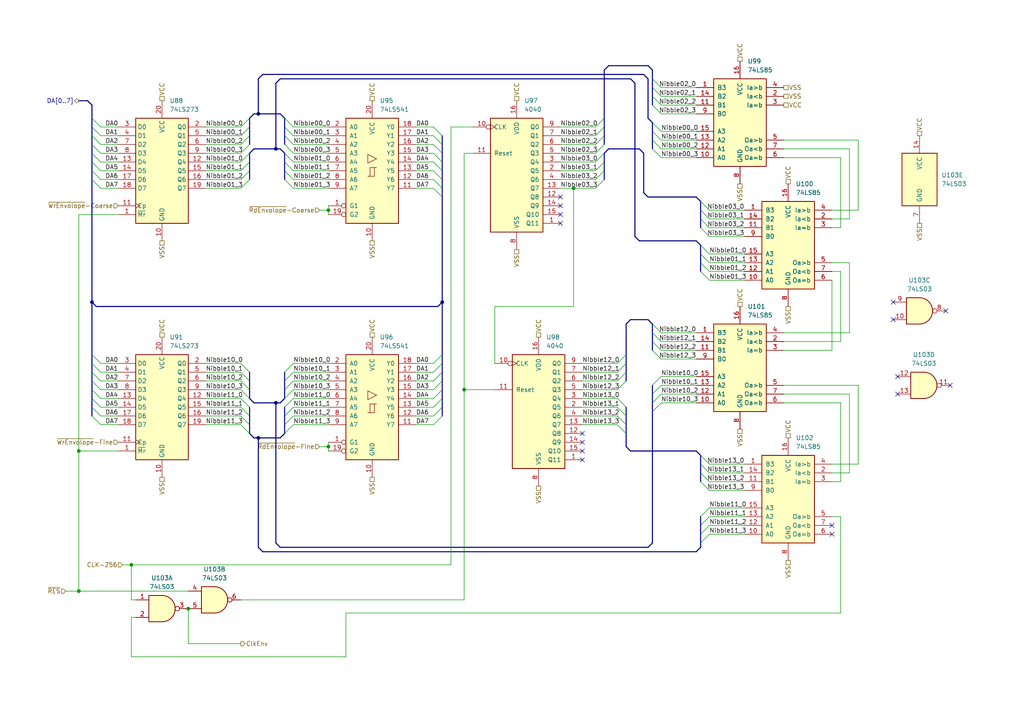
<source format=kicad_sch>
(kicad_sch
	(version 20250114)
	(generator "eeschema")
	(generator_version "9.0")
	(uuid "bc4fd377-14c2-4f72-97dc-31537b4f7f38")
	(paper "A4")
	(lib_symbols
		(symbol "4xxx:4040"
			(pin_names
				(offset 1.016)
			)
			(exclude_from_sim no)
			(in_bom yes)
			(on_board yes)
			(property "Reference" "U"
				(at -7.62 16.51 0)
				(effects
					(font
						(size 1.27 1.27)
					)
				)
			)
			(property "Value" "4040"
				(at -7.62 -19.05 0)
				(effects
					(font
						(size 1.27 1.27)
					)
				)
			)
			(property "Footprint" ""
				(at 0 0 0)
				(effects
					(font
						(size 1.27 1.27)
					)
					(hide yes)
				)
			)
			(property "Datasheet" "http://www.intersil.com/content/dam/Intersil/documents/cd40/cd4020bms-24bms-40bms.pdf"
				(at 0 0 0)
				(effects
					(font
						(size 1.27 1.27)
					)
					(hide yes)
				)
			)
			(property "Description" "Binary Counter 12 stages (Asynchronous)"
				(at 0 0 0)
				(effects
					(font
						(size 1.27 1.27)
					)
					(hide yes)
				)
			)
			(property "ki_locked" ""
				(at 0 0 0)
				(effects
					(font
						(size 1.27 1.27)
					)
				)
			)
			(property "ki_keywords" "CMOS CNT CNT12"
				(at 0 0 0)
				(effects
					(font
						(size 1.27 1.27)
					)
					(hide yes)
				)
			)
			(property "ki_fp_filters" "DIP?16*"
				(at 0 0 0)
				(effects
					(font
						(size 1.27 1.27)
					)
					(hide yes)
				)
			)
			(symbol "4040_1_0"
				(pin input inverted_clock
					(at -12.7 12.7 0)
					(length 5.08)
					(name "CLK"
						(effects
							(font
								(size 1.27 1.27)
							)
						)
					)
					(number "10"
						(effects
							(font
								(size 1.27 1.27)
							)
						)
					)
				)
				(pin input line
					(at -12.7 5.08 0)
					(length 5.08)
					(name "Reset"
						(effects
							(font
								(size 1.27 1.27)
							)
						)
					)
					(number "11"
						(effects
							(font
								(size 1.27 1.27)
							)
						)
					)
				)
				(pin power_in line
					(at 0 20.32 270)
					(length 5.08)
					(name "VDD"
						(effects
							(font
								(size 1.27 1.27)
							)
						)
					)
					(number "16"
						(effects
							(font
								(size 1.27 1.27)
							)
						)
					)
				)
				(pin power_in line
					(at 0 -22.86 90)
					(length 5.08)
					(name "VSS"
						(effects
							(font
								(size 1.27 1.27)
							)
						)
					)
					(number "8"
						(effects
							(font
								(size 1.27 1.27)
							)
						)
					)
				)
				(pin output line
					(at 12.7 12.7 180)
					(length 5.08)
					(name "Q0"
						(effects
							(font
								(size 1.27 1.27)
							)
						)
					)
					(number "9"
						(effects
							(font
								(size 1.27 1.27)
							)
						)
					)
				)
				(pin output line
					(at 12.7 10.16 180)
					(length 5.08)
					(name "Q1"
						(effects
							(font
								(size 1.27 1.27)
							)
						)
					)
					(number "7"
						(effects
							(font
								(size 1.27 1.27)
							)
						)
					)
				)
				(pin output line
					(at 12.7 7.62 180)
					(length 5.08)
					(name "Q2"
						(effects
							(font
								(size 1.27 1.27)
							)
						)
					)
					(number "6"
						(effects
							(font
								(size 1.27 1.27)
							)
						)
					)
				)
				(pin output line
					(at 12.7 5.08 180)
					(length 5.08)
					(name "Q3"
						(effects
							(font
								(size 1.27 1.27)
							)
						)
					)
					(number "5"
						(effects
							(font
								(size 1.27 1.27)
							)
						)
					)
				)
				(pin output line
					(at 12.7 2.54 180)
					(length 5.08)
					(name "Q4"
						(effects
							(font
								(size 1.27 1.27)
							)
						)
					)
					(number "3"
						(effects
							(font
								(size 1.27 1.27)
							)
						)
					)
				)
				(pin output line
					(at 12.7 0 180)
					(length 5.08)
					(name "Q5"
						(effects
							(font
								(size 1.27 1.27)
							)
						)
					)
					(number "2"
						(effects
							(font
								(size 1.27 1.27)
							)
						)
					)
				)
				(pin output line
					(at 12.7 -2.54 180)
					(length 5.08)
					(name "Q6"
						(effects
							(font
								(size 1.27 1.27)
							)
						)
					)
					(number "4"
						(effects
							(font
								(size 1.27 1.27)
							)
						)
					)
				)
				(pin output line
					(at 12.7 -5.08 180)
					(length 5.08)
					(name "Q7"
						(effects
							(font
								(size 1.27 1.27)
							)
						)
					)
					(number "13"
						(effects
							(font
								(size 1.27 1.27)
							)
						)
					)
				)
				(pin output line
					(at 12.7 -7.62 180)
					(length 5.08)
					(name "Q8"
						(effects
							(font
								(size 1.27 1.27)
							)
						)
					)
					(number "12"
						(effects
							(font
								(size 1.27 1.27)
							)
						)
					)
				)
				(pin output line
					(at 12.7 -10.16 180)
					(length 5.08)
					(name "Q9"
						(effects
							(font
								(size 1.27 1.27)
							)
						)
					)
					(number "14"
						(effects
							(font
								(size 1.27 1.27)
							)
						)
					)
				)
				(pin output line
					(at 12.7 -12.7 180)
					(length 5.08)
					(name "Q10"
						(effects
							(font
								(size 1.27 1.27)
							)
						)
					)
					(number "15"
						(effects
							(font
								(size 1.27 1.27)
							)
						)
					)
				)
				(pin output line
					(at 12.7 -15.24 180)
					(length 5.08)
					(name "Q11"
						(effects
							(font
								(size 1.27 1.27)
							)
						)
					)
					(number "1"
						(effects
							(font
								(size 1.27 1.27)
							)
						)
					)
				)
			)
			(symbol "4040_1_1"
				(rectangle
					(start -7.62 15.24)
					(end 7.62 -17.78)
					(stroke
						(width 0.254)
						(type default)
					)
					(fill
						(type background)
					)
				)
			)
			(embedded_fonts no)
		)
		(symbol "74xx:74LS03"
			(pin_names
				(offset 1.016)
			)
			(exclude_from_sim no)
			(in_bom yes)
			(on_board yes)
			(property "Reference" "U"
				(at 0 1.27 0)
				(effects
					(font
						(size 1.27 1.27)
					)
				)
			)
			(property "Value" "74LS03"
				(at 0 -1.27 0)
				(effects
					(font
						(size 1.27 1.27)
					)
				)
			)
			(property "Footprint" ""
				(at 0 0 0)
				(effects
					(font
						(size 1.27 1.27)
					)
					(hide yes)
				)
			)
			(property "Datasheet" "http://www.ti.com/lit/gpn/sn74LS03"
				(at 0 0 0)
				(effects
					(font
						(size 1.27 1.27)
					)
					(hide yes)
				)
			)
			(property "Description" "Quad 2-input NAND open collector"
				(at 0 0 0)
				(effects
					(font
						(size 1.27 1.27)
					)
					(hide yes)
				)
			)
			(property "ki_locked" ""
				(at 0 0 0)
				(effects
					(font
						(size 1.27 1.27)
					)
				)
			)
			(property "ki_keywords" "TTL Nand2 OpenColl"
				(at 0 0 0)
				(effects
					(font
						(size 1.27 1.27)
					)
					(hide yes)
				)
			)
			(property "ki_fp_filters" "DIP*W7.62mm**"
				(at 0 0 0)
				(effects
					(font
						(size 1.27 1.27)
					)
					(hide yes)
				)
			)
			(symbol "74LS03_1_1"
				(arc
					(start 0 3.81)
					(mid 3.7934 0)
					(end 0 -3.81)
					(stroke
						(width 0.254)
						(type default)
					)
					(fill
						(type background)
					)
				)
				(polyline
					(pts
						(xy 0 3.81) (xy -3.81 3.81) (xy -3.81 -3.81) (xy 0 -3.81)
					)
					(stroke
						(width 0.254)
						(type default)
					)
					(fill
						(type background)
					)
				)
				(pin input line
					(at -7.62 2.54 0)
					(length 3.81)
					(name "~"
						(effects
							(font
								(size 1.27 1.27)
							)
						)
					)
					(number "1"
						(effects
							(font
								(size 1.27 1.27)
							)
						)
					)
				)
				(pin input line
					(at -7.62 -2.54 0)
					(length 3.81)
					(name "~"
						(effects
							(font
								(size 1.27 1.27)
							)
						)
					)
					(number "2"
						(effects
							(font
								(size 1.27 1.27)
							)
						)
					)
				)
				(pin open_collector inverted
					(at 7.62 0 180)
					(length 3.81)
					(name "~"
						(effects
							(font
								(size 1.27 1.27)
							)
						)
					)
					(number "3"
						(effects
							(font
								(size 1.27 1.27)
							)
						)
					)
				)
			)
			(symbol "74LS03_1_2"
				(arc
					(start -3.81 3.81)
					(mid -2.589 0)
					(end -3.81 -3.81)
					(stroke
						(width 0.254)
						(type default)
					)
					(fill
						(type none)
					)
				)
				(polyline
					(pts
						(xy -3.81 3.81) (xy -0.635 3.81)
					)
					(stroke
						(width 0.254)
						(type default)
					)
					(fill
						(type background)
					)
				)
				(polyline
					(pts
						(xy -3.81 -3.81) (xy -0.635 -3.81)
					)
					(stroke
						(width 0.254)
						(type default)
					)
					(fill
						(type background)
					)
				)
				(arc
					(start 3.81 0)
					(mid 2.1855 -2.584)
					(end -0.6096 -3.81)
					(stroke
						(width 0.254)
						(type default)
					)
					(fill
						(type background)
					)
				)
				(arc
					(start -0.6096 3.81)
					(mid 2.1928 2.5924)
					(end 3.81 0)
					(stroke
						(width 0.254)
						(type default)
					)
					(fill
						(type background)
					)
				)
				(polyline
					(pts
						(xy -0.635 3.81) (xy -3.81 3.81) (xy -3.81 3.81) (xy -3.556 3.4036) (xy -3.0226 2.2606) (xy -2.6924 1.0414)
						(xy -2.6162 -0.254) (xy -2.7686 -1.4986) (xy -3.175 -2.7178) (xy -3.81 -3.81) (xy -3.81 -3.81)
						(xy -0.635 -3.81)
					)
					(stroke
						(width -25.4)
						(type default)
					)
					(fill
						(type background)
					)
				)
				(pin input inverted
					(at -7.62 2.54 0)
					(length 4.318)
					(name "~"
						(effects
							(font
								(size 1.27 1.27)
							)
						)
					)
					(number "1"
						(effects
							(font
								(size 1.27 1.27)
							)
						)
					)
				)
				(pin input inverted
					(at -7.62 -2.54 0)
					(length 4.318)
					(name "~"
						(effects
							(font
								(size 1.27 1.27)
							)
						)
					)
					(number "2"
						(effects
							(font
								(size 1.27 1.27)
							)
						)
					)
				)
				(pin open_collector line
					(at 7.62 0 180)
					(length 3.81)
					(name "~"
						(effects
							(font
								(size 1.27 1.27)
							)
						)
					)
					(number "3"
						(effects
							(font
								(size 1.27 1.27)
							)
						)
					)
				)
			)
			(symbol "74LS03_2_1"
				(arc
					(start 0 3.81)
					(mid 3.7934 0)
					(end 0 -3.81)
					(stroke
						(width 0.254)
						(type default)
					)
					(fill
						(type background)
					)
				)
				(polyline
					(pts
						(xy 0 3.81) (xy -3.81 3.81) (xy -3.81 -3.81) (xy 0 -3.81)
					)
					(stroke
						(width 0.254)
						(type default)
					)
					(fill
						(type background)
					)
				)
				(pin input line
					(at -7.62 2.54 0)
					(length 3.81)
					(name "~"
						(effects
							(font
								(size 1.27 1.27)
							)
						)
					)
					(number "4"
						(effects
							(font
								(size 1.27 1.27)
							)
						)
					)
				)
				(pin input line
					(at -7.62 -2.54 0)
					(length 3.81)
					(name "~"
						(effects
							(font
								(size 1.27 1.27)
							)
						)
					)
					(number "5"
						(effects
							(font
								(size 1.27 1.27)
							)
						)
					)
				)
				(pin open_collector inverted
					(at 7.62 0 180)
					(length 3.81)
					(name "~"
						(effects
							(font
								(size 1.27 1.27)
							)
						)
					)
					(number "6"
						(effects
							(font
								(size 1.27 1.27)
							)
						)
					)
				)
			)
			(symbol "74LS03_2_2"
				(arc
					(start -3.81 3.81)
					(mid -2.589 0)
					(end -3.81 -3.81)
					(stroke
						(width 0.254)
						(type default)
					)
					(fill
						(type none)
					)
				)
				(polyline
					(pts
						(xy -3.81 3.81) (xy -0.635 3.81)
					)
					(stroke
						(width 0.254)
						(type default)
					)
					(fill
						(type background)
					)
				)
				(polyline
					(pts
						(xy -3.81 -3.81) (xy -0.635 -3.81)
					)
					(stroke
						(width 0.254)
						(type default)
					)
					(fill
						(type background)
					)
				)
				(arc
					(start 3.81 0)
					(mid 2.1855 -2.584)
					(end -0.6096 -3.81)
					(stroke
						(width 0.254)
						(type default)
					)
					(fill
						(type background)
					)
				)
				(arc
					(start -0.6096 3.81)
					(mid 2.1928 2.5924)
					(end 3.81 0)
					(stroke
						(width 0.254)
						(type default)
					)
					(fill
						(type background)
					)
				)
				(polyline
					(pts
						(xy -0.635 3.81) (xy -3.81 3.81) (xy -3.81 3.81) (xy -3.556 3.4036) (xy -3.0226 2.2606) (xy -2.6924 1.0414)
						(xy -2.6162 -0.254) (xy -2.7686 -1.4986) (xy -3.175 -2.7178) (xy -3.81 -3.81) (xy -3.81 -3.81)
						(xy -0.635 -3.81)
					)
					(stroke
						(width -25.4)
						(type default)
					)
					(fill
						(type background)
					)
				)
				(pin input inverted
					(at -7.62 2.54 0)
					(length 4.318)
					(name "~"
						(effects
							(font
								(size 1.27 1.27)
							)
						)
					)
					(number "4"
						(effects
							(font
								(size 1.27 1.27)
							)
						)
					)
				)
				(pin input inverted
					(at -7.62 -2.54 0)
					(length 4.318)
					(name "~"
						(effects
							(font
								(size 1.27 1.27)
							)
						)
					)
					(number "5"
						(effects
							(font
								(size 1.27 1.27)
							)
						)
					)
				)
				(pin open_collector line
					(at 7.62 0 180)
					(length 3.81)
					(name "~"
						(effects
							(font
								(size 1.27 1.27)
							)
						)
					)
					(number "6"
						(effects
							(font
								(size 1.27 1.27)
							)
						)
					)
				)
			)
			(symbol "74LS03_3_1"
				(arc
					(start 0 3.81)
					(mid 3.7934 0)
					(end 0 -3.81)
					(stroke
						(width 0.254)
						(type default)
					)
					(fill
						(type background)
					)
				)
				(polyline
					(pts
						(xy 0 3.81) (xy -3.81 3.81) (xy -3.81 -3.81) (xy 0 -3.81)
					)
					(stroke
						(width 0.254)
						(type default)
					)
					(fill
						(type background)
					)
				)
				(pin input line
					(at -7.62 2.54 0)
					(length 3.81)
					(name "~"
						(effects
							(font
								(size 1.27 1.27)
							)
						)
					)
					(number "9"
						(effects
							(font
								(size 1.27 1.27)
							)
						)
					)
				)
				(pin input line
					(at -7.62 -2.54 0)
					(length 3.81)
					(name "~"
						(effects
							(font
								(size 1.27 1.27)
							)
						)
					)
					(number "10"
						(effects
							(font
								(size 1.27 1.27)
							)
						)
					)
				)
				(pin open_collector inverted
					(at 7.62 0 180)
					(length 3.81)
					(name "~"
						(effects
							(font
								(size 1.27 1.27)
							)
						)
					)
					(number "8"
						(effects
							(font
								(size 1.27 1.27)
							)
						)
					)
				)
			)
			(symbol "74LS03_3_2"
				(arc
					(start -3.81 3.81)
					(mid -2.589 0)
					(end -3.81 -3.81)
					(stroke
						(width 0.254)
						(type default)
					)
					(fill
						(type none)
					)
				)
				(polyline
					(pts
						(xy -3.81 3.81) (xy -0.635 3.81)
					)
					(stroke
						(width 0.254)
						(type default)
					)
					(fill
						(type background)
					)
				)
				(polyline
					(pts
						(xy -3.81 -3.81) (xy -0.635 -3.81)
					)
					(stroke
						(width 0.254)
						(type default)
					)
					(fill
						(type background)
					)
				)
				(arc
					(start 3.81 0)
					(mid 2.1855 -2.584)
					(end -0.6096 -3.81)
					(stroke
						(width 0.254)
						(type default)
					)
					(fill
						(type background)
					)
				)
				(arc
					(start -0.6096 3.81)
					(mid 2.1928 2.5924)
					(end 3.81 0)
					(stroke
						(width 0.254)
						(type default)
					)
					(fill
						(type background)
					)
				)
				(polyline
					(pts
						(xy -0.635 3.81) (xy -3.81 3.81) (xy -3.81 3.81) (xy -3.556 3.4036) (xy -3.0226 2.2606) (xy -2.6924 1.0414)
						(xy -2.6162 -0.254) (xy -2.7686 -1.4986) (xy -3.175 -2.7178) (xy -3.81 -3.81) (xy -3.81 -3.81)
						(xy -0.635 -3.81)
					)
					(stroke
						(width -25.4)
						(type default)
					)
					(fill
						(type background)
					)
				)
				(pin input inverted
					(at -7.62 2.54 0)
					(length 4.318)
					(name "~"
						(effects
							(font
								(size 1.27 1.27)
							)
						)
					)
					(number "9"
						(effects
							(font
								(size 1.27 1.27)
							)
						)
					)
				)
				(pin input inverted
					(at -7.62 -2.54 0)
					(length 4.318)
					(name "~"
						(effects
							(font
								(size 1.27 1.27)
							)
						)
					)
					(number "10"
						(effects
							(font
								(size 1.27 1.27)
							)
						)
					)
				)
				(pin open_collector line
					(at 7.62 0 180)
					(length 3.81)
					(name "~"
						(effects
							(font
								(size 1.27 1.27)
							)
						)
					)
					(number "8"
						(effects
							(font
								(size 1.27 1.27)
							)
						)
					)
				)
			)
			(symbol "74LS03_4_1"
				(arc
					(start 0 3.81)
					(mid 3.7934 0)
					(end 0 -3.81)
					(stroke
						(width 0.254)
						(type default)
					)
					(fill
						(type background)
					)
				)
				(polyline
					(pts
						(xy 0 3.81) (xy -3.81 3.81) (xy -3.81 -3.81) (xy 0 -3.81)
					)
					(stroke
						(width 0.254)
						(type default)
					)
					(fill
						(type background)
					)
				)
				(pin input line
					(at -7.62 2.54 0)
					(length 3.81)
					(name "~"
						(effects
							(font
								(size 1.27 1.27)
							)
						)
					)
					(number "12"
						(effects
							(font
								(size 1.27 1.27)
							)
						)
					)
				)
				(pin input line
					(at -7.62 -2.54 0)
					(length 3.81)
					(name "~"
						(effects
							(font
								(size 1.27 1.27)
							)
						)
					)
					(number "13"
						(effects
							(font
								(size 1.27 1.27)
							)
						)
					)
				)
				(pin open_collector inverted
					(at 7.62 0 180)
					(length 3.81)
					(name "~"
						(effects
							(font
								(size 1.27 1.27)
							)
						)
					)
					(number "11"
						(effects
							(font
								(size 1.27 1.27)
							)
						)
					)
				)
			)
			(symbol "74LS03_4_2"
				(arc
					(start -3.81 3.81)
					(mid -2.589 0)
					(end -3.81 -3.81)
					(stroke
						(width 0.254)
						(type default)
					)
					(fill
						(type none)
					)
				)
				(polyline
					(pts
						(xy -3.81 3.81) (xy -0.635 3.81)
					)
					(stroke
						(width 0.254)
						(type default)
					)
					(fill
						(type background)
					)
				)
				(polyline
					(pts
						(xy -3.81 -3.81) (xy -0.635 -3.81)
					)
					(stroke
						(width 0.254)
						(type default)
					)
					(fill
						(type background)
					)
				)
				(arc
					(start 3.81 0)
					(mid 2.1855 -2.584)
					(end -0.6096 -3.81)
					(stroke
						(width 0.254)
						(type default)
					)
					(fill
						(type background)
					)
				)
				(arc
					(start -0.6096 3.81)
					(mid 2.1928 2.5924)
					(end 3.81 0)
					(stroke
						(width 0.254)
						(type default)
					)
					(fill
						(type background)
					)
				)
				(polyline
					(pts
						(xy -0.635 3.81) (xy -3.81 3.81) (xy -3.81 3.81) (xy -3.556 3.4036) (xy -3.0226 2.2606) (xy -2.6924 1.0414)
						(xy -2.6162 -0.254) (xy -2.7686 -1.4986) (xy -3.175 -2.7178) (xy -3.81 -3.81) (xy -3.81 -3.81)
						(xy -0.635 -3.81)
					)
					(stroke
						(width -25.4)
						(type default)
					)
					(fill
						(type background)
					)
				)
				(pin input inverted
					(at -7.62 2.54 0)
					(length 4.318)
					(name "~"
						(effects
							(font
								(size 1.27 1.27)
							)
						)
					)
					(number "12"
						(effects
							(font
								(size 1.27 1.27)
							)
						)
					)
				)
				(pin input inverted
					(at -7.62 -2.54 0)
					(length 4.318)
					(name "~"
						(effects
							(font
								(size 1.27 1.27)
							)
						)
					)
					(number "13"
						(effects
							(font
								(size 1.27 1.27)
							)
						)
					)
				)
				(pin open_collector line
					(at 7.62 0 180)
					(length 3.81)
					(name "~"
						(effects
							(font
								(size 1.27 1.27)
							)
						)
					)
					(number "11"
						(effects
							(font
								(size 1.27 1.27)
							)
						)
					)
				)
			)
			(symbol "74LS03_5_0"
				(pin power_in line
					(at 0 12.7 270)
					(length 5.08)
					(name "VCC"
						(effects
							(font
								(size 1.27 1.27)
							)
						)
					)
					(number "14"
						(effects
							(font
								(size 1.27 1.27)
							)
						)
					)
				)
				(pin power_in line
					(at 0 -12.7 90)
					(length 5.08)
					(name "GND"
						(effects
							(font
								(size 1.27 1.27)
							)
						)
					)
					(number "7"
						(effects
							(font
								(size 1.27 1.27)
							)
						)
					)
				)
			)
			(symbol "74LS03_5_1"
				(rectangle
					(start -5.08 7.62)
					(end 5.08 -7.62)
					(stroke
						(width 0.254)
						(type default)
					)
					(fill
						(type background)
					)
				)
			)
			(embedded_fonts no)
		)
		(symbol "74xx:74LS273"
			(exclude_from_sim no)
			(in_bom yes)
			(on_board yes)
			(property "Reference" "U"
				(at -7.62 16.51 0)
				(effects
					(font
						(size 1.27 1.27)
					)
				)
			)
			(property "Value" "74LS273"
				(at -7.62 -16.51 0)
				(effects
					(font
						(size 1.27 1.27)
					)
				)
			)
			(property "Footprint" ""
				(at 0 0 0)
				(effects
					(font
						(size 1.27 1.27)
					)
					(hide yes)
				)
			)
			(property "Datasheet" "http://www.ti.com/lit/gpn/sn74LS273"
				(at 0 0 0)
				(effects
					(font
						(size 1.27 1.27)
					)
					(hide yes)
				)
			)
			(property "Description" "8-bit D Flip-Flop, reset"
				(at 0 0 0)
				(effects
					(font
						(size 1.27 1.27)
					)
					(hide yes)
				)
			)
			(property "ki_keywords" "TTL DFF DFF8"
				(at 0 0 0)
				(effects
					(font
						(size 1.27 1.27)
					)
					(hide yes)
				)
			)
			(property "ki_fp_filters" "DIP?20* SO?20* SOIC?20*"
				(at 0 0 0)
				(effects
					(font
						(size 1.27 1.27)
					)
					(hide yes)
				)
			)
			(symbol "74LS273_1_0"
				(pin input line
					(at -12.7 12.7 0)
					(length 5.08)
					(name "D0"
						(effects
							(font
								(size 1.27 1.27)
							)
						)
					)
					(number "3"
						(effects
							(font
								(size 1.27 1.27)
							)
						)
					)
				)
				(pin input line
					(at -12.7 10.16 0)
					(length 5.08)
					(name "D1"
						(effects
							(font
								(size 1.27 1.27)
							)
						)
					)
					(number "4"
						(effects
							(font
								(size 1.27 1.27)
							)
						)
					)
				)
				(pin input line
					(at -12.7 7.62 0)
					(length 5.08)
					(name "D2"
						(effects
							(font
								(size 1.27 1.27)
							)
						)
					)
					(number "7"
						(effects
							(font
								(size 1.27 1.27)
							)
						)
					)
				)
				(pin input line
					(at -12.7 5.08 0)
					(length 5.08)
					(name "D3"
						(effects
							(font
								(size 1.27 1.27)
							)
						)
					)
					(number "8"
						(effects
							(font
								(size 1.27 1.27)
							)
						)
					)
				)
				(pin input line
					(at -12.7 2.54 0)
					(length 5.08)
					(name "D4"
						(effects
							(font
								(size 1.27 1.27)
							)
						)
					)
					(number "13"
						(effects
							(font
								(size 1.27 1.27)
							)
						)
					)
				)
				(pin input line
					(at -12.7 0 0)
					(length 5.08)
					(name "D5"
						(effects
							(font
								(size 1.27 1.27)
							)
						)
					)
					(number "14"
						(effects
							(font
								(size 1.27 1.27)
							)
						)
					)
				)
				(pin input line
					(at -12.7 -2.54 0)
					(length 5.08)
					(name "D6"
						(effects
							(font
								(size 1.27 1.27)
							)
						)
					)
					(number "17"
						(effects
							(font
								(size 1.27 1.27)
							)
						)
					)
				)
				(pin input line
					(at -12.7 -5.08 0)
					(length 5.08)
					(name "D7"
						(effects
							(font
								(size 1.27 1.27)
							)
						)
					)
					(number "18"
						(effects
							(font
								(size 1.27 1.27)
							)
						)
					)
				)
				(pin input clock
					(at -12.7 -10.16 0)
					(length 5.08)
					(name "Cp"
						(effects
							(font
								(size 1.27 1.27)
							)
						)
					)
					(number "11"
						(effects
							(font
								(size 1.27 1.27)
							)
						)
					)
				)
				(pin input line
					(at -12.7 -12.7 0)
					(length 5.08)
					(name "~{Mr}"
						(effects
							(font
								(size 1.27 1.27)
							)
						)
					)
					(number "1"
						(effects
							(font
								(size 1.27 1.27)
							)
						)
					)
				)
				(pin power_in line
					(at 0 20.32 270)
					(length 5.08)
					(name "VCC"
						(effects
							(font
								(size 1.27 1.27)
							)
						)
					)
					(number "20"
						(effects
							(font
								(size 1.27 1.27)
							)
						)
					)
				)
				(pin power_in line
					(at 0 -20.32 90)
					(length 5.08)
					(name "GND"
						(effects
							(font
								(size 1.27 1.27)
							)
						)
					)
					(number "10"
						(effects
							(font
								(size 1.27 1.27)
							)
						)
					)
				)
				(pin output line
					(at 12.7 12.7 180)
					(length 5.08)
					(name "Q0"
						(effects
							(font
								(size 1.27 1.27)
							)
						)
					)
					(number "2"
						(effects
							(font
								(size 1.27 1.27)
							)
						)
					)
				)
				(pin output line
					(at 12.7 10.16 180)
					(length 5.08)
					(name "Q1"
						(effects
							(font
								(size 1.27 1.27)
							)
						)
					)
					(number "5"
						(effects
							(font
								(size 1.27 1.27)
							)
						)
					)
				)
				(pin output line
					(at 12.7 7.62 180)
					(length 5.08)
					(name "Q2"
						(effects
							(font
								(size 1.27 1.27)
							)
						)
					)
					(number "6"
						(effects
							(font
								(size 1.27 1.27)
							)
						)
					)
				)
				(pin output line
					(at 12.7 5.08 180)
					(length 5.08)
					(name "Q3"
						(effects
							(font
								(size 1.27 1.27)
							)
						)
					)
					(number "9"
						(effects
							(font
								(size 1.27 1.27)
							)
						)
					)
				)
				(pin output line
					(at 12.7 2.54 180)
					(length 5.08)
					(name "Q4"
						(effects
							(font
								(size 1.27 1.27)
							)
						)
					)
					(number "12"
						(effects
							(font
								(size 1.27 1.27)
							)
						)
					)
				)
				(pin output line
					(at 12.7 0 180)
					(length 5.08)
					(name "Q5"
						(effects
							(font
								(size 1.27 1.27)
							)
						)
					)
					(number "15"
						(effects
							(font
								(size 1.27 1.27)
							)
						)
					)
				)
				(pin output line
					(at 12.7 -2.54 180)
					(length 5.08)
					(name "Q6"
						(effects
							(font
								(size 1.27 1.27)
							)
						)
					)
					(number "16"
						(effects
							(font
								(size 1.27 1.27)
							)
						)
					)
				)
				(pin output line
					(at 12.7 -5.08 180)
					(length 5.08)
					(name "Q7"
						(effects
							(font
								(size 1.27 1.27)
							)
						)
					)
					(number "19"
						(effects
							(font
								(size 1.27 1.27)
							)
						)
					)
				)
			)
			(symbol "74LS273_1_1"
				(rectangle
					(start -7.62 15.24)
					(end 7.62 -15.24)
					(stroke
						(width 0.254)
						(type default)
					)
					(fill
						(type background)
					)
				)
			)
			(embedded_fonts no)
		)
		(symbol "74xx:74LS541"
			(pin_names
				(offset 1.016)
			)
			(exclude_from_sim no)
			(in_bom yes)
			(on_board yes)
			(property "Reference" "U"
				(at -7.62 16.51 0)
				(effects
					(font
						(size 1.27 1.27)
					)
				)
			)
			(property "Value" "74LS541"
				(at -7.62 -16.51 0)
				(effects
					(font
						(size 1.27 1.27)
					)
				)
			)
			(property "Footprint" ""
				(at 0 0 0)
				(effects
					(font
						(size 1.27 1.27)
					)
					(hide yes)
				)
			)
			(property "Datasheet" "http://www.ti.com/lit/gpn/sn74LS541"
				(at 0 0 0)
				(effects
					(font
						(size 1.27 1.27)
					)
					(hide yes)
				)
			)
			(property "Description" "8-bit Buffer/Line Driver 3-state outputs"
				(at 0 0 0)
				(effects
					(font
						(size 1.27 1.27)
					)
					(hide yes)
				)
			)
			(property "ki_locked" ""
				(at 0 0 0)
				(effects
					(font
						(size 1.27 1.27)
					)
				)
			)
			(property "ki_keywords" "TTL BUFFER 3State BUS"
				(at 0 0 0)
				(effects
					(font
						(size 1.27 1.27)
					)
					(hide yes)
				)
			)
			(property "ki_fp_filters" "DIP?20*"
				(at 0 0 0)
				(effects
					(font
						(size 1.27 1.27)
					)
					(hide yes)
				)
			)
			(symbol "74LS541_1_0"
				(polyline
					(pts
						(xy -1.27 -1.6002) (xy 0.635 -1.6002) (xy 0.635 0.9398) (xy 1.27 0.9398)
					)
					(stroke
						(width 0)
						(type default)
					)
					(fill
						(type none)
					)
				)
				(polyline
					(pts
						(xy -0.635 -1.6002) (xy -0.635 0.9398) (xy 0.635 0.9398)
					)
					(stroke
						(width 0)
						(type default)
					)
					(fill
						(type none)
					)
				)
				(polyline
					(pts
						(xy 1.27 3.4798) (xy -1.27 4.7498) (xy -1.27 2.2098) (xy 1.27 3.4798)
					)
					(stroke
						(width 0.1524)
						(type default)
					)
					(fill
						(type none)
					)
				)
				(pin input line
					(at -12.7 12.7 0)
					(length 5.08)
					(name "A0"
						(effects
							(font
								(size 1.27 1.27)
							)
						)
					)
					(number "2"
						(effects
							(font
								(size 1.27 1.27)
							)
						)
					)
				)
				(pin input line
					(at -12.7 10.16 0)
					(length 5.08)
					(name "A1"
						(effects
							(font
								(size 1.27 1.27)
							)
						)
					)
					(number "3"
						(effects
							(font
								(size 1.27 1.27)
							)
						)
					)
				)
				(pin input line
					(at -12.7 7.62 0)
					(length 5.08)
					(name "A2"
						(effects
							(font
								(size 1.27 1.27)
							)
						)
					)
					(number "4"
						(effects
							(font
								(size 1.27 1.27)
							)
						)
					)
				)
				(pin input line
					(at -12.7 5.08 0)
					(length 5.08)
					(name "A3"
						(effects
							(font
								(size 1.27 1.27)
							)
						)
					)
					(number "5"
						(effects
							(font
								(size 1.27 1.27)
							)
						)
					)
				)
				(pin input line
					(at -12.7 2.54 0)
					(length 5.08)
					(name "A4"
						(effects
							(font
								(size 1.27 1.27)
							)
						)
					)
					(number "6"
						(effects
							(font
								(size 1.27 1.27)
							)
						)
					)
				)
				(pin input line
					(at -12.7 0 0)
					(length 5.08)
					(name "A5"
						(effects
							(font
								(size 1.27 1.27)
							)
						)
					)
					(number "7"
						(effects
							(font
								(size 1.27 1.27)
							)
						)
					)
				)
				(pin input line
					(at -12.7 -2.54 0)
					(length 5.08)
					(name "A6"
						(effects
							(font
								(size 1.27 1.27)
							)
						)
					)
					(number "8"
						(effects
							(font
								(size 1.27 1.27)
							)
						)
					)
				)
				(pin input line
					(at -12.7 -5.08 0)
					(length 5.08)
					(name "A7"
						(effects
							(font
								(size 1.27 1.27)
							)
						)
					)
					(number "9"
						(effects
							(font
								(size 1.27 1.27)
							)
						)
					)
				)
				(pin input inverted
					(at -12.7 -10.16 0)
					(length 5.08)
					(name "G1"
						(effects
							(font
								(size 1.27 1.27)
							)
						)
					)
					(number "1"
						(effects
							(font
								(size 1.27 1.27)
							)
						)
					)
				)
				(pin input inverted
					(at -12.7 -12.7 0)
					(length 5.08)
					(name "G2"
						(effects
							(font
								(size 1.27 1.27)
							)
						)
					)
					(number "19"
						(effects
							(font
								(size 1.27 1.27)
							)
						)
					)
				)
				(pin power_in line
					(at 0 20.32 270)
					(length 5.08)
					(name "VCC"
						(effects
							(font
								(size 1.27 1.27)
							)
						)
					)
					(number "20"
						(effects
							(font
								(size 1.27 1.27)
							)
						)
					)
				)
				(pin power_in line
					(at 0 -20.32 90)
					(length 5.08)
					(name "GND"
						(effects
							(font
								(size 1.27 1.27)
							)
						)
					)
					(number "10"
						(effects
							(font
								(size 1.27 1.27)
							)
						)
					)
				)
				(pin tri_state line
					(at 12.7 12.7 180)
					(length 5.08)
					(name "Y0"
						(effects
							(font
								(size 1.27 1.27)
							)
						)
					)
					(number "18"
						(effects
							(font
								(size 1.27 1.27)
							)
						)
					)
				)
				(pin tri_state line
					(at 12.7 10.16 180)
					(length 5.08)
					(name "Y1"
						(effects
							(font
								(size 1.27 1.27)
							)
						)
					)
					(number "17"
						(effects
							(font
								(size 1.27 1.27)
							)
						)
					)
				)
				(pin tri_state line
					(at 12.7 7.62 180)
					(length 5.08)
					(name "Y2"
						(effects
							(font
								(size 1.27 1.27)
							)
						)
					)
					(number "16"
						(effects
							(font
								(size 1.27 1.27)
							)
						)
					)
				)
				(pin tri_state line
					(at 12.7 5.08 180)
					(length 5.08)
					(name "Y3"
						(effects
							(font
								(size 1.27 1.27)
							)
						)
					)
					(number "15"
						(effects
							(font
								(size 1.27 1.27)
							)
						)
					)
				)
				(pin tri_state line
					(at 12.7 2.54 180)
					(length 5.08)
					(name "Y4"
						(effects
							(font
								(size 1.27 1.27)
							)
						)
					)
					(number "14"
						(effects
							(font
								(size 1.27 1.27)
							)
						)
					)
				)
				(pin tri_state line
					(at 12.7 0 180)
					(length 5.08)
					(name "Y5"
						(effects
							(font
								(size 1.27 1.27)
							)
						)
					)
					(number "13"
						(effects
							(font
								(size 1.27 1.27)
							)
						)
					)
				)
				(pin tri_state line
					(at 12.7 -2.54 180)
					(length 5.08)
					(name "Y6"
						(effects
							(font
								(size 1.27 1.27)
							)
						)
					)
					(number "12"
						(effects
							(font
								(size 1.27 1.27)
							)
						)
					)
				)
				(pin tri_state line
					(at 12.7 -5.08 180)
					(length 5.08)
					(name "Y7"
						(effects
							(font
								(size 1.27 1.27)
							)
						)
					)
					(number "11"
						(effects
							(font
								(size 1.27 1.27)
							)
						)
					)
				)
			)
			(symbol "74LS541_1_1"
				(rectangle
					(start -7.62 15.24)
					(end 7.62 -15.24)
					(stroke
						(width 0.254)
						(type default)
					)
					(fill
						(type background)
					)
				)
			)
			(embedded_fonts no)
		)
		(symbol "74xx:74LS85"
			(pin_names
				(offset 1.016)
			)
			(exclude_from_sim no)
			(in_bom yes)
			(on_board yes)
			(property "Reference" "U"
				(at -7.62 13.97 0)
				(effects
					(font
						(size 1.27 1.27)
					)
				)
			)
			(property "Value" "74LS85"
				(at -7.62 -13.97 0)
				(effects
					(font
						(size 1.27 1.27)
					)
				)
			)
			(property "Footprint" ""
				(at 0 0 0)
				(effects
					(font
						(size 1.27 1.27)
					)
					(hide yes)
				)
			)
			(property "Datasheet" "http://www.ti.com/lit/gpn/sn74LS85"
				(at 0 0 0)
				(effects
					(font
						(size 1.27 1.27)
					)
					(hide yes)
				)
			)
			(property "Description" "4-bit Comparator"
				(at 0 0 0)
				(effects
					(font
						(size 1.27 1.27)
					)
					(hide yes)
				)
			)
			(property "ki_locked" ""
				(at 0 0 0)
				(effects
					(font
						(size 1.27 1.27)
					)
				)
			)
			(property "ki_keywords" "TTL COMP ARITH"
				(at 0 0 0)
				(effects
					(font
						(size 1.27 1.27)
					)
					(hide yes)
				)
			)
			(property "ki_fp_filters" "DIP?16*"
				(at 0 0 0)
				(effects
					(font
						(size 1.27 1.27)
					)
					(hide yes)
				)
			)
			(symbol "74LS85_1_0"
				(pin input line
					(at -12.7 10.16 0)
					(length 5.08)
					(name "B3"
						(effects
							(font
								(size 1.27 1.27)
							)
						)
					)
					(number "1"
						(effects
							(font
								(size 1.27 1.27)
							)
						)
					)
				)
				(pin input line
					(at -12.7 7.62 0)
					(length 5.08)
					(name "B2"
						(effects
							(font
								(size 1.27 1.27)
							)
						)
					)
					(number "14"
						(effects
							(font
								(size 1.27 1.27)
							)
						)
					)
				)
				(pin input line
					(at -12.7 5.08 0)
					(length 5.08)
					(name "B1"
						(effects
							(font
								(size 1.27 1.27)
							)
						)
					)
					(number "11"
						(effects
							(font
								(size 1.27 1.27)
							)
						)
					)
				)
				(pin input line
					(at -12.7 2.54 0)
					(length 5.08)
					(name "B0"
						(effects
							(font
								(size 1.27 1.27)
							)
						)
					)
					(number "9"
						(effects
							(font
								(size 1.27 1.27)
							)
						)
					)
				)
				(pin input line
					(at -12.7 -2.54 0)
					(length 5.08)
					(name "A3"
						(effects
							(font
								(size 1.27 1.27)
							)
						)
					)
					(number "15"
						(effects
							(font
								(size 1.27 1.27)
							)
						)
					)
				)
				(pin input line
					(at -12.7 -5.08 0)
					(length 5.08)
					(name "A2"
						(effects
							(font
								(size 1.27 1.27)
							)
						)
					)
					(number "13"
						(effects
							(font
								(size 1.27 1.27)
							)
						)
					)
				)
				(pin input line
					(at -12.7 -7.62 0)
					(length 5.08)
					(name "A1"
						(effects
							(font
								(size 1.27 1.27)
							)
						)
					)
					(number "12"
						(effects
							(font
								(size 1.27 1.27)
							)
						)
					)
				)
				(pin input line
					(at -12.7 -10.16 0)
					(length 5.08)
					(name "A0"
						(effects
							(font
								(size 1.27 1.27)
							)
						)
					)
					(number "10"
						(effects
							(font
								(size 1.27 1.27)
							)
						)
					)
				)
				(pin power_in line
					(at 0 17.78 270)
					(length 5.08)
					(name "VCC"
						(effects
							(font
								(size 1.27 1.27)
							)
						)
					)
					(number "16"
						(effects
							(font
								(size 1.27 1.27)
							)
						)
					)
				)
				(pin power_in line
					(at 0 -17.78 90)
					(length 5.08)
					(name "GND"
						(effects
							(font
								(size 1.27 1.27)
							)
						)
					)
					(number "8"
						(effects
							(font
								(size 1.27 1.27)
							)
						)
					)
				)
				(pin input line
					(at 12.7 10.16 180)
					(length 5.08)
					(name "Ia>b"
						(effects
							(font
								(size 1.27 1.27)
							)
						)
					)
					(number "4"
						(effects
							(font
								(size 1.27 1.27)
							)
						)
					)
				)
				(pin input line
					(at 12.7 7.62 180)
					(length 5.08)
					(name "Ia<b"
						(effects
							(font
								(size 1.27 1.27)
							)
						)
					)
					(number "2"
						(effects
							(font
								(size 1.27 1.27)
							)
						)
					)
				)
				(pin input line
					(at 12.7 5.08 180)
					(length 5.08)
					(name "Ia=b"
						(effects
							(font
								(size 1.27 1.27)
							)
						)
					)
					(number "3"
						(effects
							(font
								(size 1.27 1.27)
							)
						)
					)
				)
				(pin output line
					(at 12.7 -5.08 180)
					(length 5.08)
					(name "Oa>b"
						(effects
							(font
								(size 1.27 1.27)
							)
						)
					)
					(number "5"
						(effects
							(font
								(size 1.27 1.27)
							)
						)
					)
				)
				(pin output line
					(at 12.7 -7.62 180)
					(length 5.08)
					(name "Oa<b"
						(effects
							(font
								(size 1.27 1.27)
							)
						)
					)
					(number "7"
						(effects
							(font
								(size 1.27 1.27)
							)
						)
					)
				)
				(pin output line
					(at 12.7 -10.16 180)
					(length 5.08)
					(name "Oa=b"
						(effects
							(font
								(size 1.27 1.27)
							)
						)
					)
					(number "6"
						(effects
							(font
								(size 1.27 1.27)
							)
						)
					)
				)
			)
			(symbol "74LS85_1_1"
				(rectangle
					(start -7.62 12.7)
					(end 7.62 -12.7)
					(stroke
						(width 0.254)
						(type default)
					)
					(fill
						(type background)
					)
				)
			)
			(embedded_fonts no)
		)
	)
	(junction
		(at 80.01 116.84)
		(diameter 0)
		(color 0 0 0 0)
		(uuid "0d98f313-e9d9-4e60-bc79-05eceeaab61c")
	)
	(junction
		(at 26.67 87.63)
		(diameter 0)
		(color 0 0 0 0)
		(uuid "106220de-9b96-4070-a305-4aa255c1ab4f")
	)
	(junction
		(at 95.25 129.54)
		(diameter 0)
		(color 0 0 0 0)
		(uuid "4ae79211-40a5-475e-8e94-ead14de42157")
	)
	(junction
		(at 38.1 163.83)
		(diameter 0)
		(color 0 0 0 0)
		(uuid "52f76fb9-571c-4dae-bc68-4b67090133c9")
	)
	(junction
		(at 74.93 33.02)
		(diameter 0)
		(color 0 0 0 0)
		(uuid "68fe333c-fefb-4a38-886b-07defc6209fc")
	)
	(junction
		(at 22.86 130.81)
		(diameter 0)
		(color 0 0 0 0)
		(uuid "8ded15db-d437-4f7f-b11a-c5d0ee59d5cb")
	)
	(junction
		(at 74.93 127)
		(diameter 0)
		(color 0 0 0 0)
		(uuid "8e7413a3-c136-4545-a456-491e89c077b4")
	)
	(junction
		(at 54.61 176.53)
		(diameter 0)
		(color 0 0 0 0)
		(uuid "8ff015b7-1b47-4140-bafb-db4541528029")
	)
	(junction
		(at 22.86 171.45)
		(diameter 0)
		(color 0 0 0 0)
		(uuid "b31520e9-f30a-4fdd-84d8-b72d63be6a73")
	)
	(junction
		(at 134.62 113.03)
		(diameter 0)
		(color 0 0 0 0)
		(uuid "b371d3e7-eb03-49be-92ca-f2daefe315c1")
	)
	(junction
		(at 95.25 60.96)
		(diameter 0)
		(color 0 0 0 0)
		(uuid "bb3101e0-1e5c-4220-baaa-59c9344f7dd1")
	)
	(junction
		(at 80.01 43.18)
		(diameter 0)
		(color 0 0 0 0)
		(uuid "bf7004af-c595-44c1-adf8-7a590d76401b")
	)
	(junction
		(at 166.37 54.61)
		(diameter 0)
		(color 0 0 0 0)
		(uuid "c6da89a2-702f-4d17-80f7-bd5a446699b4")
	)
	(junction
		(at 128.27 87.63)
		(diameter 0)
		(color 0 0 0 0)
		(uuid "e3454cad-2f9a-47c5-afdb-0689cddd3f71")
	)
	(no_connect
		(at 168.91 130.81)
		(uuid "1c5cc3b8-9954-43e3-b10d-68ff49cdb5c5")
	)
	(no_connect
		(at 168.91 128.27)
		(uuid "25b68716-a019-41b6-96e3-f9bf011842b5")
	)
	(no_connect
		(at 168.91 133.35)
		(uuid "260ff492-33e8-486f-bc30-a6f64dd8cb13")
	)
	(no_connect
		(at 162.56 64.77)
		(uuid "2b39ce48-f458-4eea-899b-2271a1225b80")
	)
	(no_connect
		(at 162.56 59.69)
		(uuid "2d5f2146-a4bf-496b-bfbe-40b9e1fdf48b")
	)
	(no_connect
		(at 260.35 109.22)
		(uuid "37988b2e-3624-482f-ae29-9a8f2c1f439e")
	)
	(no_connect
		(at 168.91 125.73)
		(uuid "382c217d-dbf6-451d-bafe-f00ef8f09e52")
	)
	(no_connect
		(at 241.3 154.94)
		(uuid "583898ac-d4f7-4e7d-a858-1ad57ba03b7e")
	)
	(no_connect
		(at 241.3 152.4)
		(uuid "5feabe8c-2cf5-4b19-938c-f73032571fc5")
	)
	(no_connect
		(at 162.56 62.23)
		(uuid "93a8ebc6-9a9f-4cde-aa58-9fa88c0203e3")
	)
	(no_connect
		(at 274.32 90.17)
		(uuid "a14765f7-f67c-4292-8405-a9c8d07fc843")
	)
	(no_connect
		(at 259.08 92.71)
		(uuid "c0f52f76-0439-4de5-8f96-889cb87806e5")
	)
	(no_connect
		(at 162.56 57.15)
		(uuid "c1364f4d-1358-44a3-b3f3-0566365b1b83")
	)
	(no_connect
		(at 259.08 87.63)
		(uuid "cc29eb86-c903-48a7-a4b9-a535d3470c8e")
	)
	(no_connect
		(at 275.59 111.76)
		(uuid "ce08dcad-9035-4323-9162-d387896d8ec5")
	)
	(no_connect
		(at 260.35 114.3)
		(uuid "dabcebd8-28ba-4ec0-94a9-e8e34bfbc1e9")
	)
	(bus_entry
		(at 191.77 30.48)
		(size -2.54 -2.54)
		(stroke
			(width 0)
			(type default)
		)
		(uuid "032e2dc5-ea94-44fa-8e8c-f4f72c118b08")
	)
	(bus_entry
		(at 205.74 76.2)
		(size -2.54 -2.54)
		(stroke
			(width 0)
			(type default)
		)
		(uuid "03ffda8e-da18-4e8b-ba43-0206d2684be6")
	)
	(bus_entry
		(at 85.09 49.53)
		(size -2.54 -2.54)
		(stroke
			(width 0)
			(type default)
		)
		(uuid "04445369-4b00-4e84-a0e8-145a7f9720d0")
	)
	(bus_entry
		(at 85.09 110.49)
		(size -2.54 2.54)
		(stroke
			(width 0)
			(type default)
		)
		(uuid "07b5a1d7-b7b4-488d-b30d-1bb760b7cc10")
	)
	(bus_entry
		(at 69.85 44.45)
		(size 2.54 -2.54)
		(stroke
			(width 0)
			(type default)
		)
		(uuid "08ace086-67aa-49ac-ab1b-2fa26b3685e7")
	)
	(bus_entry
		(at 205.74 73.66)
		(size -2.54 -2.54)
		(stroke
			(width 0)
			(type default)
		)
		(uuid "0a601a1c-12b3-45ea-8471-ea0ec3486302")
	)
	(bus_entry
		(at 191.77 45.72)
		(size -2.54 -2.54)
		(stroke
			(width 0)
			(type default)
		)
		(uuid "0a9710c1-1bc4-4bf4-802e-bafc8e2432f3")
	)
	(bus_entry
		(at 26.67 110.49)
		(size 2.54 2.54)
		(stroke
			(width 0)
			(type default)
		)
		(uuid "1825f13b-094f-44d1-9170-96c3ac4b23a5")
	)
	(bus_entry
		(at 128.27 39.37)
		(size -2.54 -2.54)
		(stroke
			(width 0)
			(type default)
		)
		(uuid "18362890-9bf9-402d-9561-64b62cc0591a")
	)
	(bus_entry
		(at 85.09 105.41)
		(size -2.54 2.54)
		(stroke
			(width 0)
			(type default)
		)
		(uuid "18750cba-240c-4d93-b79b-49311f4e211c")
	)
	(bus_entry
		(at 172.72 39.37)
		(size 2.54 -2.54)
		(stroke
			(width 0)
			(type default)
		)
		(uuid "1a95c0e9-654c-485a-9e42-b60e47aa85cc")
	)
	(bus_entry
		(at 179.07 118.11)
		(size 2.54 2.54)
		(stroke
			(width 0)
			(type default)
		)
		(uuid "1bc5fd0d-9a16-44a2-9535-29ba194198bf")
	)
	(bus_entry
		(at 172.72 52.07)
		(size 2.54 -2.54)
		(stroke
			(width 0)
			(type default)
		)
		(uuid "1cb39d4f-e306-4025-a9a2-b006121d393e")
	)
	(bus_entry
		(at 128.27 105.41)
		(size -2.54 2.54)
		(stroke
			(width 0)
			(type default)
		)
		(uuid "1ce33fa2-038d-4fef-8982-dc9bdc9672f9")
	)
	(bus_entry
		(at 69.85 41.91)
		(size 2.54 -2.54)
		(stroke
			(width 0)
			(type default)
		)
		(uuid "2543ef3e-3938-4a9b-9b48-50b7a01b9dcb")
	)
	(bus_entry
		(at 26.67 34.29)
		(size 2.54 2.54)
		(stroke
			(width 0)
			(type default)
		)
		(uuid "2a82acf6-7b9e-424f-acf0-4e6144629419")
	)
	(bus_entry
		(at 85.09 120.65)
		(size -2.54 2.54)
		(stroke
			(width 0)
			(type default)
		)
		(uuid "2befcfa2-9c11-4928-97af-0b92f723e94e")
	)
	(bus_entry
		(at 26.67 120.65)
		(size 2.54 2.54)
		(stroke
			(width 0)
			(type default)
		)
		(uuid "354a3e9b-75a8-41ac-957c-1e529c6d1ca0")
	)
	(bus_entry
		(at 85.09 107.95)
		(size -2.54 2.54)
		(stroke
			(width 0)
			(type default)
		)
		(uuid "35d2410b-d9ec-4314-8c6a-b503604bc405")
	)
	(bus_entry
		(at 128.27 57.15)
		(size -2.54 -2.54)
		(stroke
			(width 0)
			(type default)
		)
		(uuid "3663c803-d227-4357-8537-d99f7371434d")
	)
	(bus_entry
		(at 205.74 68.58)
		(size -2.54 -2.54)
		(stroke
			(width 0)
			(type default)
		)
		(uuid "37a4423f-6459-4e3d-8e42-80733c7a40e8")
	)
	(bus_entry
		(at 172.72 54.61)
		(size 2.54 -2.54)
		(stroke
			(width 0)
			(type default)
		)
		(uuid "37b580e6-dc5b-4211-b38d-a9a61d7f1dd1")
	)
	(bus_entry
		(at 26.67 102.87)
		(size 2.54 2.54)
		(stroke
			(width 0)
			(type default)
		)
		(uuid "38f41af9-881c-4220-a245-cdd53eed5921")
	)
	(bus_entry
		(at 191.77 101.6)
		(size -2.54 -2.54)
		(stroke
			(width 0)
			(type default)
		)
		(uuid "3932cce3-a186-43d5-993c-90c6bdeb614f")
	)
	(bus_entry
		(at 179.07 110.49)
		(size 2.54 -2.54)
		(stroke
			(width 0)
			(type default)
		)
		(uuid "397cee46-6d31-41f9-b320-3473be496691")
	)
	(bus_entry
		(at 179.07 107.95)
		(size 2.54 -2.54)
		(stroke
			(width 0)
			(type default)
		)
		(uuid "39fcac77-2aa8-48a4-aaef-937ff9a27667")
	)
	(bus_entry
		(at 191.77 27.94)
		(size -2.54 -2.54)
		(stroke
			(width 0)
			(type default)
		)
		(uuid "3ae99ad0-6a89-45fb-b02b-b3be2660e9cc")
	)
	(bus_entry
		(at 191.77 38.1)
		(size -2.54 -2.54)
		(stroke
			(width 0)
			(type default)
		)
		(uuid "3c0a4f49-2e43-4d08-8ade-501a6eeb943a")
	)
	(bus_entry
		(at 128.27 41.91)
		(size -2.54 -2.54)
		(stroke
			(width 0)
			(type default)
		)
		(uuid "3c24187b-5168-4c00-acfa-4ab8d829c4ca")
	)
	(bus_entry
		(at 69.85 110.49)
		(size 2.54 2.54)
		(stroke
			(width 0)
			(type default)
		)
		(uuid "3d445e5b-ef16-4641-89b4-787910127a15")
	)
	(bus_entry
		(at 205.74 81.28)
		(size -2.54 -2.54)
		(stroke
			(width 0)
			(type default)
		)
		(uuid "41443360-b226-4974-99f0-06a8578259be")
	)
	(bus_entry
		(at 26.67 113.03)
		(size 2.54 2.54)
		(stroke
			(width 0)
			(type default)
		)
		(uuid "424cc182-dabc-4a22-aaeb-bae9492a0da8")
	)
	(bus_entry
		(at 128.27 118.11)
		(size -2.54 2.54)
		(stroke
			(width 0)
			(type default)
		)
		(uuid "43165b5a-1736-402e-80c0-da67ba37ab58")
	)
	(bus_entry
		(at 179.07 120.65)
		(size 2.54 2.54)
		(stroke
			(width 0)
			(type default)
		)
		(uuid "458eb207-966d-4f40-8ff3-e1e30e8bb3b1")
	)
	(bus_entry
		(at 191.77 33.02)
		(size -2.54 -2.54)
		(stroke
			(width 0)
			(type default)
		)
		(uuid "47382561-e95c-43db-84fc-55e389185e85")
	)
	(bus_entry
		(at 205.74 147.32)
		(size -2.54 2.54)
		(stroke
			(width 0)
			(type default)
		)
		(uuid "501ef606-f759-4715-a23d-6345a6f00e1c")
	)
	(bus_entry
		(at 191.77 40.64)
		(size -2.54 -2.54)
		(stroke
			(width 0)
			(type default)
		)
		(uuid "549430b8-d12a-4571-b3e1-066ce82e267e")
	)
	(bus_entry
		(at 85.09 123.19)
		(size -2.54 2.54)
		(stroke
			(width 0)
			(type default)
		)
		(uuid "5544fa88-b615-4399-9d7b-3a260f75812d")
	)
	(bus_entry
		(at 85.09 52.07)
		(size -2.54 -2.54)
		(stroke
			(width 0)
			(type default)
		)
		(uuid "565596bb-02d0-4048-9e8a-18a4ec1c8a05")
	)
	(bus_entry
		(at 128.27 113.03)
		(size -2.54 2.54)
		(stroke
			(width 0)
			(type default)
		)
		(uuid "56fe2db1-3b2b-439e-813b-743d08622c8a")
	)
	(bus_entry
		(at 69.85 52.07)
		(size 2.54 -2.54)
		(stroke
			(width 0)
			(type default)
		)
		(uuid "57f1531e-1613-474a-91d0-c17c13a76368")
	)
	(bus_entry
		(at 26.67 36.83)
		(size 2.54 2.54)
		(stroke
			(width 0)
			(type default)
		)
		(uuid "5c70d6f7-19ef-4579-a99b-284a7b8b1bd6")
	)
	(bus_entry
		(at 172.72 49.53)
		(size 2.54 -2.54)
		(stroke
			(width 0)
			(type default)
		)
		(uuid "5d6e19f8-176b-41a4-82e6-771b63a78c68")
	)
	(bus_entry
		(at 85.09 39.37)
		(size -2.54 -2.54)
		(stroke
			(width 0)
			(type default)
		)
		(uuid "60167baf-f5ab-4849-b4a3-e5086f288fe5")
	)
	(bus_entry
		(at 191.77 114.3)
		(size -2.54 2.54)
		(stroke
			(width 0)
			(type default)
		)
		(uuid "63282492-3764-402b-8aa1-b597de9664f3")
	)
	(bus_entry
		(at 128.27 46.99)
		(size -2.54 -2.54)
		(stroke
			(width 0)
			(type default)
		)
		(uuid "63db90ee-420f-4623-8a3a-7c9e5b56168d")
	)
	(bus_entry
		(at 128.27 44.45)
		(size -2.54 -2.54)
		(stroke
			(width 0)
			(type default)
		)
		(uuid "64c0eb7b-1de8-401a-be18-b4c551305ba5")
	)
	(bus_entry
		(at 69.85 107.95)
		(size 2.54 2.54)
		(stroke
			(width 0)
			(type default)
		)
		(uuid "659ad12f-c038-4ac6-91f2-e3bcc5f9d241")
	)
	(bus_entry
		(at 69.85 113.03)
		(size 2.54 2.54)
		(stroke
			(width 0)
			(type default)
		)
		(uuid "682dfee7-ce69-4a72-8617-4b02d37c10ee")
	)
	(bus_entry
		(at 205.74 63.5)
		(size -2.54 -2.54)
		(stroke
			(width 0)
			(type default)
		)
		(uuid "68400e35-acc6-4ace-96ed-431d7e49e0dd")
	)
	(bus_entry
		(at 172.72 46.99)
		(size 2.54 -2.54)
		(stroke
			(width 0)
			(type default)
		)
		(uuid "6976a472-18d2-4fc8-9306-3ec0964e0f66")
	)
	(bus_entry
		(at 128.27 49.53)
		(size -2.54 -2.54)
		(stroke
			(width 0)
			(type default)
		)
		(uuid "6c95618d-3f9e-425b-b281-debeafb32f72")
	)
	(bus_entry
		(at 191.77 111.76)
		(size -2.54 2.54)
		(stroke
			(width 0)
			(type default)
		)
		(uuid "6d276ae7-0c2d-46f3-a8cd-741ce9a0fae5")
	)
	(bus_entry
		(at 179.07 123.19)
		(size 2.54 2.54)
		(stroke
			(width 0)
			(type default)
		)
		(uuid "71267b89-3990-4eca-ab9f-b59b415c6d07")
	)
	(bus_entry
		(at 191.77 116.84)
		(size -2.54 2.54)
		(stroke
			(width 0)
			(type default)
		)
		(uuid "80250991-ef50-46be-a48a-b52bee1b0b11")
	)
	(bus_entry
		(at 69.85 123.19)
		(size 2.54 2.54)
		(stroke
			(width 0)
			(type default)
		)
		(uuid "81a9df7f-d363-4725-9149-c5134f80503d")
	)
	(bus_entry
		(at 85.09 54.61)
		(size -2.54 -2.54)
		(stroke
			(width 0)
			(type default)
		)
		(uuid "81c2a123-ccbd-4d7d-a235-4be7e5c7a690")
	)
	(bus_entry
		(at 128.27 102.87)
		(size -2.54 2.54)
		(stroke
			(width 0)
			(type default)
		)
		(uuid "8281b09c-1bd9-4b1f-aa29-02b19be6f18a")
	)
	(bus_entry
		(at 26.67 41.91)
		(size 2.54 2.54)
		(stroke
			(width 0)
			(type default)
		)
		(uuid "86a4156f-8fbd-4f0b-b7fb-61c2825175d2")
	)
	(bus_entry
		(at 85.09 44.45)
		(size -2.54 -2.54)
		(stroke
			(width 0)
			(type default)
		)
		(uuid "877c022d-680c-4f92-bffc-2718717b2a23")
	)
	(bus_entry
		(at 191.77 109.22)
		(size -2.54 2.54)
		(stroke
			(width 0)
			(type default)
		)
		(uuid "89f562c3-1398-46f2-88bc-92ab0bed9c86")
	)
	(bus_entry
		(at 205.74 134.62)
		(size -2.54 -2.54)
		(stroke
			(width 0)
			(type default)
		)
		(uuid "8bdd9563-cd2a-441f-911f-7f884b58f43c")
	)
	(bus_entry
		(at 205.74 142.24)
		(size -2.54 -2.54)
		(stroke
			(width 0)
			(type default)
		)
		(uuid "8d240183-5d4d-41e4-bcf8-61be8ba56b24")
	)
	(bus_entry
		(at 85.09 36.83)
		(size -2.54 -2.54)
		(stroke
			(width 0)
			(type default)
		)
		(uuid "906343b7-724e-4412-9aed-c0379c0f45db")
	)
	(bus_entry
		(at 128.27 54.61)
		(size -2.54 -2.54)
		(stroke
			(width 0)
			(type default)
		)
		(uuid "91681e11-ffd6-4b82-8889-e3de0169402b")
	)
	(bus_entry
		(at 69.85 36.83)
		(size 2.54 -2.54)
		(stroke
			(width 0)
			(type default)
		)
		(uuid "9537a74d-04e0-4aa1-b7e2-ce57312c62fd")
	)
	(bus_entry
		(at 85.09 113.03)
		(size -2.54 2.54)
		(stroke
			(width 0)
			(type default)
		)
		(uuid "963f493a-e0a2-4b89-8b35-d6408843be2a")
	)
	(bus_entry
		(at 172.72 44.45)
		(size 2.54 -2.54)
		(stroke
			(width 0)
			(type default)
		)
		(uuid "98ec7d37-e441-460a-9374-fc210cd4cdd2")
	)
	(bus_entry
		(at 85.09 118.11)
		(size -2.54 2.54)
		(stroke
			(width 0)
			(type default)
		)
		(uuid "9cee6dce-6482-4c58-a2be-1e7a80942d75")
	)
	(bus_entry
		(at 69.85 105.41)
		(size 2.54 2.54)
		(stroke
			(width 0)
			(type default)
		)
		(uuid "a1ba3686-69b1-44c9-bf38-1896b1b7056f")
	)
	(bus_entry
		(at 26.67 107.95)
		(size 2.54 2.54)
		(stroke
			(width 0)
			(type default)
		)
		(uuid "a2319e41-0c8f-4dc7-96a9-622147432210")
	)
	(bus_entry
		(at 69.85 54.61)
		(size 2.54 -2.54)
		(stroke
			(width 0)
			(type default)
		)
		(uuid "a3836b04-4545-49e4-82ef-bd6343e54f34")
	)
	(bus_entry
		(at 128.27 115.57)
		(size -2.54 2.54)
		(stroke
			(width 0)
			(type default)
		)
		(uuid "a905021a-3650-4aeb-9299-1222a6920a05")
	)
	(bus_entry
		(at 179.07 105.41)
		(size 2.54 -2.54)
		(stroke
			(width 0)
			(type default)
		)
		(uuid "a9dc0658-88c0-47db-851d-1c0baf417739")
	)
	(bus_entry
		(at 191.77 99.06)
		(size -2.54 -2.54)
		(stroke
			(width 0)
			(type default)
		)
		(uuid "ab35b08a-0d12-4e1f-8455-912fcbb20aec")
	)
	(bus_entry
		(at 69.85 120.65)
		(size 2.54 2.54)
		(stroke
			(width 0)
			(type default)
		)
		(uuid "ab388bd3-ab1d-4c59-bcb6-8023bab9a9a6")
	)
	(bus_entry
		(at 128.27 110.49)
		(size -2.54 2.54)
		(stroke
			(width 0)
			(type default)
		)
		(uuid "abe8b005-e8ef-41ed-a564-e1666f2918db")
	)
	(bus_entry
		(at 26.67 39.37)
		(size 2.54 2.54)
		(stroke
			(width 0)
			(type default)
		)
		(uuid "ae8dc421-fd0b-4fe7-8167-4ccd07b7e121")
	)
	(bus_entry
		(at 191.77 25.4)
		(size -2.54 -2.54)
		(stroke
			(width 0)
			(type default)
		)
		(uuid "b2f35967-0a2e-4caf-802b-8debd951f2dd")
	)
	(bus_entry
		(at 69.85 39.37)
		(size 2.54 -2.54)
		(stroke
			(width 0)
			(type default)
		)
		(uuid "bdc5646f-4ef5-46f7-b3a7-ae4a0f70bda1")
	)
	(bus_entry
		(at 69.85 115.57)
		(size 2.54 2.54)
		(stroke
			(width 0)
			(type default)
		)
		(uuid "bdf905ed-b194-4ebc-90cd-4c761ac093af")
	)
	(bus_entry
		(at 205.74 139.7)
		(size -2.54 -2.54)
		(stroke
			(width 0)
			(type default)
		)
		(uuid "bf8fc12a-ffea-42e4-b059-7bc770b287f2")
	)
	(bus_entry
		(at 26.67 115.57)
		(size 2.54 2.54)
		(stroke
			(width 0)
			(type default)
		)
		(uuid "c06060cd-ce11-4ce4-8e2e-6b7fa4acf8be")
	)
	(bus_entry
		(at 26.67 46.99)
		(size 2.54 2.54)
		(stroke
			(width 0)
			(type default)
		)
		(uuid "c10f8064-918a-475a-9cce-7e2444aff364")
	)
	(bus_entry
		(at 191.77 43.18)
		(size -2.54 -2.54)
		(stroke
			(width 0)
			(type default)
		)
		(uuid "c24db136-17d2-4698-864e-6ac8ab26b655")
	)
	(bus_entry
		(at 26.67 49.53)
		(size 2.54 2.54)
		(stroke
			(width 0)
			(type default)
		)
		(uuid "c895db17-b7d0-42d8-abd7-328237de0320")
	)
	(bus_entry
		(at 85.09 115.57)
		(size -2.54 2.54)
		(stroke
			(width 0)
			(type default)
		)
		(uuid "ce6c3c7b-06f4-40dd-8441-86e28bdab6fe")
	)
	(bus_entry
		(at 85.09 46.99)
		(size -2.54 -2.54)
		(stroke
			(width 0)
			(type default)
		)
		(uuid "d3ec1867-4b5a-4a40-aa81-3e1f9f07139c")
	)
	(bus_entry
		(at 205.74 154.94)
		(size -2.54 2.54)
		(stroke
			(width 0)
			(type default)
		)
		(uuid "d4f3bb24-acb6-431b-844d-c4029780c16b")
	)
	(bus_entry
		(at 172.72 41.91)
		(size 2.54 -2.54)
		(stroke
			(width 0)
			(type default)
		)
		(uuid "d5d72795-b1d1-4100-839d-ce8d6133bb82")
	)
	(bus_entry
		(at 26.67 118.11)
		(size 2.54 2.54)
		(stroke
			(width 0)
			(type default)
		)
		(uuid "d95af004-e63c-4e12-86ee-70016518af12")
	)
	(bus_entry
		(at 205.74 137.16)
		(size -2.54 -2.54)
		(stroke
			(width 0)
			(type default)
		)
		(uuid "dac870cc-777e-4901-9b43-6ce9f96d1adb")
	)
	(bus_entry
		(at 191.77 104.14)
		(size -2.54 -2.54)
		(stroke
			(width 0)
			(type default)
		)
		(uuid "dc0ef740-e5e6-4a7e-85e3-3e954efecd55")
	)
	(bus_entry
		(at 205.74 149.86)
		(size -2.54 2.54)
		(stroke
			(width 0)
			(type default)
		)
		(uuid "e0d77cd1-ce19-4273-b1d8-9d731db51838")
	)
	(bus_entry
		(at 172.72 36.83)
		(size 2.54 -2.54)
		(stroke
			(width 0)
			(type default)
		)
		(uuid "e1ccded6-bd12-4384-b0df-83f2271b0fe6")
	)
	(bus_entry
		(at 128.27 107.95)
		(size -2.54 2.54)
		(stroke
			(width 0)
			(type default)
		)
		(uuid "e488df56-bdce-4b00-8d0a-c3af56ac01d2")
	)
	(bus_entry
		(at 69.85 118.11)
		(size 2.54 2.54)
		(stroke
			(width 0)
			(type default)
		)
		(uuid "e5bab563-87df-491f-9b44-e5c26ad8fceb")
	)
	(bus_entry
		(at 69.85 49.53)
		(size 2.54 -2.54)
		(stroke
			(width 0)
			(type default)
		)
		(uuid "e7921d3c-82b3-4007-8bc2-f5c628a4477f")
	)
	(bus_entry
		(at 179.07 113.03)
		(size 2.54 -2.54)
		(stroke
			(width 0)
			(type default)
		)
		(uuid "ebf9effd-a7bd-460d-ab79-c53ffa79a705")
	)
	(bus_entry
		(at 205.74 60.96)
		(size -2.54 -2.54)
		(stroke
			(width 0)
			(type default)
		)
		(uuid "eca2f3f5-44dc-465c-bfa7-cee88b36a63b")
	)
	(bus_entry
		(at 26.67 44.45)
		(size 2.54 2.54)
		(stroke
			(width 0)
			(type default)
		)
		(uuid "efd31907-c5cc-4c8e-92c2-73af994815ec")
	)
	(bus_entry
		(at 26.67 52.07)
		(size 2.54 2.54)
		(stroke
			(width 0)
			(type default)
		)
		(uuid "f093b0a5-95da-40e9-bb63-dffa69ef7a97")
	)
	(bus_entry
		(at 179.07 115.57)
		(size 2.54 2.54)
		(stroke
			(width 0)
			(type default)
		)
		(uuid "f14c0f7e-52f5-4089-afd2-2bf208876676")
	)
	(bus_entry
		(at 191.77 96.52)
		(size -2.54 -2.54)
		(stroke
			(width 0)
			(type default)
		)
		(uuid "f3b3883b-386d-4e32-b9f0-e005d463adff")
	)
	(bus_entry
		(at 205.74 78.74)
		(size -2.54 -2.54)
		(stroke
			(width 0)
			(type default)
		)
		(uuid "f50accaa-5689-4ce9-8972-5434a57afab1")
	)
	(bus_entry
		(at 128.27 52.07)
		(size -2.54 -2.54)
		(stroke
			(width 0)
			(type default)
		)
		(uuid "f57dedb4-86f6-4901-ae34-40e81135de9c")
	)
	(bus_entry
		(at 85.09 41.91)
		(size -2.54 -2.54)
		(stroke
			(width 0)
			(type default)
		)
		(uuid "f9e79fcf-e5a0-41e0-af3b-ad78200241db")
	)
	(bus_entry
		(at 26.67 105.41)
		(size 2.54 2.54)
		(stroke
			(width 0)
			(type default)
		)
		(uuid "fa882ead-5e57-42c4-9883-00235ec7ba1a")
	)
	(bus_entry
		(at 128.27 120.65)
		(size -2.54 2.54)
		(stroke
			(width 0)
			(type default)
		)
		(uuid "fd222f34-6053-4a41-a5d8-4dc069a39c8e")
	)
	(bus_entry
		(at 69.85 46.99)
		(size 2.54 -2.54)
		(stroke
			(width 0)
			(type default)
		)
		(uuid "ff0af73d-d631-40de-9b87-fe25b6f27906")
	)
	(bus_entry
		(at 205.74 66.04)
		(size -2.54 -2.54)
		(stroke
			(width 0)
			(type default)
		)
		(uuid "ff4f0e27-2736-42ca-8fa9-969fbd19a977")
	)
	(bus_entry
		(at 205.74 152.4)
		(size -2.54 2.54)
		(stroke
			(width 0)
			(type default)
		)
		(uuid "ffb0fdca-233c-4e5a-9be3-5ba2e87bdc36")
	)
	(wire
		(pts
			(xy 201.93 33.02) (xy 191.77 33.02)
		)
		(stroke
			(width 0)
			(type default)
		)
		(uuid "008ad9ec-cce4-46e8-b7df-4fa5f5e8e94e")
	)
	(wire
		(pts
			(xy 201.93 99.06) (xy 191.77 99.06)
		)
		(stroke
			(width 0)
			(type default)
		)
		(uuid "0167f984-568a-4f73-89c2-3ad39585f636")
	)
	(bus
		(pts
			(xy 175.26 49.53) (xy 175.26 52.07)
		)
		(stroke
			(width 0)
			(type default)
		)
		(uuid "019f7c41-3875-499d-a8db-b37757ccc308")
	)
	(wire
		(pts
			(xy 168.91 113.03) (xy 179.07 113.03)
		)
		(stroke
			(width 0)
			(type default)
		)
		(uuid "01e67770-bcd9-4684-b44b-bc749d432531")
	)
	(wire
		(pts
			(xy 59.69 39.37) (xy 69.85 39.37)
		)
		(stroke
			(width 0)
			(type default)
		)
		(uuid "01f6469c-4511-4ba4-9c10-494b5d01c520")
	)
	(bus
		(pts
			(xy 203.2 137.16) (xy 203.2 139.7)
		)
		(stroke
			(width 0)
			(type default)
		)
		(uuid "02b34486-794c-4b26-8204-799602e0cba9")
	)
	(bus
		(pts
			(xy 203.2 71.12) (xy 203.2 73.66)
		)
		(stroke
			(width 0)
			(type default)
		)
		(uuid "03028505-d899-4390-9cde-001166f9ee61")
	)
	(bus
		(pts
			(xy 128.27 49.53) (xy 128.27 46.99)
		)
		(stroke
			(width 0)
			(type default)
		)
		(uuid "03e087f2-7e8d-4be5-a6a7-2f18d2258ab2")
	)
	(bus
		(pts
			(xy 82.55 46.99) (xy 82.55 49.53)
		)
		(stroke
			(width 0)
			(type default)
		)
		(uuid "03f57a20-26eb-4814-884f-006cfda026b7")
	)
	(wire
		(pts
			(xy 125.73 105.41) (xy 120.65 105.41)
		)
		(stroke
			(width 0)
			(type default)
		)
		(uuid "0459ee11-3f6d-40c7-b347-04439bdc58fa")
	)
	(wire
		(pts
			(xy 205.74 149.86) (xy 215.9 149.86)
		)
		(stroke
			(width 0)
			(type default)
		)
		(uuid "052c54a0-647b-4dc3-8bf7-a220a3bc2aa3")
	)
	(wire
		(pts
			(xy 134.62 44.45) (xy 134.62 113.03)
		)
		(stroke
			(width 0)
			(type default)
		)
		(uuid "056f548f-7356-4bdb-9ae5-24113e3ec793")
	)
	(wire
		(pts
			(xy 227.33 96.52) (xy 246.38 96.52)
		)
		(stroke
			(width 0)
			(type default)
		)
		(uuid "05d460e2-82c3-459c-b768-41662574cc78")
	)
	(wire
		(pts
			(xy 59.69 46.99) (xy 69.85 46.99)
		)
		(stroke
			(width 0)
			(type default)
		)
		(uuid "06fba9e8-5509-458c-be2c-0194dc7d9fa8")
	)
	(wire
		(pts
			(xy 69.85 173.99) (xy 134.62 173.99)
		)
		(stroke
			(width 0)
			(type default)
		)
		(uuid "08809158-fc5e-40b8-ab25-2db421ae18b9")
	)
	(wire
		(pts
			(xy 29.21 41.91) (xy 34.29 41.91)
		)
		(stroke
			(width 0)
			(type default)
		)
		(uuid "099ced6d-5b8d-4f81-8eed-1b9e18d2a097")
	)
	(bus
		(pts
			(xy 127 88.9) (xy 27.94 88.9)
		)
		(stroke
			(width 0)
			(type default)
		)
		(uuid "0ab46ab6-3601-4942-bd83-929c4d797ed3")
	)
	(wire
		(pts
			(xy 59.69 49.53) (xy 69.85 49.53)
		)
		(stroke
			(width 0)
			(type default)
		)
		(uuid "0acedbf5-ae92-4179-9716-5c316364a0c2")
	)
	(bus
		(pts
			(xy 76.2 160.02) (xy 201.93 160.02)
		)
		(stroke
			(width 0)
			(type default)
		)
		(uuid "0dbd7d4c-ff2f-447b-806f-058279c471e0")
	)
	(bus
		(pts
			(xy 128.27 44.45) (xy 128.27 41.91)
		)
		(stroke
			(width 0)
			(type default)
		)
		(uuid "0e820c15-b0fd-4387-8343-35ee660b983b")
	)
	(wire
		(pts
			(xy 85.09 107.95) (xy 95.25 107.95)
		)
		(stroke
			(width 0)
			(type default)
		)
		(uuid "0eb4a936-0792-4a04-af90-92b8ad90b20f")
	)
	(wire
		(pts
			(xy 241.3 139.7) (xy 243.84 139.7)
		)
		(stroke
			(width 0)
			(type default)
		)
		(uuid "0ff8f3cb-ccf7-4ca5-8b23-edd7492a2e29")
	)
	(wire
		(pts
			(xy 29.21 115.57) (xy 34.29 115.57)
		)
		(stroke
			(width 0)
			(type default)
		)
		(uuid "115707de-e706-4761-8e45-1a25a4c7ed68")
	)
	(wire
		(pts
			(xy 241.3 78.74) (xy 243.84 78.74)
		)
		(stroke
			(width 0)
			(type default)
		)
		(uuid "116ed10a-c4ba-4877-ade8-6f4eba96d25e")
	)
	(wire
		(pts
			(xy 162.56 36.83) (xy 172.72 36.83)
		)
		(stroke
			(width 0)
			(type default)
		)
		(uuid "1245616a-6285-4fb3-88af-867f7b26ef6e")
	)
	(wire
		(pts
			(xy 29.21 44.45) (xy 34.29 44.45)
		)
		(stroke
			(width 0)
			(type default)
		)
		(uuid "12b4bfd2-3290-4f2b-a3d4-086cc0f971a5")
	)
	(bus
		(pts
			(xy 26.67 118.11) (xy 26.67 120.65)
		)
		(stroke
			(width 0)
			(type default)
		)
		(uuid "14ce781c-c3c8-4cc8-9199-f7726a907d15")
	)
	(bus
		(pts
			(xy 82.55 36.83) (xy 82.55 39.37)
		)
		(stroke
			(width 0)
			(type default)
		)
		(uuid "161ef6c1-2cb4-4d4e-bd3e-08824886733f")
	)
	(wire
		(pts
			(xy 215.9 139.7) (xy 205.74 139.7)
		)
		(stroke
			(width 0)
			(type default)
		)
		(uuid "16e584aa-6fe8-4121-ab08-ea96306af17b")
	)
	(bus
		(pts
			(xy 175.26 39.37) (xy 175.26 41.91)
		)
		(stroke
			(width 0)
			(type default)
		)
		(uuid "172f535c-44de-423b-873c-3c63c969682b")
	)
	(bus
		(pts
			(xy 73.66 43.18) (xy 80.01 43.18)
		)
		(stroke
			(width 0)
			(type default)
		)
		(uuid "1ae0fea0-66bb-4002-afa5-f87bfed2a021")
	)
	(wire
		(pts
			(xy 125.73 113.03) (xy 120.65 113.03)
		)
		(stroke
			(width 0)
			(type default)
		)
		(uuid "1aecad32-2aef-46c7-8ec5-53f3bdc24afb")
	)
	(wire
		(pts
			(xy 162.56 41.91) (xy 172.72 41.91)
		)
		(stroke
			(width 0)
			(type default)
		)
		(uuid "1cb77227-cd1f-4549-b5c7-3b7f34d0a80e")
	)
	(bus
		(pts
			(xy 72.39 49.53) (xy 72.39 52.07)
		)
		(stroke
			(width 0)
			(type default)
		)
		(uuid "1d82ba3c-5128-481a-a9d6-af2076494c68")
	)
	(wire
		(pts
			(xy 241.3 149.86) (xy 243.84 149.86)
		)
		(stroke
			(width 0)
			(type default)
		)
		(uuid "1f185485-0525-4727-9e56-d45ab4d1fa26")
	)
	(bus
		(pts
			(xy 26.67 102.87) (xy 26.67 105.41)
		)
		(stroke
			(width 0)
			(type default)
		)
		(uuid "2050677d-be2f-4a23-af2b-9b89c9d34827")
	)
	(wire
		(pts
			(xy 205.74 78.74) (xy 215.9 78.74)
		)
		(stroke
			(width 0)
			(type default)
		)
		(uuid "213df98e-b4f9-4530-8fce-26f4ccc216aa")
	)
	(wire
		(pts
			(xy 59.69 123.19) (xy 69.85 123.19)
		)
		(stroke
			(width 0)
			(type default)
		)
		(uuid "217df531-5e18-4962-bbc5-9566cae0c101")
	)
	(wire
		(pts
			(xy 59.69 107.95) (xy 69.85 107.95)
		)
		(stroke
			(width 0)
			(type default)
		)
		(uuid "229dcf16-d984-4a1c-846a-606ec5868fd7")
	)
	(bus
		(pts
			(xy 175.26 20.32) (xy 176.53 19.05)
		)
		(stroke
			(width 0)
			(type default)
		)
		(uuid "229efbda-87c8-4077-be46-b2529aca319a")
	)
	(bus
		(pts
			(xy 72.39 125.73) (xy 73.66 127)
		)
		(stroke
			(width 0)
			(type default)
		)
		(uuid "23badd3d-79e2-4c04-a1c0-b4e0f4645da1")
	)
	(wire
		(pts
			(xy 29.21 54.61) (xy 34.29 54.61)
		)
		(stroke
			(width 0)
			(type default)
		)
		(uuid "24fec59b-edeb-40b7-86a1-d46be3bc812c")
	)
	(bus
		(pts
			(xy 72.39 120.65) (xy 72.39 118.11)
		)
		(stroke
			(width 0)
			(type default)
		)
		(uuid "2630fb78-3f7f-4a13-aa9f-db3b478f8efb")
	)
	(bus
		(pts
			(xy 189.23 20.32) (xy 189.23 22.86)
		)
		(stroke
			(width 0)
			(type default)
		)
		(uuid "26aec454-82d2-406f-b28a-69abe01cc0ed")
	)
	(wire
		(pts
			(xy 246.38 76.2) (xy 246.38 96.52)
		)
		(stroke
			(width 0)
			(type default)
		)
		(uuid "272f19fa-27f0-476d-8888-33a4f36fc28f")
	)
	(bus
		(pts
			(xy 189.23 27.94) (xy 189.23 30.48)
		)
		(stroke
			(width 0)
			(type default)
		)
		(uuid "27c768f7-a65e-48c9-9e67-e8f8bbb96c26")
	)
	(bus
		(pts
			(xy 203.2 158.75) (xy 201.93 160.02)
		)
		(stroke
			(width 0)
			(type default)
		)
		(uuid "285c054e-d2b1-4a4c-b4c0-9bfd9b8a720f")
	)
	(wire
		(pts
			(xy 29.21 107.95) (xy 34.29 107.95)
		)
		(stroke
			(width 0)
			(type default)
		)
		(uuid "29c13edc-d2c7-4fcf-aeb0-8a18d3e9ebef")
	)
	(bus
		(pts
			(xy 189.23 38.1) (xy 189.23 40.64)
		)
		(stroke
			(width 0)
			(type default)
		)
		(uuid "2be8fc04-3a45-4f98-839c-05a2b843e2b0")
	)
	(bus
		(pts
			(xy 80.01 43.18) (xy 81.28 43.18)
		)
		(stroke
			(width 0)
			(type default)
		)
		(uuid "2dc8df11-36a6-4a37-abf5-728cc311b9e2")
	)
	(wire
		(pts
			(xy 85.09 105.41) (xy 95.25 105.41)
		)
		(stroke
			(width 0)
			(type default)
		)
		(uuid "2ee4d6ae-a20b-47c3-9882-c00ef6089a37")
	)
	(wire
		(pts
			(xy 227.33 116.84) (xy 243.84 116.84)
		)
		(stroke
			(width 0)
			(type default)
		)
		(uuid "2f0ea5ca-f7d0-468c-bc22-be7ec5f9dc22")
	)
	(wire
		(pts
			(xy 85.09 39.37) (xy 95.25 39.37)
		)
		(stroke
			(width 0)
			(type default)
		)
		(uuid "2fb9bc4b-1f54-447b-983e-fd6863332ab0")
	)
	(wire
		(pts
			(xy 38.1 163.83) (xy 130.81 163.83)
		)
		(stroke
			(width 0)
			(type default)
		)
		(uuid "2fcb4fa0-5168-48df-92a7-54a85d4b2a7e")
	)
	(wire
		(pts
			(xy 85.09 41.91) (xy 95.25 41.91)
		)
		(stroke
			(width 0)
			(type default)
		)
		(uuid "2fe375c8-e6d1-4b80-a154-186d7ecccbae")
	)
	(wire
		(pts
			(xy 130.81 36.83) (xy 137.16 36.83)
		)
		(stroke
			(width 0)
			(type default)
		)
		(uuid "312cae93-0e09-4048-88f5-25cdc8d615aa")
	)
	(bus
		(pts
			(xy 182.88 92.71) (xy 181.61 93.98)
		)
		(stroke
			(width 0)
			(type default)
		)
		(uuid "320d4d2b-dff9-4037-9f46-f58a953aa98e")
	)
	(bus
		(pts
			(xy 26.67 105.41) (xy 26.67 107.95)
		)
		(stroke
			(width 0)
			(type default)
		)
		(uuid "321c02b7-bead-44bd-93de-c86cf74a7970")
	)
	(wire
		(pts
			(xy 38.1 163.83) (xy 38.1 173.99)
		)
		(stroke
			(width 0)
			(type default)
		)
		(uuid "3261b448-c242-4b93-b475-3f6d9946dd7a")
	)
	(bus
		(pts
			(xy 189.23 99.06) (xy 189.23 101.6)
		)
		(stroke
			(width 0)
			(type default)
		)
		(uuid "337f5b8a-2f6b-4e70-8b9d-feca470fbc4c")
	)
	(bus
		(pts
			(xy 185.42 69.85) (xy 184.15 68.58)
		)
		(stroke
			(width 0)
			(type default)
		)
		(uuid "3411c93b-a197-4f2e-b4d2-8899b94f076d")
	)
	(wire
		(pts
			(xy 22.86 62.23) (xy 34.29 62.23)
		)
		(stroke
			(width 0)
			(type default)
		)
		(uuid "34b7b1a7-6512-4a0c-a3cd-1f016ea6cd19")
	)
	(wire
		(pts
			(xy 85.09 120.65) (xy 95.25 120.65)
		)
		(stroke
			(width 0)
			(type default)
		)
		(uuid "35397c2a-5cdb-41d0-a64a-1d112bdbd0ab")
	)
	(wire
		(pts
			(xy 85.09 52.07) (xy 95.25 52.07)
		)
		(stroke
			(width 0)
			(type default)
		)
		(uuid "35b01dfd-3b91-4354-8c38-08a1e52f5327")
	)
	(bus
		(pts
			(xy 80.01 24.13) (xy 81.28 22.86)
		)
		(stroke
			(width 0)
			(type default)
		)
		(uuid "361b926d-1688-4d44-ab72-1e2f1ac3676b")
	)
	(wire
		(pts
			(xy 205.74 73.66) (xy 215.9 73.66)
		)
		(stroke
			(width 0)
			(type default)
		)
		(uuid "381b80c2-8312-496c-bcb1-e8543e2810a1")
	)
	(bus
		(pts
			(xy 128.27 115.57) (xy 128.27 113.03)
		)
		(stroke
			(width 0)
			(type default)
		)
		(uuid "384b7d75-aa76-4d6f-951c-a9dad3c4d3cd")
	)
	(wire
		(pts
			(xy 201.93 30.48) (xy 191.77 30.48)
		)
		(stroke
			(width 0)
			(type default)
		)
		(uuid "395c3e2e-fad0-473a-bf01-d535aa2cf09e")
	)
	(wire
		(pts
			(xy 85.09 36.83) (xy 95.25 36.83)
		)
		(stroke
			(width 0)
			(type default)
		)
		(uuid "395d9916-dfd2-4fea-adaf-e79d9f590278")
	)
	(wire
		(pts
			(xy 125.73 120.65) (xy 120.65 120.65)
		)
		(stroke
			(width 0)
			(type default)
		)
		(uuid "39b520e4-b174-4815-803f-638123d3754a")
	)
	(wire
		(pts
			(xy 125.73 54.61) (xy 120.65 54.61)
		)
		(stroke
			(width 0)
			(type default)
		)
		(uuid "3a44db0a-5bf5-4a43-b00f-5fae8d42970e")
	)
	(bus
		(pts
			(xy 189.23 35.56) (xy 187.96 34.29)
		)
		(stroke
			(width 0)
			(type default)
		)
		(uuid "3b963ba4-32b0-4f76-bc45-15b4a8b05d23")
	)
	(bus
		(pts
			(xy 73.66 127) (xy 74.93 127)
		)
		(stroke
			(width 0)
			(type default)
		)
		(uuid "3bbdad2c-ed4d-4712-b809-a025f6fef5c8")
	)
	(wire
		(pts
			(xy 205.74 76.2) (xy 215.9 76.2)
		)
		(stroke
			(width 0)
			(type default)
		)
		(uuid "3c200b43-2512-4746-881f-042fa6f2b254")
	)
	(wire
		(pts
			(xy 243.84 116.84) (xy 243.84 139.7)
		)
		(stroke
			(width 0)
			(type default)
		)
		(uuid "3c7c88fd-8c64-4d42-9a0c-58037fb100b8")
	)
	(wire
		(pts
			(xy 168.91 115.57) (xy 179.07 115.57)
		)
		(stroke
			(width 0)
			(type default)
		)
		(uuid "3cee1516-d700-41e1-96df-6ac0b17c6bca")
	)
	(wire
		(pts
			(xy 191.77 114.3) (xy 201.93 114.3)
		)
		(stroke
			(width 0)
			(type default)
		)
		(uuid "3d36b817-453b-46e7-9ec5-1f4636bc664a")
	)
	(bus
		(pts
			(xy 189.23 25.4) (xy 189.23 27.94)
		)
		(stroke
			(width 0)
			(type default)
		)
		(uuid "3f202ea6-67f5-4045-80ef-e7a033d310df")
	)
	(wire
		(pts
			(xy 95.25 128.27) (xy 95.25 129.54)
		)
		(stroke
			(width 0)
			(type default)
		)
		(uuid "3fed0699-a01e-44c8-8b3a-6cde1d45d826")
	)
	(wire
		(pts
			(xy 201.93 27.94) (xy 191.77 27.94)
		)
		(stroke
			(width 0)
			(type default)
		)
		(uuid "4062a1b5-3fc0-412a-85fc-495b51a5db8d")
	)
	(bus
		(pts
			(xy 27.94 88.9) (xy 26.67 87.63)
		)
		(stroke
			(width 0)
			(type default)
		)
		(uuid "4072e8db-8930-4ff1-a40e-c538fed0fc5a")
	)
	(bus
		(pts
			(xy 201.93 69.85) (xy 203.2 71.12)
		)
		(stroke
			(width 0)
			(type default)
		)
		(uuid "40750d29-f2dd-4064-b8fd-1eddc7fa41b0")
	)
	(wire
		(pts
			(xy 100.33 177.8) (xy 100.33 190.5)
		)
		(stroke
			(width 0)
			(type default)
		)
		(uuid "4083ee69-0daf-4a27-97fe-c09e0fb015a4")
	)
	(bus
		(pts
			(xy 181.61 125.73) (xy 181.61 123.19)
		)
		(stroke
			(width 0)
			(type default)
		)
		(uuid "4162f4b5-eaa4-4ff4-973b-e7361ee91969")
	)
	(bus
		(pts
			(xy 72.39 34.29) (xy 73.66 33.02)
		)
		(stroke
			(width 0)
			(type default)
		)
		(uuid "420310e5-205d-469e-a27f-edbc5964d667")
	)
	(wire
		(pts
			(xy 92.71 60.96) (xy 95.25 60.96)
		)
		(stroke
			(width 0)
			(type default)
		)
		(uuid "429258b5-e3aa-4a00-8849-e8623a08e45e")
	)
	(wire
		(pts
			(xy 201.93 25.4) (xy 191.77 25.4)
		)
		(stroke
			(width 0)
			(type default)
		)
		(uuid "4374e3ab-c07f-4ef2-a25c-3329af94c8d2")
	)
	(bus
		(pts
			(xy 176.53 43.18) (xy 185.42 43.18)
		)
		(stroke
			(width 0)
			(type default)
		)
		(uuid "439ff68c-aaf8-4104-9659-6a64daae064b")
	)
	(wire
		(pts
			(xy 191.77 40.64) (xy 201.93 40.64)
		)
		(stroke
			(width 0)
			(type default)
		)
		(uuid "440a71b5-b42f-4da0-a30b-7cf9261754ac")
	)
	(bus
		(pts
			(xy 182.88 92.71) (xy 187.96 92.71)
		)
		(stroke
			(width 0)
			(type default)
		)
		(uuid "44126711-253e-472c-895b-2acbf75e7e99")
	)
	(wire
		(pts
			(xy 59.69 105.41) (xy 69.85 105.41)
		)
		(stroke
			(width 0)
			(type default)
		)
		(uuid "44a55ba4-01fd-45fb-b3c1-e47e104ed13c")
	)
	(wire
		(pts
			(xy 241.3 134.62) (xy 248.92 134.62)
		)
		(stroke
			(width 0)
			(type default)
		)
		(uuid "451ce9ba-dd1c-49d7-9800-46a922a39664")
	)
	(bus
		(pts
			(xy 181.61 120.65) (xy 181.61 118.11)
		)
		(stroke
			(width 0)
			(type default)
		)
		(uuid "47b4feda-0efd-4a19-b041-73abc358f969")
	)
	(wire
		(pts
			(xy 125.73 36.83) (xy 120.65 36.83)
		)
		(stroke
			(width 0)
			(type default)
		)
		(uuid "47bf214a-b514-49a1-922b-5d6b941bd5a0")
	)
	(bus
		(pts
			(xy 26.67 107.95) (xy 26.67 110.49)
		)
		(stroke
			(width 0)
			(type default)
		)
		(uuid "47c22cdb-3cf2-424e-8225-b04e3dfaee27")
	)
	(wire
		(pts
			(xy 162.56 46.99) (xy 172.72 46.99)
		)
		(stroke
			(width 0)
			(type default)
		)
		(uuid "480501c7-2dfd-4ff9-8ddf-da6c947233f8")
	)
	(bus
		(pts
			(xy 203.2 132.08) (xy 201.93 130.81)
		)
		(stroke
			(width 0)
			(type default)
		)
		(uuid "48142776-d487-4d4b-a95b-22ff2c2e714f")
	)
	(wire
		(pts
			(xy 227.33 114.3) (xy 246.38 114.3)
		)
		(stroke
			(width 0)
			(type default)
		)
		(uuid "48b48da7-e3ee-4ce8-8c58-b7f11b6ba16b")
	)
	(wire
		(pts
			(xy 85.09 115.57) (xy 95.25 115.57)
		)
		(stroke
			(width 0)
			(type default)
		)
		(uuid "49666d9c-7abc-4a45-be97-e4c59621b340")
	)
	(wire
		(pts
			(xy 38.1 179.07) (xy 39.37 179.07)
		)
		(stroke
			(width 0)
			(type default)
		)
		(uuid "4a2ce33a-59ae-4a3a-94de-fb3960cc55b4")
	)
	(wire
		(pts
			(xy 59.69 115.57) (xy 69.85 115.57)
		)
		(stroke
			(width 0)
			(type default)
		)
		(uuid "4affb481-65df-4254-9477-b73bc3e7f523")
	)
	(bus
		(pts
			(xy 128.27 57.15) (xy 128.27 87.63)
		)
		(stroke
			(width 0)
			(type default)
		)
		(uuid "4b5a3eed-c7c4-4fb0-8b68-1192cbe9706d")
	)
	(bus
		(pts
			(xy 128.27 110.49) (xy 128.27 107.95)
		)
		(stroke
			(width 0)
			(type default)
		)
		(uuid "4df4a7fb-75e4-49b0-be5e-2dab1cfa3eef")
	)
	(wire
		(pts
			(xy 38.1 179.07) (xy 38.1 190.5)
		)
		(stroke
			(width 0)
			(type default)
		)
		(uuid "4f122c0d-ac07-4e1e-b557-e47a78605337")
	)
	(wire
		(pts
			(xy 191.77 43.18) (xy 201.93 43.18)
		)
		(stroke
			(width 0)
			(type default)
		)
		(uuid "4f212019-5306-4ba8-a63e-ced8aa7c8cd6")
	)
	(wire
		(pts
			(xy 215.9 66.04) (xy 205.74 66.04)
		)
		(stroke
			(width 0)
			(type default)
		)
		(uuid "4fbb920d-9dd3-459f-a6fd-fc77c4e41c56")
	)
	(wire
		(pts
			(xy 59.69 44.45) (xy 69.85 44.45)
		)
		(stroke
			(width 0)
			(type default)
		)
		(uuid "50bc10ca-dd16-49b0-8bfa-7ee4de6a8c2c")
	)
	(bus
		(pts
			(xy 203.2 132.08) (xy 203.2 134.62)
		)
		(stroke
			(width 0)
			(type default)
		)
		(uuid "50db2ffd-12bc-421b-a849-469c5003c158")
	)
	(wire
		(pts
			(xy 29.21 118.11) (xy 34.29 118.11)
		)
		(stroke
			(width 0)
			(type default)
		)
		(uuid "53fec5c0-3c03-4e0a-9b56-d409bbfc7324")
	)
	(bus
		(pts
			(xy 72.39 46.99) (xy 72.39 49.53)
		)
		(stroke
			(width 0)
			(type default)
		)
		(uuid "555bdf2d-1a2b-46e1-be69-bef11c17d9d6")
	)
	(bus
		(pts
			(xy 128.27 41.91) (xy 128.27 39.37)
		)
		(stroke
			(width 0)
			(type default)
		)
		(uuid "55ada08a-3911-4375-8b7a-3dd43f2e8a46")
	)
	(wire
		(pts
			(xy 248.92 40.64) (xy 248.92 60.96)
		)
		(stroke
			(width 0)
			(type default)
		)
		(uuid "55f1f487-a430-4be3-af64-0684ed26f302")
	)
	(bus
		(pts
			(xy 203.2 60.96) (xy 203.2 63.5)
		)
		(stroke
			(width 0)
			(type default)
		)
		(uuid "55f8d2cf-d9c7-4135-a43c-1a05ce8454da")
	)
	(bus
		(pts
			(xy 189.23 96.52) (xy 189.23 99.06)
		)
		(stroke
			(width 0)
			(type default)
		)
		(uuid "55ffa953-9bf8-4208-b040-0db304e96673")
	)
	(bus
		(pts
			(xy 73.66 116.84) (xy 80.01 116.84)
		)
		(stroke
			(width 0)
			(type default)
		)
		(uuid "56b4b2f6-56cd-4b0e-bfbd-c0055acf1c55")
	)
	(bus
		(pts
			(xy 26.67 113.03) (xy 26.67 115.57)
		)
		(stroke
			(width 0)
			(type default)
		)
		(uuid "57103b3f-e107-46df-a01f-325a5e7128d0")
	)
	(wire
		(pts
			(xy 22.86 130.81) (xy 22.86 171.45)
		)
		(stroke
			(width 0)
			(type default)
		)
		(uuid "5ab49b4e-b048-4f83-8b26-e9c23ab498d0")
	)
	(wire
		(pts
			(xy 162.56 54.61) (xy 166.37 54.61)
		)
		(stroke
			(width 0)
			(type default)
		)
		(uuid "5bcb08ea-51c4-4764-8a8b-247c27b41f23")
	)
	(bus
		(pts
			(xy 26.67 36.83) (xy 26.67 39.37)
		)
		(stroke
			(width 0)
			(type default)
		)
		(uuid "5c411a34-9c65-4b09-bbe6-c59912c1af35")
	)
	(wire
		(pts
			(xy 166.37 54.61) (xy 166.37 88.9)
		)
		(stroke
			(width 0)
			(type default)
		)
		(uuid "5cbc2265-714d-4981-85ad-5f0af2f95f2f")
	)
	(wire
		(pts
			(xy 22.86 171.45) (xy 54.61 171.45)
		)
		(stroke
			(width 0)
			(type default)
		)
		(uuid "5d8a2732-20f8-45c3-a829-50a7309e5ff5")
	)
	(bus
		(pts
			(xy 128.27 102.87) (xy 128.27 105.41)
		)
		(stroke
			(width 0)
			(type default)
		)
		(uuid "5dc43a4b-b889-42a0-99d8-cba2e76041ce")
	)
	(wire
		(pts
			(xy 54.61 176.53) (xy 54.61 186.69)
		)
		(stroke
			(width 0)
			(type default)
		)
		(uuid "5dd33e44-0495-4146-94ca-20f22af94c76")
	)
	(wire
		(pts
			(xy 125.73 52.07) (xy 120.65 52.07)
		)
		(stroke
			(width 0)
			(type default)
		)
		(uuid "5e3e0f40-6a4a-42a7-9dd4-775ea2b88bdd")
	)
	(wire
		(pts
			(xy 227.33 101.6) (xy 241.3 101.6)
		)
		(stroke
			(width 0)
			(type default)
		)
		(uuid "5f3550f9-a228-4320-a4ce-e6346f3776f6")
	)
	(wire
		(pts
			(xy 59.69 41.91) (xy 69.85 41.91)
		)
		(stroke
			(width 0)
			(type default)
		)
		(uuid "5f3805ee-0cc2-4bfa-8d28-9015ff8ac2ab")
	)
	(bus
		(pts
			(xy 181.61 102.87) (xy 181.61 105.41)
		)
		(stroke
			(width 0)
			(type default)
		)
		(uuid "5f94b3e0-9054-4846-a035-21bccf2a5d02")
	)
	(wire
		(pts
			(xy 134.62 44.45) (xy 137.16 44.45)
		)
		(stroke
			(width 0)
			(type default)
		)
		(uuid "5fb82ea2-eca4-47e8-ae96-38d7170554ff")
	)
	(wire
		(pts
			(xy 205.74 81.28) (xy 215.9 81.28)
		)
		(stroke
			(width 0)
			(type default)
		)
		(uuid "60192805-5e71-4aea-bbd3-f92e1a40096f")
	)
	(bus
		(pts
			(xy 189.23 35.56) (xy 189.23 38.1)
		)
		(stroke
			(width 0)
			(type default)
		)
		(uuid "60241a1a-f340-4d90-ae58-b533c7cbb282")
	)
	(wire
		(pts
			(xy 100.33 177.8) (xy 243.84 177.8)
		)
		(stroke
			(width 0)
			(type default)
		)
		(uuid "611b1b6d-b0cd-49ed-a04d-df65b0c8ba01")
	)
	(bus
		(pts
			(xy 80.01 43.18) (xy 80.01 24.13)
		)
		(stroke
			(width 0)
			(type default)
		)
		(uuid "618dd5ff-1674-4c55-bf31-b550aeadc22c")
	)
	(bus
		(pts
			(xy 74.93 158.75) (xy 76.2 160.02)
		)
		(stroke
			(width 0)
			(type default)
		)
		(uuid "627d0ec4-1794-4f04-b6b5-8e3f8478a633")
	)
	(wire
		(pts
			(xy 59.69 118.11) (xy 69.85 118.11)
		)
		(stroke
			(width 0)
			(type default)
		)
		(uuid "638fffaa-b80a-40ce-a49b-fee2e4219d1d")
	)
	(bus
		(pts
			(xy 26.67 30.48) (xy 25.4 29.21)
		)
		(stroke
			(width 0)
			(type default)
		)
		(uuid "64907bfd-44d7-4439-b289-107fe81d753e")
	)
	(wire
		(pts
			(xy 125.73 118.11) (xy 120.65 118.11)
		)
		(stroke
			(width 0)
			(type default)
		)
		(uuid "6536a3e5-0e7f-475c-8959-e9e9f4d89084")
	)
	(wire
		(pts
			(xy 85.09 44.45) (xy 95.25 44.45)
		)
		(stroke
			(width 0)
			(type default)
		)
		(uuid "65457855-b0b1-4f47-9164-93a2f1304ff4")
	)
	(bus
		(pts
			(xy 201.93 57.15) (xy 203.2 58.42)
		)
		(stroke
			(width 0)
			(type default)
		)
		(uuid "682a1457-2671-40de-b778-c6ced7c8f0a2")
	)
	(bus
		(pts
			(xy 189.23 40.64) (xy 189.23 43.18)
		)
		(stroke
			(width 0)
			(type default)
		)
		(uuid "6912476b-5f81-40d9-aea8-68c7b916189d")
	)
	(wire
		(pts
			(xy 54.61 186.69) (xy 69.85 186.69)
		)
		(stroke
			(width 0)
			(type default)
		)
		(uuid "69d70daf-684b-4e97-9687-372e8e261632")
	)
	(bus
		(pts
			(xy 26.67 46.99) (xy 26.67 49.53)
		)
		(stroke
			(width 0)
			(type default)
		)
		(uuid "6c3891cb-3fc5-4303-a7ea-1ae5983eb394")
	)
	(bus
		(pts
			(xy 189.23 114.3) (xy 189.23 116.84)
		)
		(stroke
			(width 0)
			(type default)
		)
		(uuid "6caa71ad-6b28-4dbd-9864-1fe17c684724")
	)
	(wire
		(pts
			(xy 85.09 123.19) (xy 95.25 123.19)
		)
		(stroke
			(width 0)
			(type default)
		)
		(uuid "6cc37225-f64d-47a7-aa63-711fe4d81f75")
	)
	(wire
		(pts
			(xy 19.05 171.45) (xy 22.86 171.45)
		)
		(stroke
			(width 0)
			(type default)
		)
		(uuid "6e43619a-4a33-4653-85f4-b98f5b226ea8")
	)
	(wire
		(pts
			(xy 59.69 52.07) (xy 69.85 52.07)
		)
		(stroke
			(width 0)
			(type default)
		)
		(uuid "6ee44f74-9cc0-456a-a3e3-cb9274b98186")
	)
	(wire
		(pts
			(xy 191.77 38.1) (xy 201.93 38.1)
		)
		(stroke
			(width 0)
			(type default)
		)
		(uuid "70bf4fb1-d716-42be-867b-31cfe96ec76c")
	)
	(bus
		(pts
			(xy 128.27 105.41) (xy 128.27 107.95)
		)
		(stroke
			(width 0)
			(type default)
		)
		(uuid "7444f0df-a63e-4462-84cd-57757a0fd298")
	)
	(wire
		(pts
			(xy 85.09 113.03) (xy 95.25 113.03)
		)
		(stroke
			(width 0)
			(type default)
		)
		(uuid "745f6082-58fe-49c9-a8a9-bd25b19f2458")
	)
	(bus
		(pts
			(xy 128.27 87.63) (xy 127 88.9)
		)
		(stroke
			(width 0)
			(type default)
		)
		(uuid "7495df70-5485-458e-ac83-be1b03fbcd72")
	)
	(bus
		(pts
			(xy 82.55 120.65) (xy 82.55 118.11)
		)
		(stroke
			(width 0)
			(type default)
		)
		(uuid "760325e1-2a85-4dcf-ae2d-07c83dcda5a5")
	)
	(wire
		(pts
			(xy 243.84 149.86) (xy 243.84 177.8)
		)
		(stroke
			(width 0)
			(type default)
		)
		(uuid "76054bdb-2989-4251-bcc9-d75af095d704")
	)
	(bus
		(pts
			(xy 175.26 34.29) (xy 175.26 36.83)
		)
		(stroke
			(width 0)
			(type default)
		)
		(uuid "7657d273-c137-46be-80f5-bdfeb6d7bdf0")
	)
	(bus
		(pts
			(xy 128.27 113.03) (xy 128.27 110.49)
		)
		(stroke
			(width 0)
			(type default)
		)
		(uuid "769a891a-0bca-4932-8c7d-4f0a702d983a")
	)
	(wire
		(pts
			(xy 22.86 130.81) (xy 34.29 130.81)
		)
		(stroke
			(width 0)
			(type default)
		)
		(uuid "77673c21-9872-453b-97d0-5a3a69604f20")
	)
	(wire
		(pts
			(xy 162.56 39.37) (xy 172.72 39.37)
		)
		(stroke
			(width 0)
			(type default)
		)
		(uuid "7a2776aa-0083-448e-9180-a1d79f6b3ef8")
	)
	(wire
		(pts
			(xy 191.77 116.84) (xy 201.93 116.84)
		)
		(stroke
			(width 0)
			(type default)
		)
		(uuid "7ad264c7-b12c-4924-821f-dccef9d8d0b6")
	)
	(wire
		(pts
			(xy 168.91 107.95) (xy 179.07 107.95)
		)
		(stroke
			(width 0)
			(type default)
		)
		(uuid "7afb8479-4fd9-4351-a9a1-88b79a657916")
	)
	(bus
		(pts
			(xy 82.55 123.19) (xy 82.55 120.65)
		)
		(stroke
			(width 0)
			(type default)
		)
		(uuid "7d5e1002-fc49-4e83-8d77-b97c6ee68f69")
	)
	(bus
		(pts
			(xy 189.23 93.98) (xy 189.23 96.52)
		)
		(stroke
			(width 0)
			(type default)
		)
		(uuid "7edb3800-7311-42d4-af96-27f96451e54f")
	)
	(wire
		(pts
			(xy 243.84 45.72) (xy 243.84 66.04)
		)
		(stroke
			(width 0)
			(type default)
		)
		(uuid "7f2f1194-1b94-4a21-b369-b5e5c56e188a")
	)
	(bus
		(pts
			(xy 128.27 87.63) (xy 128.27 102.87)
		)
		(stroke
			(width 0)
			(type default)
		)
		(uuid "7fcd1dde-c002-4a73-a956-7bddd6c651e7")
	)
	(bus
		(pts
			(xy 80.01 116.84) (xy 81.28 116.84)
		)
		(stroke
			(width 0)
			(type default)
		)
		(uuid "7ff5c8ff-083e-451f-aa5f-c463f77bbfcc")
	)
	(wire
		(pts
			(xy 59.69 54.61) (xy 69.85 54.61)
		)
		(stroke
			(width 0)
			(type default)
		)
		(uuid "800a5434-5d1b-4319-9826-f7548cbf0fe1")
	)
	(wire
		(pts
			(xy 215.9 134.62) (xy 205.74 134.62)
		)
		(stroke
			(width 0)
			(type default)
		)
		(uuid "8069c2ba-115a-4342-aed5-f77e5614b044")
	)
	(wire
		(pts
			(xy 29.21 36.83) (xy 34.29 36.83)
		)
		(stroke
			(width 0)
			(type default)
		)
		(uuid "806b38d9-1d38-45f2-956e-7b6d336ff530")
	)
	(bus
		(pts
			(xy 72.39 123.19) (xy 72.39 120.65)
		)
		(stroke
			(width 0)
			(type default)
		)
		(uuid "82813e6b-bc60-46d0-878c-5dc4f96baca2")
	)
	(bus
		(pts
			(xy 81.28 22.86) (xy 182.88 22.86)
		)
		(stroke
			(width 0)
			(type default)
		)
		(uuid "839ed5c6-c43d-4f1e-8d65-b4567198ab32")
	)
	(bus
		(pts
			(xy 72.39 125.73) (xy 72.39 123.19)
		)
		(stroke
			(width 0)
			(type default)
		)
		(uuid "84034c53-712b-439f-aaba-82e11e6b7fa6")
	)
	(wire
		(pts
			(xy 168.91 110.49) (xy 179.07 110.49)
		)
		(stroke
			(width 0)
			(type default)
		)
		(uuid "84198844-29c3-4e6c-b041-fcb374545d7a")
	)
	(wire
		(pts
			(xy 168.91 105.41) (xy 179.07 105.41)
		)
		(stroke
			(width 0)
			(type default)
		)
		(uuid "8487bcb5-e48b-43eb-8451-edb74f83934b")
	)
	(wire
		(pts
			(xy 125.73 39.37) (xy 120.65 39.37)
		)
		(stroke
			(width 0)
			(type default)
		)
		(uuid "8488df99-0548-4fcf-8975-87220bab16fa")
	)
	(bus
		(pts
			(xy 82.55 39.37) (xy 82.55 41.91)
		)
		(stroke
			(width 0)
			(type default)
		)
		(uuid "8491c956-8392-40de-9866-ca6d96ac2496")
	)
	(wire
		(pts
			(xy 85.09 46.99) (xy 95.25 46.99)
		)
		(stroke
			(width 0)
			(type default)
		)
		(uuid "84d67c79-ccd8-4d6a-9a5c-f3e3f48e9d6c")
	)
	(bus
		(pts
			(xy 128.27 54.61) (xy 128.27 52.07)
		)
		(stroke
			(width 0)
			(type default)
		)
		(uuid "86079b34-5cac-417c-9a1b-3d8497705b44")
	)
	(wire
		(pts
			(xy 201.93 96.52) (xy 191.77 96.52)
		)
		(stroke
			(width 0)
			(type default)
		)
		(uuid "86aad5e3-9358-401b-b8ef-b25737497378")
	)
	(bus
		(pts
			(xy 80.01 116.84) (xy 80.01 157.48)
		)
		(stroke
			(width 0)
			(type default)
		)
		(uuid "870e16ed-ce4a-4b3c-a49e-228314e49206")
	)
	(wire
		(pts
			(xy 95.25 59.69) (xy 95.25 60.96)
		)
		(stroke
			(width 0)
			(type default)
		)
		(uuid "8740e2f5-6660-41f3-a3e5-d456ab493850")
	)
	(bus
		(pts
			(xy 185.42 43.18) (xy 186.69 44.45)
		)
		(stroke
			(width 0)
			(type default)
		)
		(uuid "88fc9fa3-4399-432d-9508-f814979f1348")
	)
	(bus
		(pts
			(xy 26.67 39.37) (xy 26.67 41.91)
		)
		(stroke
			(width 0)
			(type default)
		)
		(uuid "88fe1c9d-3c96-4e8b-81aa-bb0b343f7681")
	)
	(bus
		(pts
			(xy 76.2 21.59) (xy 186.69 21.59)
		)
		(stroke
			(width 0)
			(type default)
		)
		(uuid "8928ada6-6f9f-4716-a6ba-bbaaea4bdecd")
	)
	(wire
		(pts
			(xy 248.92 111.76) (xy 248.92 134.62)
		)
		(stroke
			(width 0)
			(type default)
		)
		(uuid "89764f91-921b-4a1f-94ba-54806f762594")
	)
	(bus
		(pts
			(xy 175.26 44.45) (xy 176.53 43.18)
		)
		(stroke
			(width 0)
			(type default)
		)
		(uuid "8b13b5d8-56fd-48c5-8ebe-0d07aa70c7cd")
	)
	(wire
		(pts
			(xy 29.21 120.65) (xy 34.29 120.65)
		)
		(stroke
			(width 0)
			(type default)
		)
		(uuid "8b81ad4c-003f-4028-96fc-c7d3dd1280ce")
	)
	(wire
		(pts
			(xy 125.73 110.49) (xy 120.65 110.49)
		)
		(stroke
			(width 0)
			(type default)
		)
		(uuid "8c3366dc-a45f-40a1-8018-f9437477a738")
	)
	(bus
		(pts
			(xy 128.27 52.07) (xy 128.27 49.53)
		)
		(stroke
			(width 0)
			(type default)
		)
		(uuid "8e071b25-b804-4ece-8e61-e039ae71a370")
	)
	(bus
		(pts
			(xy 82.55 44.45) (xy 82.55 46.99)
		)
		(stroke
			(width 0)
			(type default)
		)
		(uuid "8eeface4-91eb-4f8c-8bd9-ed56ed693e42")
	)
	(wire
		(pts
			(xy 92.71 129.54) (xy 95.25 129.54)
		)
		(stroke
			(width 0)
			(type default)
		)
		(uuid "8f0bd23c-d6ac-4e8d-bf97-5e290ca98c7b")
	)
	(wire
		(pts
			(xy 125.73 115.57) (xy 120.65 115.57)
		)
		(stroke
			(width 0)
			(type default)
		)
		(uuid "8f796ba6-d76b-4ce4-8279-ec294b2f249b")
	)
	(bus
		(pts
			(xy 26.67 115.57) (xy 26.67 118.11)
		)
		(stroke
			(width 0)
			(type default)
		)
		(uuid "8f9a4f6b-485a-4d70-b2f0-63ffb1e76335")
	)
	(wire
		(pts
			(xy 227.33 111.76) (xy 248.92 111.76)
		)
		(stroke
			(width 0)
			(type default)
		)
		(uuid "8fb9d05c-ae3a-40d4-b45d-b12015f9c44d")
	)
	(bus
		(pts
			(xy 203.2 149.86) (xy 203.2 152.4)
		)
		(stroke
			(width 0)
			(type default)
		)
		(uuid "91d416bc-29ac-4d9b-b6d7-e4db3d2f2370")
	)
	(wire
		(pts
			(xy 125.73 107.95) (xy 120.65 107.95)
		)
		(stroke
			(width 0)
			(type default)
		)
		(uuid "9279969e-406d-491c-b9d9-bec399ca4e34")
	)
	(wire
		(pts
			(xy 29.21 39.37) (xy 34.29 39.37)
		)
		(stroke
			(width 0)
			(type default)
		)
		(uuid "92a29076-1a68-4deb-992c-ff231f2e6fcc")
	)
	(wire
		(pts
			(xy 35.56 163.83) (xy 38.1 163.83)
		)
		(stroke
			(width 0)
			(type default)
		)
		(uuid "94b289a8-efe5-4f59-9b62-29018ab7ca22")
	)
	(bus
		(pts
			(xy 189.23 157.48) (xy 187.96 158.75)
		)
		(stroke
			(width 0)
			(type default)
		)
		(uuid "94f0b834-0654-48e4-b888-d3dd5c6f414e")
	)
	(bus
		(pts
			(xy 76.2 21.59) (xy 74.93 22.86)
		)
		(stroke
			(width 0)
			(type default)
		)
		(uuid "962a78e4-66f1-47ff-a331-0b88e4b89993")
	)
	(bus
		(pts
			(xy 82.55 49.53) (xy 82.55 52.07)
		)
		(stroke
			(width 0)
			(type default)
		)
		(uuid "96bd57d8-7d1e-48b3-b3f1-e6f2d0f7a86b")
	)
	(wire
		(pts
			(xy 59.69 113.03) (xy 69.85 113.03)
		)
		(stroke
			(width 0)
			(type default)
		)
		(uuid "984e8846-840b-4b45-97a5-9a50c6611557")
	)
	(wire
		(pts
			(xy 29.21 52.07) (xy 34.29 52.07)
		)
		(stroke
			(width 0)
			(type default)
		)
		(uuid "98792fca-5746-4aaf-b437-01f3aec8ef7b")
	)
	(bus
		(pts
			(xy 82.55 115.57) (xy 82.55 113.03)
		)
		(stroke
			(width 0)
			(type default)
		)
		(uuid "98a92ec0-917e-4759-8ed2-8e9d9eae8187")
	)
	(bus
		(pts
			(xy 81.28 158.75) (xy 80.01 157.48)
		)
		(stroke
			(width 0)
			(type default)
		)
		(uuid "98da85c4-a379-4f53-977f-ad15ec310dc7")
	)
	(bus
		(pts
			(xy 26.67 44.45) (xy 26.67 46.99)
		)
		(stroke
			(width 0)
			(type default)
		)
		(uuid "99b36999-00b2-406b-98c7-c615045ac05f")
	)
	(wire
		(pts
			(xy 143.51 88.9) (xy 166.37 88.9)
		)
		(stroke
			(width 0)
			(type default)
		)
		(uuid "99ea71ea-249a-4f6d-8afa-9668efeb70e2")
	)
	(wire
		(pts
			(xy 201.93 104.14) (xy 191.77 104.14)
		)
		(stroke
			(width 0)
			(type default)
		)
		(uuid "9a5fc83a-f79c-4f0f-8349-2b61564ec32a")
	)
	(bus
		(pts
			(xy 203.2 76.2) (xy 203.2 78.74)
		)
		(stroke
			(width 0)
			(type default)
		)
		(uuid "9c374317-cf65-43da-9ee0-fdcd9c560ae3")
	)
	(bus
		(pts
			(xy 189.23 116.84) (xy 189.23 119.38)
		)
		(stroke
			(width 0)
			(type default)
		)
		(uuid "9d0225ee-ef20-4c60-92c7-82dd59e6333e")
	)
	(bus
		(pts
			(xy 189.23 119.38) (xy 189.23 157.48)
		)
		(stroke
			(width 0)
			(type default)
		)
		(uuid "9e726d4d-a992-4e02-ba46-5d55f5223254")
	)
	(bus
		(pts
			(xy 175.26 36.83) (xy 175.26 39.37)
		)
		(stroke
			(width 0)
			(type default)
		)
		(uuid "9ee19ba8-5c9b-45ab-a9e2-24b6a853aecf")
	)
	(bus
		(pts
			(xy 203.2 152.4) (xy 203.2 154.94)
		)
		(stroke
			(width 0)
			(type default)
		)
		(uuid "9fb8e9e0-aea4-4c0e-9add-2c61a4942392")
	)
	(wire
		(pts
			(xy 38.1 190.5) (xy 100.33 190.5)
		)
		(stroke
			(width 0)
			(type default)
		)
		(uuid "a09e4455-d8c0-489e-b5e8-de8aa62a1b13")
	)
	(bus
		(pts
			(xy 26.67 30.48) (xy 26.67 34.29)
		)
		(stroke
			(width 0)
			(type default)
		)
		(uuid "a0a994ca-4765-4813-bef3-466b5277df0b")
	)
	(wire
		(pts
			(xy 125.73 41.91) (xy 120.65 41.91)
		)
		(stroke
			(width 0)
			(type default)
		)
		(uuid "a1613924-19f0-4750-ab36-4f8c3eb21eaf")
	)
	(bus
		(pts
			(xy 72.39 113.03) (xy 72.39 110.49)
		)
		(stroke
			(width 0)
			(type default)
		)
		(uuid "a1994e50-2f5d-43e5-aa5d-8162feef9e5e")
	)
	(wire
		(pts
			(xy 29.21 46.99) (xy 34.29 46.99)
		)
		(stroke
			(width 0)
			(type default)
		)
		(uuid "a19b3569-ac3f-4abf-b0d6-0a11af06044a")
	)
	(wire
		(pts
			(xy 227.33 45.72) (xy 243.84 45.72)
		)
		(stroke
			(width 0)
			(type default)
		)
		(uuid "a26b43c0-f1ce-415e-8d88-f54a7d5173eb")
	)
	(wire
		(pts
			(xy 241.3 76.2) (xy 246.38 76.2)
		)
		(stroke
			(width 0)
			(type default)
		)
		(uuid "a277b356-0794-4d0d-84e9-2b48411f1f5a")
	)
	(wire
		(pts
			(xy 191.77 111.76) (xy 201.93 111.76)
		)
		(stroke
			(width 0)
			(type default)
		)
		(uuid "a2bb7042-1c97-4655-84e8-58a2753c7dac")
	)
	(bus
		(pts
			(xy 187.96 158.75) (xy 81.28 158.75)
		)
		(stroke
			(width 0)
			(type default)
		)
		(uuid "a324f211-113d-4c52-b55d-5708861e55f5")
	)
	(wire
		(pts
			(xy 125.73 46.99) (xy 120.65 46.99)
		)
		(stroke
			(width 0)
			(type default)
		)
		(uuid "a3631c3e-42fd-4ce1-9def-2ca358cd6423")
	)
	(bus
		(pts
			(xy 201.93 130.81) (xy 182.88 130.81)
		)
		(stroke
			(width 0)
			(type default)
		)
		(uuid "a3b2e70f-ef6b-4cdb-85c4-1ba00f27cbe5")
	)
	(bus
		(pts
			(xy 26.67 52.07) (xy 26.67 87.63)
		)
		(stroke
			(width 0)
			(type default)
		)
		(uuid "a3dc4abd-8fe5-441e-88b4-aa345c27e448")
	)
	(bus
		(pts
			(xy 203.2 73.66) (xy 203.2 76.2)
		)
		(stroke
			(width 0)
			(type default)
		)
		(uuid "a449a1f7-9e5e-455d-a578-841cab953279")
	)
	(bus
		(pts
			(xy 189.23 93.98) (xy 187.96 92.71)
		)
		(stroke
			(width 0)
			(type default)
		)
		(uuid "a474c2e9-cfe0-425b-bcb6-7b3167b4ed9e")
	)
	(wire
		(pts
			(xy 29.21 105.41) (xy 34.29 105.41)
		)
		(stroke
			(width 0)
			(type default)
		)
		(uuid "a680084a-61fa-4f0e-8fa1-759c48d2ff57")
	)
	(bus
		(pts
			(xy 82.55 125.73) (xy 81.28 127)
		)
		(stroke
			(width 0)
			(type default)
		)
		(uuid "a69592a5-3276-4756-80e7-8f67939703f4")
	)
	(bus
		(pts
			(xy 74.93 127) (xy 74.93 158.75)
		)
		(stroke
			(width 0)
			(type default)
		)
		(uuid "a829cf6b-9039-443e-acb3-253950eb4ce7")
	)
	(bus
		(pts
			(xy 82.55 113.03) (xy 82.55 110.49)
		)
		(stroke
			(width 0)
			(type default)
		)
		(uuid "a8389b71-9424-4faa-82c6-d7e08504a778")
	)
	(bus
		(pts
			(xy 186.69 55.88) (xy 187.96 57.15)
		)
		(stroke
			(width 0)
			(type default)
		)
		(uuid "a996aadc-76c0-4332-b22f-1482dd025333")
	)
	(wire
		(pts
			(xy 22.86 62.23) (xy 22.86 130.81)
		)
		(stroke
			(width 0)
			(type default)
		)
		(uuid "aa22e578-a6dc-4406-add3-b1761ce25dc3")
	)
	(bus
		(pts
			(xy 184.15 68.58) (xy 184.15 24.13)
		)
		(stroke
			(width 0)
			(type default)
		)
		(uuid "ab21e0d6-fcdb-4f7c-832c-7ab55f399b7b")
	)
	(wire
		(pts
			(xy 215.9 60.96) (xy 205.74 60.96)
		)
		(stroke
			(width 0)
			(type default)
		)
		(uuid "ab4f4de0-c319-4a14-ad52-d89a9021ce10")
	)
	(bus
		(pts
			(xy 82.55 110.49) (xy 82.55 107.95)
		)
		(stroke
			(width 0)
			(type default)
		)
		(uuid "abeeb763-eaa5-428d-a4f3-941af9f54b3c")
	)
	(bus
		(pts
			(xy 72.39 36.83) (xy 72.39 39.37)
		)
		(stroke
			(width 0)
			(type default)
		)
		(uuid "acb0aedc-98ad-43b6-b3f4-5f459438bc25")
	)
	(bus
		(pts
			(xy 186.69 44.45) (xy 186.69 55.88)
		)
		(stroke
			(width 0)
			(type default)
		)
		(uuid "acc5e9ee-f2da-4405-bd27-bc76172bc235")
	)
	(wire
		(pts
			(xy 29.21 49.53) (xy 34.29 49.53)
		)
		(stroke
			(width 0)
			(type default)
		)
		(uuid "ad22353c-c7be-4c68-85d2-de6655fc1109")
	)
	(bus
		(pts
			(xy 72.39 34.29) (xy 72.39 36.83)
		)
		(stroke
			(width 0)
			(type default)
		)
		(uuid "ad25796d-d7f4-4fa4-b5ac-3141f3c58cb8")
	)
	(bus
		(pts
			(xy 181.61 123.19) (xy 181.61 120.65)
		)
		(stroke
			(width 0)
			(type default)
		)
		(uuid "b1feb665-4e8d-46e1-a6d0-a94022f8f63e")
	)
	(bus
		(pts
			(xy 26.67 87.63) (xy 26.67 102.87)
		)
		(stroke
			(width 0)
			(type default)
		)
		(uuid "b3dc23e3-db67-46e7-8c6f-e86a572aeb64")
	)
	(bus
		(pts
			(xy 203.2 58.42) (xy 203.2 60.96)
		)
		(stroke
			(width 0)
			(type default)
		)
		(uuid "b3fa6c0c-de09-4299-b2a5-d2a261612a80")
	)
	(bus
		(pts
			(xy 128.27 57.15) (xy 128.27 54.61)
		)
		(stroke
			(width 0)
			(type default)
		)
		(uuid "b4490c63-31bb-4910-a571-3e77a408f372")
	)
	(bus
		(pts
			(xy 72.39 39.37) (xy 72.39 41.91)
		)
		(stroke
			(width 0)
			(type default)
		)
		(uuid "b623741f-ad38-416e-8db5-c8b58376ad8e")
	)
	(wire
		(pts
			(xy 191.77 45.72) (xy 201.93 45.72)
		)
		(stroke
			(width 0)
			(type default)
		)
		(uuid "b71b6b06-40d4-4232-b24c-895ab7c2dbd0")
	)
	(bus
		(pts
			(xy 26.67 110.49) (xy 26.67 113.03)
		)
		(stroke
			(width 0)
			(type default)
		)
		(uuid "b8888a4f-7a8f-4c67-98f8-44d42d13a2bc")
	)
	(wire
		(pts
			(xy 215.9 63.5) (xy 205.74 63.5)
		)
		(stroke
			(width 0)
			(type default)
		)
		(uuid "b8fad579-2823-49ab-baa8-74b2808a30a3")
	)
	(bus
		(pts
			(xy 189.23 111.76) (xy 189.23 114.3)
		)
		(stroke
			(width 0)
			(type default)
		)
		(uuid "b9a75492-7187-4142-a711-5e2708321b27")
	)
	(bus
		(pts
			(xy 128.27 46.99) (xy 128.27 44.45)
		)
		(stroke
			(width 0)
			(type default)
		)
		(uuid "bb750f5c-b0d7-4ad7-a7ec-4ce307a913f5")
	)
	(wire
		(pts
			(xy 241.3 60.96) (xy 248.92 60.96)
		)
		(stroke
			(width 0)
			(type default)
		)
		(uuid "bc402599-0ae9-4c32-a94c-7f8a9d4b265c")
	)
	(wire
		(pts
			(xy 125.73 44.45) (xy 120.65 44.45)
		)
		(stroke
			(width 0)
			(type default)
		)
		(uuid "bc4c7927-f007-4f14-a9aa-4c25670d9a79")
	)
	(bus
		(pts
			(xy 187.96 34.29) (xy 187.96 22.86)
		)
		(stroke
			(width 0)
			(type default)
		)
		(uuid "bd14a619-e750-4bee-9f61-84c1a62d6fe6")
	)
	(wire
		(pts
			(xy 125.73 49.53) (xy 120.65 49.53)
		)
		(stroke
			(width 0)
			(type default)
		)
		(uuid "bd6e11d6-049d-4b45-a54b-525b66651519")
	)
	(bus
		(pts
			(xy 82.55 44.45) (xy 81.28 43.18)
		)
		(stroke
			(width 0)
			(type default)
		)
		(uuid "be8ee6b0-cad0-4aaa-bbcb-db4dc929f8e1")
	)
	(bus
		(pts
			(xy 82.55 115.57) (xy 81.28 116.84)
		)
		(stroke
			(width 0)
			(type default)
		)
		(uuid "bf5a1e46-2496-491e-a8df-098e40167d3a")
	)
	(wire
		(pts
			(xy 166.37 54.61) (xy 172.72 54.61)
		)
		(stroke
			(width 0)
			(type default)
		)
		(uuid "bff4f0c9-67ca-48e7-b6bf-e18543a338cf")
	)
	(wire
		(pts
			(xy 85.09 118.11) (xy 95.25 118.11)
		)
		(stroke
			(width 0)
			(type default)
		)
		(uuid "c089bf5f-7c40-4e62-a8af-866369de230c")
	)
	(bus
		(pts
			(xy 72.39 115.57) (xy 72.39 113.03)
		)
		(stroke
			(width 0)
			(type default)
		)
		(uuid "c0bc1758-3878-4cfb-9925-b6caf35e0d30")
	)
	(wire
		(pts
			(xy 29.21 123.19) (xy 34.29 123.19)
		)
		(stroke
			(width 0)
			(type default)
		)
		(uuid "c11c551e-949c-4663-8afb-d2dcd597cb1c")
	)
	(wire
		(pts
			(xy 246.38 114.3) (xy 246.38 137.16)
		)
		(stroke
			(width 0)
			(type default)
		)
		(uuid "c34ce90e-92d4-4e74-a169-caf34331fc81")
	)
	(bus
		(pts
			(xy 74.93 127) (xy 81.28 127)
		)
		(stroke
			(width 0)
			(type default)
		)
		(uuid "c3b82aee-0f46-4919-a08e-7d548ab05767")
	)
	(wire
		(pts
			(xy 205.74 152.4) (xy 215.9 152.4)
		)
		(stroke
			(width 0)
			(type default)
		)
		(uuid "c3f7803d-1ddd-455f-aa14-4cd8683ee734")
	)
	(wire
		(pts
			(xy 59.69 36.83) (xy 69.85 36.83)
		)
		(stroke
			(width 0)
			(type default)
		)
		(uuid "c51ecb8e-6500-4fa7-b2f0-4049be8aa65b")
	)
	(bus
		(pts
			(xy 187.96 22.86) (xy 186.69 21.59)
		)
		(stroke
			(width 0)
			(type default)
		)
		(uuid "c773d8ed-b384-41c9-9968-7baa9f6bb84f")
	)
	(wire
		(pts
			(xy 243.84 78.74) (xy 243.84 99.06)
		)
		(stroke
			(width 0)
			(type default)
		)
		(uuid "c7c1c525-4e0a-4fe4-80a1-79f05ae18e18")
	)
	(wire
		(pts
			(xy 215.9 68.58) (xy 205.74 68.58)
		)
		(stroke
			(width 0)
			(type default)
		)
		(uuid "c8a49723-2ebf-4182-bf37-3315ae2b50a6")
	)
	(bus
		(pts
			(xy 128.27 120.65) (xy 128.27 118.11)
		)
		(stroke
			(width 0)
			(type default)
		)
		(uuid "ca001589-f0e5-41ec-b26e-4b77d26e93b7")
	)
	(wire
		(pts
			(xy 162.56 52.07) (xy 172.72 52.07)
		)
		(stroke
			(width 0)
			(type default)
		)
		(uuid "ca51571c-0609-4d1a-bfc4-03d0cd0f6b6d")
	)
	(bus
		(pts
			(xy 187.96 19.05) (xy 189.23 20.32)
		)
		(stroke
			(width 0)
			(type default)
		)
		(uuid "ca95245b-f449-4a5d-9645-d51072b3edc3")
	)
	(bus
		(pts
			(xy 82.55 34.29) (xy 82.55 36.83)
		)
		(stroke
			(width 0)
			(type default)
		)
		(uuid "cc301745-151c-4cd3-a7dc-df0d863eedea")
	)
	(bus
		(pts
			(xy 201.93 69.85) (xy 185.42 69.85)
		)
		(stroke
			(width 0)
			(type default)
		)
		(uuid "cc81d4b4-ec57-46fc-a5e9-785521d8795a")
	)
	(bus
		(pts
			(xy 74.93 22.86) (xy 74.93 33.02)
		)
		(stroke
			(width 0)
			(type default)
		)
		(uuid "ccfb2f58-8903-4ab0-be71-ec2b063b9c90")
	)
	(wire
		(pts
			(xy 59.69 120.65) (xy 69.85 120.65)
		)
		(stroke
			(width 0)
			(type default)
		)
		(uuid "cd419e34-dae1-4c30-b4e7-150edd14e169")
	)
	(bus
		(pts
			(xy 128.27 118.11) (xy 128.27 115.57)
		)
		(stroke
			(width 0)
			(type default)
		)
		(uuid "cdb7f8af-9b4d-41b7-aab6-6edc2f91f24f")
	)
	(bus
		(pts
			(xy 26.67 49.53) (xy 26.67 52.07)
		)
		(stroke
			(width 0)
			(type default)
		)
		(uuid "cf9145cb-684d-4ee9-9f00-8f8df4da7681")
	)
	(bus
		(pts
			(xy 175.26 44.45) (xy 175.26 46.99)
		)
		(stroke
			(width 0)
			(type default)
		)
		(uuid "d120bfa5-b4ed-4668-8125-d4c87044db0e")
	)
	(wire
		(pts
			(xy 201.93 101.6) (xy 191.77 101.6)
		)
		(stroke
			(width 0)
			(type default)
		)
		(uuid "d1acb2d0-fd25-4845-bb51-6dc01d817065")
	)
	(bus
		(pts
			(xy 189.23 22.86) (xy 189.23 25.4)
		)
		(stroke
			(width 0)
			(type default)
		)
		(uuid "d21aa09f-4bb4-4e30-adf1-3837cc80c9f1")
	)
	(wire
		(pts
			(xy 168.91 123.19) (xy 179.07 123.19)
		)
		(stroke
			(width 0)
			(type default)
		)
		(uuid "d2350a5f-890c-4b3c-8ffb-6426704fb3dd")
	)
	(wire
		(pts
			(xy 215.9 137.16) (xy 205.74 137.16)
		)
		(stroke
			(width 0)
			(type default)
		)
		(uuid "d2b402c8-e152-4f66-a37c-06b354ade197")
	)
	(wire
		(pts
			(xy 246.38 43.18) (xy 246.38 63.5)
		)
		(stroke
			(width 0)
			(type default)
		)
		(uuid "d343668b-859c-48d1-94d8-9f28f0d23f9c")
	)
	(bus
		(pts
			(xy 203.2 134.62) (xy 203.2 137.16)
		)
		(stroke
			(width 0)
			(type default)
		)
		(uuid "d380be09-e760-4a91-9b2a-0c9bba4a5b4a")
	)
	(wire
		(pts
			(xy 134.62 113.03) (xy 143.51 113.03)
		)
		(stroke
			(width 0)
			(type default)
		)
		(uuid "d449b736-14f7-4c2f-9f81-c071b1ce4dd0")
	)
	(wire
		(pts
			(xy 134.62 113.03) (xy 134.62 173.99)
		)
		(stroke
			(width 0)
			(type default)
		)
		(uuid "d575b65d-a403-4b70-b079-16e6b8c010e5")
	)
	(wire
		(pts
			(xy 85.09 49.53) (xy 95.25 49.53)
		)
		(stroke
			(width 0)
			(type default)
		)
		(uuid "d5fb2026-63e7-41a7-b30b-9663198a6dc1")
	)
	(wire
		(pts
			(xy 241.3 81.28) (xy 241.3 101.6)
		)
		(stroke
			(width 0)
			(type default)
		)
		(uuid "d5ff74ca-6fd4-40d1-b09d-2542f9558fe0")
	)
	(wire
		(pts
			(xy 29.21 110.49) (xy 34.29 110.49)
		)
		(stroke
			(width 0)
			(type default)
		)
		(uuid "d60d02a3-2fc9-42f8-83a6-bb554d643a17")
	)
	(wire
		(pts
			(xy 38.1 173.99) (xy 39.37 173.99)
		)
		(stroke
			(width 0)
			(type default)
		)
		(uuid "d6c51327-c1e1-46a3-9163-228930770626")
	)
	(bus
		(pts
			(xy 22.86 29.21) (xy 25.4 29.21)
		)
		(stroke
			(width 0)
			(type default)
		)
		(uuid "d74ae714-dfd6-4227-b1f6-a2997b2c3c9d")
	)
	(wire
		(pts
			(xy 205.74 154.94) (xy 215.9 154.94)
		)
		(stroke
			(width 0)
			(type default)
		)
		(uuid "d7bab141-3251-4b87-b75b-05837838b665")
	)
	(wire
		(pts
			(xy 168.91 118.11) (xy 179.07 118.11)
		)
		(stroke
			(width 0)
			(type default)
		)
		(uuid "d8e34280-00f7-41b6-973e-6c0d9b66b269")
	)
	(wire
		(pts
			(xy 168.91 120.65) (xy 179.07 120.65)
		)
		(stroke
			(width 0)
			(type default)
		)
		(uuid "d92bf83f-4a05-4d3f-9889-7701d7bad468")
	)
	(wire
		(pts
			(xy 241.3 63.5) (xy 246.38 63.5)
		)
		(stroke
			(width 0)
			(type default)
		)
		(uuid "d9df9a46-4062-40b5-a875-f5ab23996675")
	)
	(wire
		(pts
			(xy 29.21 113.03) (xy 34.29 113.03)
		)
		(stroke
			(width 0)
			(type default)
		)
		(uuid "daf63220-c4f8-472c-9282-8c9edb1cf153")
	)
	(bus
		(pts
			(xy 203.2 63.5) (xy 203.2 66.04)
		)
		(stroke
			(width 0)
			(type default)
		)
		(uuid "db8220c8-7fe6-4b4a-9cda-e76cff9ffec4")
	)
	(wire
		(pts
			(xy 162.56 44.45) (xy 172.72 44.45)
		)
		(stroke
			(width 0)
			(type default)
		)
		(uuid "ddd590c2-8429-4c12-a900-04632343fe3a")
	)
	(bus
		(pts
			(xy 74.93 33.02) (xy 81.28 33.02)
		)
		(stroke
			(width 0)
			(type default)
		)
		(uuid "de9d8e63-2cf0-4325-82b2-99037fa69e44")
	)
	(bus
		(pts
			(xy 82.55 34.29) (xy 81.28 33.02)
		)
		(stroke
			(width 0)
			(type default)
		)
		(uuid "de9f5a36-8dac-4272-a769-6d5932dd37ea")
	)
	(wire
		(pts
			(xy 227.33 43.18) (xy 246.38 43.18)
		)
		(stroke
			(width 0)
			(type default)
		)
		(uuid "dea3105a-6522-456f-8c09-441abff7ce5b")
	)
	(bus
		(pts
			(xy 181.61 93.98) (xy 181.61 102.87)
		)
		(stroke
			(width 0)
			(type default)
		)
		(uuid "df029f2f-dcd6-4f96-b762-5d51c8648f8d")
	)
	(bus
		(pts
			(xy 175.26 34.29) (xy 175.26 20.32)
		)
		(stroke
			(width 0)
			(type default)
		)
		(uuid "e08b2c06-a60f-477c-bde4-af49ecc9eae8")
	)
	(bus
		(pts
			(xy 203.2 154.94) (xy 203.2 157.48)
		)
		(stroke
			(width 0)
			(type default)
		)
		(uuid "e14896b9-b3f8-4330-94c5-1a683afca91a")
	)
	(wire
		(pts
			(xy 162.56 49.53) (xy 172.72 49.53)
		)
		(stroke
			(width 0)
			(type default)
		)
		(uuid "e21e38a3-da2e-40be-9b4e-a97b96540814")
	)
	(wire
		(pts
			(xy 241.3 137.16) (xy 246.38 137.16)
		)
		(stroke
			(width 0)
			(type default)
		)
		(uuid "e32b402a-e250-4783-8051-39dd41ddf0d7")
	)
	(bus
		(pts
			(xy 72.39 44.45) (xy 72.39 46.99)
		)
		(stroke
			(width 0)
			(type default)
		)
		(uuid "e3b45cc9-a332-4daa-bd5b-ce1c79a5f342")
	)
	(bus
		(pts
			(xy 184.15 24.13) (xy 182.88 22.86)
		)
		(stroke
			(width 0)
			(type default)
		)
		(uuid "e3ed9ec8-c0f0-40b2-be86-b144c9391316")
	)
	(bus
		(pts
			(xy 175.26 46.99) (xy 175.26 49.53)
		)
		(stroke
			(width 0)
			(type default)
		)
		(uuid "e56fd11c-6fb9-41cc-83f6-446d8d6a6aa9")
	)
	(wire
		(pts
			(xy 241.3 66.04) (xy 243.84 66.04)
		)
		(stroke
			(width 0)
			(type default)
		)
		(uuid "e58b982a-4d4d-4a4a-9cb3-8de56e0e9eac")
	)
	(wire
		(pts
			(xy 227.33 40.64) (xy 248.92 40.64)
		)
		(stroke
			(width 0)
			(type default)
		)
		(uuid "e6c67c99-b971-4bd4-95d4-d6f2f896c0eb")
	)
	(bus
		(pts
			(xy 73.66 33.02) (xy 74.93 33.02)
		)
		(stroke
			(width 0)
			(type default)
		)
		(uuid "e6f4014f-a212-46c0-b76c-fba42d52d4fb")
	)
	(wire
		(pts
			(xy 95.25 129.54) (xy 95.25 130.81)
		)
		(stroke
			(width 0)
			(type default)
		)
		(uuid "e6f56daa-887f-4610-ad24-bf203089c284")
	)
	(bus
		(pts
			(xy 176.53 19.05) (xy 187.96 19.05)
		)
		(stroke
			(width 0)
			(type default)
		)
		(uuid "e8a63598-4b11-41a3-a794-18e93e1e4ac2")
	)
	(wire
		(pts
			(xy 95.25 60.96) (xy 95.25 62.23)
		)
		(stroke
			(width 0)
			(type default)
		)
		(uuid "e8abb6c8-c1b3-4d7a-80ad-504e743f111a")
	)
	(wire
		(pts
			(xy 191.77 109.22) (xy 201.93 109.22)
		)
		(stroke
			(width 0)
			(type default)
		)
		(uuid "e905abd9-ae7e-44fc-b4b5-b2facf936b94")
	)
	(wire
		(pts
			(xy 125.73 123.19) (xy 120.65 123.19)
		)
		(stroke
			(width 0)
			(type default)
		)
		(uuid "ead1fcd4-9dfd-47cb-b7c5-776b25fdbd04")
	)
	(bus
		(pts
			(xy 72.39 115.57) (xy 73.66 116.84)
		)
		(stroke
			(width 0)
			(type default)
		)
		(uuid "eb682d9c-4be0-4e93-aa99-55cd76e74d4c")
	)
	(wire
		(pts
			(xy 85.09 54.61) (xy 95.25 54.61)
		)
		(stroke
			(width 0)
			(type default)
		)
		(uuid "ebef8a0e-49c2-417c-b1ee-1ea6be0391dd")
	)
	(wire
		(pts
			(xy 143.51 88.9) (xy 143.51 105.41)
		)
		(stroke
			(width 0)
			(type default)
		)
		(uuid "ee24385f-c31c-4749-aebd-84af7867d261")
	)
	(bus
		(pts
			(xy 181.61 107.95) (xy 181.61 110.49)
		)
		(stroke
			(width 0)
			(type default)
		)
		(uuid "ee3812dc-0752-42cf-9d7a-9fab39eba2e0")
	)
	(wire
		(pts
			(xy 85.09 110.49) (xy 95.25 110.49)
		)
		(stroke
			(width 0)
			(type default)
		)
		(uuid "ee548f04-b51b-4db5-91dd-1c79f90c1b34")
	)
	(bus
		(pts
			(xy 26.67 41.91) (xy 26.67 44.45)
		)
		(stroke
			(width 0)
			(type default)
		)
		(uuid "f0eda9b0-dcdd-4d9b-8c53-86672b3e2707")
	)
	(bus
		(pts
			(xy 203.2 157.48) (xy 203.2 158.75)
		)
		(stroke
			(width 0)
			(type default)
		)
		(uuid "f30d52b6-1f08-458d-9350-494f481df9e8")
	)
	(wire
		(pts
			(xy 205.74 147.32) (xy 215.9 147.32)
		)
		(stroke
			(width 0)
			(type default)
		)
		(uuid "f480c9a5-1dae-4c51-82d0-281ddc2642ab")
	)
	(bus
		(pts
			(xy 181.61 125.73) (xy 181.61 129.54)
		)
		(stroke
			(width 0)
			(type default)
		)
		(uuid "f56302d9-8ac5-452f-a293-213c2a3b3c05")
	)
	(wire
		(pts
			(xy 59.69 110.49) (xy 69.85 110.49)
		)
		(stroke
			(width 0)
			(type default)
		)
		(uuid "f5c48191-0fa3-46fd-a64c-43e964a3782b")
	)
	(bus
		(pts
			(xy 187.96 57.15) (xy 201.93 57.15)
		)
		(stroke
			(width 0)
			(type default)
		)
		(uuid "f705fa80-e3d6-47d8-a9ba-7e8bcf214126")
	)
	(bus
		(pts
			(xy 181.61 105.41) (xy 181.61 107.95)
		)
		(stroke
			(width 0)
			(type default)
		)
		(uuid "f8f5fcbc-4d53-4150-b704-55bea9ce2404")
	)
	(wire
		(pts
			(xy 130.81 36.83) (xy 130.81 163.83)
		)
		(stroke
			(width 0)
			(type default)
		)
		(uuid "f9e7c7f4-ee8e-4ffc-87f6-34687101415a")
	)
	(bus
		(pts
			(xy 72.39 44.45) (xy 73.66 43.18)
		)
		(stroke
			(width 0)
			(type default)
		)
		(uuid "fb777f1c-5eb9-4f51-a3f0-446214a579c8")
	)
	(wire
		(pts
			(xy 215.9 142.24) (xy 205.74 142.24)
		)
		(stroke
			(width 0)
			(type default)
		)
		(uuid "fbc8e248-1172-4a3d-819e-d852ea402e5b")
	)
	(bus
		(pts
			(xy 82.55 125.73) (xy 82.55 123.19)
		)
		(stroke
			(width 0)
			(type default)
		)
		(uuid "fde05e29-ed82-4a8c-8725-e714c8569d97")
	)
	(bus
		(pts
			(xy 182.88 130.81) (xy 181.61 129.54)
		)
		(stroke
			(width 0)
			(type default)
		)
		(uuid "fe9cc3fc-9707-4c25-8786-18b187d2e32e")
	)
	(bus
		(pts
			(xy 26.67 34.29) (xy 26.67 36.83)
		)
		(stroke
			(width 0)
			(type default)
		)
		(uuid "fecb09fa-81b6-4f1e-92d4-54cc1e2ca561")
	)
	(bus
		(pts
			(xy 72.39 110.49) (xy 72.39 107.95)
		)
		(stroke
			(width 0)
			(type default)
		)
		(uuid "fee573a9-cc36-4c30-9e42-215ed521919c")
	)
	(wire
		(pts
			(xy 227.33 99.06) (xy 243.84 99.06)
		)
		(stroke
			(width 0)
			(type default)
		)
		(uuid "ffd7036f-09c7-4122-9c04-6fbaf48f1303")
	)
	(label "Nibble11_3"
		(at 85.09 123.19 0)
		(effects
			(font
				(size 1.27 1.27)
			)
			(justify left bottom)
		)
		(uuid "059f8564-8695-466a-a53b-b8eb3af0ae4f")
	)
	(label "Nibble01_2"
		(at 59.69 52.07 0)
		(effects
			(font
				(size 1.27 1.27)
			)
			(justify left bottom)
		)
		(uuid "05b785c2-4e8c-4537-8901-394b5b66af4b")
	)
	(label "Nibble10_2"
		(at 85.09 110.49 0)
		(effects
			(font
				(size 1.27 1.27)
			)
			(justify left bottom)
		)
		(uuid "05dd2a23-be15-4b5d-8295-74d316389291")
	)
	(label "Nibble00_0"
		(at 191.77 38.1 0)
		(effects
			(font
				(size 1.27 1.27)
			)
			(justify left bottom)
		)
		(uuid "07283d99-39de-402d-8c05-292354d2cdcc")
	)
	(label "Nibble00_3"
		(at 85.09 44.45 0)
		(effects
			(font
				(size 1.27 1.27)
			)
			(justify left bottom)
		)
		(uuid "073111ef-3c66-40b8-a765-f03a7060ae07")
	)
	(label "Nibble13_1"
		(at 168.91 118.11 0)
		(effects
			(font
				(size 1.27 1.27)
			)
			(justify left bottom)
		)
		(uuid "10b3fd86-0143-4ab1-843f-90a9f7bacdb1")
	)
	(label "Nibble00_3"
		(at 191.77 45.72 0)
		(effects
			(font
				(size 1.27 1.27)
			)
			(justify left bottom)
		)
		(uuid "1233cfa2-1a32-47de-b893-d3dfa783052e")
	)
	(label "Nibble00_2"
		(at 85.09 41.91 0)
		(effects
			(font
				(size 1.27 1.27)
			)
			(justify left bottom)
		)
		(uuid "1298ecd9-7a64-433c-9236-3a418effef88")
	)
	(label "DA6"
		(at 34.29 120.65 180)
		(effects
			(font
				(size 1.27 1.27)
			)
			(justify right bottom)
		)
		(uuid "13186e71-5907-46d5-b6a6-a3ed05795f07")
	)
	(label "Nibble11_3"
		(at 205.74 154.94 0)
		(effects
			(font
				(size 1.27 1.27)
			)
			(justify left bottom)
		)
		(uuid "16efa246-0e03-41e4-b480-a69823cef9dd")
	)
	(label "Nibble10_2"
		(at 191.77 114.3 0)
		(effects
			(font
				(size 1.27 1.27)
			)
			(justify left bottom)
		)
		(uuid "17dbfbb5-cc26-4476-b739-44f040685a69")
	)
	(label "Nibble11_0"
		(at 59.69 115.57 0)
		(effects
			(font
				(size 1.27 1.27)
			)
			(justify left bottom)
		)
		(uuid "1a734bca-6e63-40b7-bca1-e7ac3d844dc9")
	)
	(label "DA4"
		(at 120.65 115.57 0)
		(effects
			(font
				(size 1.27 1.27)
			)
			(justify left bottom)
		)
		(uuid "229d526f-1cd8-430f-9697-31ce013b6206")
	)
	(label "Nibble03_0"
		(at 215.9 60.96 180)
		(effects
			(font
				(size 1.27 1.27)
			)
			(justify right bottom)
		)
		(uuid "2399d7ce-4c08-4956-9084-75c71563c624")
	)
	(label "DA2"
		(at 120.65 110.49 0)
		(effects
			(font
				(size 1.27 1.27)
			)
			(justify left bottom)
		)
		(uuid "24b16d4d-7504-4a33-a8ab-a4d69e851a7b")
	)
	(label "Nibble10_1"
		(at 85.09 107.95 0)
		(effects
			(font
				(size 1.27 1.27)
			)
			(justify left bottom)
		)
		(uuid "27013719-d8f5-4565-a015-01cdaa932482")
	)
	(label "Nibble00_0"
		(at 85.09 36.83 0)
		(effects
			(font
				(size 1.27 1.27)
			)
			(justify left bottom)
		)
		(uuid "27d071c3-2ec5-4ac6-80b8-18870bcc1c42")
	)
	(label "Nibble02_2"
		(at 201.93 30.48 180)
		(effects
			(font
				(size 1.27 1.27)
			)
			(justify right bottom)
		)
		(uuid "27f19c34-05a7-424a-9e27-cce3b4a11201")
	)
	(label "Nibble13_1"
		(at 215.9 137.16 180)
		(effects
			(font
				(size 1.27 1.27)
			)
			(justify right bottom)
		)
		(uuid "286cdc22-4566-4c77-ac20-892bfb4eb662")
	)
	(label "Nibble12_2"
		(at 201.93 101.6 180)
		(effects
			(font
				(size 1.27 1.27)
			)
			(justify right bottom)
		)
		(uuid "28f3807d-2afa-44cd-925a-3c760b971a6f")
	)
	(label "Nibble01_3"
		(at 59.69 54.61 0)
		(effects
			(font
				(size 1.27 1.27)
			)
			(justify left bottom)
		)
		(uuid "2f129d89-db56-4b4b-98d1-c6c3b23b4102")
	)
	(label "Nibble01_3"
		(at 85.09 54.61 0)
		(effects
			(font
				(size 1.27 1.27)
			)
			(justify left bottom)
		)
		(uuid "30da97bc-db1b-4203-9e49-4cc34ffc9d11")
	)
	(label "Nibble02_2"
		(at 162.56 41.91 0)
		(effects
			(font
				(size 1.27 1.27)
			)
			(justify left bottom)
		)
		(uuid "3355d710-6575-488f-bdae-395d09b2bcb1")
	)
	(label "Nibble00_1"
		(at 85.09 39.37 0)
		(effects
			(font
				(size 1.27 1.27)
			)
			(justify left bottom)
		)
		(uuid "335c56af-e2ed-4736-87e9-7d0d3f15b6d9")
	)
	(label "DA1"
		(at 120.65 39.37 0)
		(effects
			(font
				(size 1.27 1.27)
			)
			(justify left bottom)
		)
		(uuid "3511b980-156f-4581-ba1c-ca2b6ac29e54")
	)
	(label "DA0"
		(at 120.65 36.83 0)
		(effects
			(font
				(size 1.27 1.27)
			)
			(justify left bottom)
		)
		(uuid "35644114-8bb0-49fb-9e23-fa66971f4308")
	)
	(label "Nibble02_3"
		(at 162.56 44.45 0)
		(effects
			(font
				(size 1.27 1.27)
			)
			(justify left bottom)
		)
		(uuid "37ba72ed-edb8-4c6c-9cc9-103dca18572a")
	)
	(label "Nibble03_2"
		(at 162.56 52.07 0)
		(effects
			(font
				(size 1.27 1.27)
			)
			(justify left bottom)
		)
		(uuid "3986ad62-dec7-4e7d-8c38-ee4bcbfe6aed")
	)
	(label "Nibble01_1"
		(at 85.09 49.53 0)
		(effects
			(font
				(size 1.27 1.27)
			)
			(justify left bottom)
		)
		(uuid "3af708b6-270c-409e-a2ed-1838ff5715e5")
	)
	(label "DA7"
		(at 120.65 54.61 0)
		(effects
			(font
				(size 1.27 1.27)
			)
			(justify left bottom)
		)
		(uuid "3be1f132-440b-46c0-b14a-20866c2ffb4e")
	)
	(label "Nibble13_0"
		(at 168.91 115.57 0)
		(effects
			(font
				(size 1.27 1.27)
			)
			(justify left bottom)
		)
		(uuid "3db4dba7-d061-4209-90e8-bbe14c0ea467")
	)
	(label "DA4"
		(at 34.29 115.57 180)
		(effects
			(font
				(size 1.27 1.27)
			)
			(justify right bottom)
		)
		(uuid "3e802f69-946d-4cd9-9801-70b66fe26334")
	)
	(label "DA6"
		(at 120.65 120.65 0)
		(effects
			(font
				(size 1.27 1.27)
			)
			(justify left bottom)
		)
		(uuid "4062bce6-1e2d-43fc-a869-3fef2a083c2a")
	)
	(label "Nibble01_0"
		(at 205.74 73.66 0)
		(effects
			(font
				(size 1.27 1.27)
			)
			(justify left bottom)
		)
		(uuid "40ba6c65-a185-4329-9412-1e0b15c7385d")
	)
	(label "DA6"
		(at 120.65 52.07 0)
		(effects
			(font
				(size 1.27 1.27)
			)
			(justify left bottom)
		)
		(uuid "411a53ca-f557-4b59-b779-5ad57e685e07")
	)
	(label "Nibble11_3"
		(at 59.69 123.19 0)
		(effects
			(font
				(size 1.27 1.27)
			)
			(justify left bottom)
		)
		(uuid "42d7acb4-a1ce-43f7-b0bc-c47d9c03e39e")
	)
	(label "Nibble10_0"
		(at 191.77 109.22 0)
		(effects
			(font
				(size 1.27 1.27)
			)
			(justify left bottom)
		)
		(uuid "44dc8cf2-83a7-4d6e-904e-415957e2d020")
	)
	(label "Nibble01_2"
		(at 205.74 78.74 0)
		(effects
			(font
				(size 1.27 1.27)
			)
			(justify left bottom)
		)
		(uuid "49b61925-e0ce-494e-a8a3-b575d0d44af4")
	)
	(label "Nibble00_3"
		(at 59.69 44.45 0)
		(effects
			(font
				(size 1.27 1.27)
			)
			(justify left bottom)
		)
		(uuid "49febd51-0b4a-4ce9-9eae-b54c44db8db8")
	)
	(label "Nibble12_0"
		(at 201.93 96.52 180)
		(effects
			(font
				(size 1.27 1.27)
			)
			(justify right bottom)
		)
		(uuid "4b21f468-50e0-4dc5-bf96-06bef29afe27")
	)
	(label "Nibble00_1"
		(at 191.77 40.64 0)
		(effects
			(font
				(size 1.27 1.27)
			)
			(justify left bottom)
		)
		(uuid "4f1a35cc-aa49-45d9-bd8c-9bc2785d0d9b")
	)
	(label "Nibble00_1"
		(at 59.69 39.37 0)
		(effects
			(font
				(size 1.27 1.27)
			)
			(justify left bottom)
		)
		(uuid "50201748-820b-4f79-a653-8dbe832741e2")
	)
	(label "Nibble03_1"
		(at 162.56 49.53 0)
		(effects
			(font
				(size 1.27 1.27)
			)
			(justify left bottom)
		)
		(uuid "5708ff68-1ce8-4d36-b5ca-0b199a29157f")
	)
	(label "Nibble03_0"
		(at 162.56 46.99 0)
		(effects
			(font
				(size 1.27 1.27)
			)
			(justify left bottom)
		)
		(uuid "58821b76-4b2b-4f8a-8c54-b499537f6314")
	)
	(label "Nibble11_1"
		(at 59.69 118.11 0)
		(effects
			(font
				(size 1.27 1.27)
			)
			(justify left bottom)
		)
		(uuid "5940db47-022a-4d12-b00c-b73b9af219e4")
	)
	(label "Nibble11_2"
		(at 85.09 120.65 0)
		(effects
			(font
				(size 1.27 1.27)
			)
			(justify left bottom)
		)
		(uuid "5a03b8f5-8853-4ca6-aabb-4d87bf522012")
	)
	(label "Nibble13_2"
		(at 168.91 120.65 0)
		(effects
			(font
				(size 1.27 1.27)
			)
			(justify left bottom)
		)
		(uuid "5a1eea1a-9b62-44a4-935b-ec88061b0123")
	)
	(label "Nibble02_3"
		(at 201.93 33.02 180)
		(effects
			(font
				(size 1.27 1.27)
			)
			(justify right bottom)
		)
		(uuid "5f1cc819-3c4b-4c04-bd51-7fa0c1e60b62")
	)
	(label "DA5"
		(at 34.29 118.11 180)
		(effects
			(font
				(size 1.27 1.27)
			)
			(justify right bottom)
		)
		(uuid "60a26b14-a94a-4baa-938b-6c4b359cba0d")
	)
	(label "Nibble10_0"
		(at 59.69 105.41 0)
		(effects
			(font
				(size 1.27 1.27)
			)
			(justify left bottom)
		)
		(uuid "60fb6aa6-1ece-4ce9-be2c-0bfedfe09874")
	)
	(label "Nibble13_0"
		(at 215.9 134.62 180)
		(effects
			(font
				(size 1.27 1.27)
			)
			(justify right bottom)
		)
		(uuid "62a391df-fc46-4ccf-a2f0-f18fbb589a9e")
	)
	(label "Nibble01_1"
		(at 59.69 49.53 0)
		(effects
			(font
				(size 1.27 1.27)
			)
			(justify left bottom)
		)
		(uuid "64bf87bd-bf39-43ea-83c3-ef02a969e6f8")
	)
	(label "DA7"
		(at 120.65 123.19 0)
		(effects
			(font
				(size 1.27 1.27)
			)
			(justify left bottom)
		)
		(uuid "6610cd10-e1e3-48d9-9700-bf3b0d785c56")
	)
	(label "Nibble00_2"
		(at 59.69 41.91 0)
		(effects
			(font
				(size 1.27 1.27)
			)
			(justify left bottom)
		)
		(uuid "673408b6-ed4c-45a1-9779-f1ec3f03198a")
	)
	(label "DA2"
		(at 34.29 41.91 180)
		(effects
			(font
				(size 1.27 1.27)
			)
			(justify right bottom)
		)
		(uuid "692da3c7-9791-44a8-b5f4-7bf4c3414157")
	)
	(label "DA2"
		(at 120.65 41.91 0)
		(effects
			(font
				(size 1.27 1.27)
			)
			(justify left bottom)
		)
		(uuid "69680aa7-901c-4be3-acfb-cb6f46949756")
	)
	(label "Nibble10_2"
		(at 59.69 110.49 0)
		(effects
			(font
				(size 1.27 1.27)
			)
			(justify left bottom)
		)
		(uuid "6e0f522f-f5ce-43c5-94e2-9e7e827eb9f7")
	)
	(label "DA5"
		(at 120.65 49.53 0)
		(effects
			(font
				(size 1.27 1.27)
			)
			(justify left bottom)
		)
		(uuid "76297844-08e3-4e87-a15d-1489ba0329b0")
	)
	(label "DA7"
		(at 34.29 123.19 180)
		(effects
			(font
				(size 1.27 1.27)
			)
			(justify right bottom)
		)
		(uuid "77c630fc-17f1-4861-a004-73d77cfac660")
	)
	(label "DA0"
		(at 34.29 105.41 180)
		(effects
			(font
				(size 1.27 1.27)
			)
			(justify right bottom)
		)
		(uuid "78736089-cdf1-4e6a-8c73-13ceb114b77a")
	)
	(label "Nibble01_0"
		(at 85.09 46.99 0)
		(effects
			(font
				(size 1.27 1.27)
			)
			(justify left bottom)
		)
		(uuid "7bcc25cb-52c9-4fe0-92f8-f570fd91d6d9")
	)
	(label "Nibble02_1"
		(at 201.93 27.94 180)
		(effects
			(font
				(size 1.27 1.27)
			)
			(justify right bottom)
		)
		(uuid "7f00a635-b24b-4725-99f1-32b6c577f020")
	)
	(label "Nibble10_1"
		(at 59.69 107.95 0)
		(effects
			(font
				(size 1.27 1.27)
			)
			(justify left bottom)
		)
		(uuid "8067dc61-f6c4-4979-a9e7-25854fa8bab0")
	)
	(label "Nibble13_3"
		(at 168.91 123.19 0)
		(effects
			(font
				(size 1.27 1.27)
			)
			(justify left bottom)
		)
		(uuid "8194c868-0d09-4c92-b7cf-0896d7179059")
	)
	(label "DA0"
		(at 120.65 105.41 0)
		(effects
			(font
				(size 1.27 1.27)
			)
			(justify left bottom)
		)
		(uuid "9236a5cd-88b4-4757-8396-3fc2a0862557")
	)
	(label "Nibble10_3"
		(at 191.77 116.84 0)
		(effects
			(font
				(size 1.27 1.27)
			)
			(justify left bottom)
		)
		(uuid "94ff832d-ada4-4ba3-9173-5c92664de93d")
	)
	(label "Nibble00_0"
		(at 59.69 36.83 0)
		(effects
			(font
				(size 1.27 1.27)
			)
			(justify left bottom)
		)
		(uuid "9633da43-3586-4949-b2bb-94685f325881")
	)
	(label "DA3"
		(at 34.29 113.03 180)
		(effects
			(font
				(size 1.27 1.27)
			)
			(justify right bottom)
		)
		(uuid "976c990b-2226-4143-b3ae-17627f0b2e87")
	)
	(label "Nibble02_1"
		(at 162.56 39.37 0)
		(effects
			(font
				(size 1.27 1.27)
			)
			(justify left bottom)
		)
		(uuid "979ea688-69de-433a-9d71-39182466ba84")
	)
	(label "Nibble03_3"
		(at 215.9 68.58 180)
		(effects
			(font
				(size 1.27 1.27)
			)
			(justify right bottom)
		)
		(uuid "995789f7-b6b6-479a-a321-2ac1571ab197")
	)
	(label "DA1"
		(at 34.29 107.95 180)
		(effects
			(font
				(size 1.27 1.27)
			)
			(justify right bottom)
		)
		(uuid "9b5a56c1-d731-4004-91a4-8b14b22c1f4d")
	)
	(label "Nibble12_2"
		(at 168.91 110.49 0)
		(effects
			(font
				(size 1.27 1.27)
			)
			(justify left bottom)
		)
		(uuid "a228ddd2-f25d-4dad-959a-1ea5c2dca8f3")
	)
	(label "DA1"
		(at 34.29 39.37 180)
		(effects
			(font
				(size 1.27 1.27)
			)
			(justify right bottom)
		)
		(uuid "a307b4fe-0813-4386-a9d4-400f99b5e735")
	)
	(label "DA5"
		(at 120.65 118.11 0)
		(effects
			(font
				(size 1.27 1.27)
			)
			(justify left bottom)
		)
		(uuid "a6ab3253-55ea-4b18-aa2f-eca65dc27b3e")
	)
	(label "Nibble12_3"
		(at 201.93 104.14 180)
		(effects
			(font
				(size 1.27 1.27)
			)
			(justify right bottom)
		)
		(uuid "a91f0f80-2a4e-46b6-8fbf-4af33cf6adb4")
	)
	(label "DA3"
		(at 120.65 44.45 0)
		(effects
			(font
				(size 1.27 1.27)
			)
			(justify left bottom)
		)
		(uuid "aa17d43a-27ad-4547-bec7-2451f621b4d5")
	)
	(label "DA4"
		(at 34.29 46.99 180)
		(effects
			(font
				(size 1.27 1.27)
			)
			(justify right bottom)
		)
		(uuid "acd0891d-b005-4a0f-8b6b-c132441ed154")
	)
	(label "Nibble03_3"
		(at 162.56 54.61 0)
		(effects
			(font
				(size 1.27 1.27)
			)
			(justify left bottom)
		)
		(uuid "adb0f461-b5a0-43c4-94a3-145af827eed5")
	)
	(label "DA4"
		(at 120.65 46.99 0)
		(effects
			(font
				(size 1.27 1.27)
			)
			(justify left bottom)
		)
		(uuid "b5fcf697-5287-46fa-93ad-45b82000ca0a")
	)
	(label "Nibble12_3"
		(at 168.91 113.03 0)
		(effects
			(font
				(size 1.27 1.27)
			)
			(justify left bottom)
		)
		(uuid "b84ffcca-5fa2-4305-9167-f127e3f0cbf4")
	)
	(label "Nibble03_2"
		(at 215.9 66.04 180)
		(effects
			(font
				(size 1.27 1.27)
			)
			(justify right bottom)
		)
		(uuid "b8d8c962-2fc5-47a4-b394-8bc6c7f36e4d")
	)
	(label "Nibble02_0"
		(at 201.93 25.4 180)
		(effects
			(font
				(size 1.27 1.27)
			)
			(justify right bottom)
		)
		(uuid "ba858dca-776e-45cb-8785-4e239e942e25")
	)
	(label "Nibble13_2"
		(at 215.9 139.7 180)
		(effects
			(font
				(size 1.27 1.27)
			)
			(justify right bottom)
		)
		(uuid "baf13894-e138-46f1-99e4-7e5df348a52d")
	)
	(label "Nibble11_2"
		(at 205.74 152.4 0)
		(effects
			(font
				(size 1.27 1.27)
			)
			(justify left bottom)
		)
		(uuid "be6089e4-d88b-4cac-97c5-f81c50c2aa1c")
	)
	(label "Nibble03_1"
		(at 215.9 63.5 180)
		(effects
			(font
				(size 1.27 1.27)
			)
			(justify right bottom)
		)
		(uuid "bf0e0228-4423-46d2-8293-5f7076c69488")
	)
	(label "Nibble00_2"
		(at 191.77 43.18 0)
		(effects
			(font
				(size 1.27 1.27)
			)
			(justify left bottom)
		)
		(uuid "c1677338-cd57-4b9b-a973-5a52c6fbe2c5")
	)
	(label "DA3"
		(at 120.65 113.03 0)
		(effects
			(font
				(size 1.27 1.27)
			)
			(justify left bottom)
		)
		(uuid "c1dc6b9e-3c39-4b7a-aae4-664f0d8d460c")
	)
	(label "Nibble01_3"
		(at 205.74 81.28 0)
		(effects
			(font
				(size 1.27 1.27)
			)
			(justify left bottom)
		)
		(uuid "c808f88a-ed37-4e1e-b187-ef4651c44c57")
	)
	(label "Nibble11_0"
		(at 205.74 147.32 0)
		(effects
			(font
				(size 1.27 1.27)
			)
			(justify left bottom)
		)
		(uuid "ca6a3548-78d6-4566-9e12-2df883ed06fa")
	)
	(label "DA0"
		(at 34.29 36.83 180)
		(effects
			(font
				(size 1.27 1.27)
			)
			(justify right bottom)
		)
		(uuid "ceea21e3-d13c-473d-8497-787163b84baf")
	)
	(label "DA5"
		(at 34.29 49.53 180)
		(effects
			(font
				(size 1.27 1.27)
			)
			(justify right bottom)
		)
		(uuid "d0bdca0a-225f-424a-973c-30d3b3d5df03")
	)
	(label "Nibble10_0"
		(at 85.09 105.41 0)
		(effects
			(font
				(size 1.27 1.27)
			)
			(justify left bottom)
		)
		(uuid "d1295add-abc4-4be4-9d11-82b74a3c638e")
	)
	(label "Nibble12_1"
		(at 168.91 107.95 0)
		(effects
			(font
				(size 1.27 1.27)
			)
			(justify left bottom)
		)
		(uuid "d1297e8e-13b8-4f9b-a757-455692e2bb49")
	)
	(label "Nibble11_1"
		(at 85.09 118.11 0)
		(effects
			(font
				(size 1.27 1.27)
			)
			(justify left bottom)
		)
		(uuid "d55c90b9-7131-4bdf-b46f-6239e5aada1b")
	)
	(label "Nibble11_1"
		(at 205.74 149.86 0)
		(effects
			(font
				(size 1.27 1.27)
			)
			(justify left bottom)
		)
		(uuid "d6002534-6216-4af1-9e41-12cd0724df9d")
	)
	(label "DA2"
		(at 34.29 110.49 180)
		(effects
			(font
				(size 1.27 1.27)
			)
			(justify right bottom)
		)
		(uuid "d66025f3-4ed5-45ef-a6b5-c47d3c8e8fbf")
	)
	(label "Nibble10_3"
		(at 59.69 113.03 0)
		(effects
			(font
				(size 1.27 1.27)
			)
			(justify left bottom)
		)
		(uuid "d662aa9e-f2b9-49d7-a078-87abeb2c9078")
	)
	(label "Nibble01_2"
		(at 85.09 52.07 0)
		(effects
			(font
				(size 1.27 1.27)
			)
			(justify left bottom)
		)
		(uuid "ded96a3d-c186-4f88-8332-1cb5563f39b7")
	)
	(label "Nibble10_1"
		(at 191.77 111.76 0)
		(effects
			(font
				(size 1.27 1.27)
			)
			(justify left bottom)
		)
		(uuid "e12a8b0c-83f6-4210-834f-6b74373456c5")
	)
	(label "DA3"
		(at 34.29 44.45 180)
		(effects
			(font
				(size 1.27 1.27)
			)
			(justify right bottom)
		)
		(uuid "e20b2aca-1ed4-4e0d-bf6a-7a0609064dcb")
	)
	(label "Nibble10_3"
		(at 85.09 113.03 0)
		(effects
			(font
				(size 1.27 1.27)
			)
			(justify left bottom)
		)
		(uuid "e325b66d-e96e-4283-ac20-9dfc52564fe3")
	)
	(label "Nibble11_2"
		(at 59.69 120.65 0)
		(effects
			(font
				(size 1.27 1.27)
			)
			(justify left bottom)
		)
		(uuid "e3ead95c-b37c-4be2-b92a-4c552d70f77a")
	)
	(label "Nibble13_3"
		(at 215.9 142.24 180)
		(effects
			(font
				(size 1.27 1.27)
			)
			(justify right bottom)
		)
		(uuid "e402f9fd-8e55-4938-83cb-88130b2a3a3f")
	)
	(label "Nibble01_0"
		(at 59.69 46.99 0)
		(effects
			(font
				(size 1.27 1.27)
			)
			(justify left bottom)
		)
		(uuid "e86b0f2d-593e-4c5f-9657-8f52b0eb4c29")
	)
	(label "Nibble02_0"
		(at 162.56 36.83 0)
		(effects
			(font
				(size 1.27 1.27)
			)
			(justify left bottom)
		)
		(uuid "eacbcc46-739d-4daa-9b4b-c1965c02e543")
	)
	(label "DA1"
		(at 120.65 107.95 0)
		(effects
			(font
				(size 1.27 1.27)
			)
			(justify left bottom)
		)
		(uuid "edb9014d-dcde-44fb-8c90-a85cb8eebd61")
	)
	(label "Nibble12_1"
		(at 201.93 99.06 180)
		(effects
			(font
				(size 1.27 1.27)
			)
			(justify right bottom)
		)
		(uuid "f66df09d-a393-4d1c-ae0e-613331e26bbd")
	)
	(label "Nibble12_0"
		(at 168.91 105.41 0)
		(effects
			(font
				(size 1.27 1.27)
			)
			(justify left bottom)
		)
		(uuid "f8c66c0d-2453-42dd-a831-f99c2ff2fc35")
	)
	(label "DA7"
		(at 34.29 54.61 180)
		(effects
			(font
				(size 1.27 1.27)
			)
			(justify right bottom)
		)
		(uuid "fa6dcdfb-1c27-462b-94c8-07aa1ec2c50d")
	)
	(label "DA6"
		(at 34.29 52.07 180)
		(effects
			(font
				(size 1.27 1.27)
			)
			(justify right bottom)
		)
		(uuid "fd05049a-26f8-4358-b7e0-6a7343b2686f")
	)
	(label "Nibble01_1"
		(at 205.74 76.2 0)
		(effects
			(font
				(size 1.27 1.27)
			)
			(justify left bottom)
		)
		(uuid "fde5b5a2-b976-48fe-8311-57962c4b22b0")
	)
	(label "Nibble11_0"
		(at 85.09 115.57 0)
		(effects
			(font
				(size 1.27 1.27)
			)
			(justify left bottom)
		)
		(uuid "ff67d2f7-4e04-43fb-8c1b-873e09a26623")
	)
	(hierarchical_label "VCC"
		(shape passive)
		(at 46.99 29.21 90)
		(effects
			(font
				(size 1.27 1.27)
			)
			(justify left)
		)
		(uuid "0916356d-bb1c-4149-8984-73b524142553")
	)
	(hierarchical_label "VSS"
		(shape passive)
		(at 214.63 53.34 270)
		(effects
			(font
				(size 1.27 1.27)
			)
			(justify right)
		)
		(uuid "0c002945-5163-475e-8035-cd4bb1e5b5b9")
	)
	(hierarchical_label "VCC"
		(shape passive)
		(at 149.86 29.21 90)
		(effects
			(font
				(size 1.27 1.27)
			)
			(justify left)
		)
		(uuid "130b1186-ba40-43e4-9226-e2c92792fb90")
	)
	(hierarchical_label "~{WrEnvolope}-Fine"
		(shape input)
		(at 34.29 128.27 180)
		(effects
			(font
				(size 1.27 1.27)
			)
			(justify right)
		)
		(uuid "15f7494d-8949-4a0b-98f1-7727845e86f8")
	)
	(hierarchical_label "VSS"
		(shape passive)
		(at 214.63 124.46 270)
		(effects
			(font
				(size 1.27 1.27)
			)
			(justify right)
		)
		(uuid "1d7fe2fc-673b-4fd6-ae1a-f8e07fae07dc")
	)
	(hierarchical_label "VSS"
		(shape passive)
		(at 107.95 69.85 270)
		(effects
			(font
				(size 1.27 1.27)
			)
			(justify right)
		)
		(uuid "234b21bf-ff53-46e1-9be7-5adb541c1bb2")
	)
	(hierarchical_label "VSS"
		(shape passive)
		(at 266.7 64.77 270)
		(effects
			(font
				(size 1.27 1.27)
			)
			(justify right)
		)
		(uuid "33784a53-d5d4-4262-8090-3e659b3bcaf9")
	)
	(hierarchical_label "CLK-256"
		(shape input)
		(at 35.56 163.83 180)
		(effects
			(font
				(size 1.27 1.27)
			)
			(justify right)
		)
		(uuid "35be9c19-37df-4c7c-858e-730a9e11ebe5")
	)
	(hierarchical_label "VSS"
		(shape passive)
		(at 228.6 88.9 270)
		(effects
			(font
				(size 1.27 1.27)
			)
			(justify right)
		)
		(uuid "37f8f7c6-a5fb-44d5-8ec6-ce83f40d4b28")
	)
	(hierarchical_label "VCC"
		(shape passive)
		(at 227.33 30.48 0)
		(effects
			(font
				(size 1.27 1.27)
			)
			(justify left)
		)
		(uuid "3dbe2072-2e05-45a3-944e-4f6e182ecedc")
	)
	(hierarchical_label "VCC"
		(shape passive)
		(at 266.7 39.37 90)
		(effects
			(font
				(size 1.27 1.27)
			)
			(justify left)
		)
		(uuid "3f2a4e46-e5bd-46f2-9144-c20724495da3")
	)
	(hierarchical_label "VCC"
		(shape passive)
		(at 107.95 97.79 90)
		(effects
			(font
				(size 1.27 1.27)
			)
			(justify left)
		)
		(uuid "4d6f8162-f078-4075-bce7-ccda939ab7d6")
	)
	(hierarchical_label "VSS"
		(shape passive)
		(at 227.33 25.4 0)
		(effects
			(font
				(size 1.27 1.27)
			)
			(justify left)
		)
		(uuid "5876f294-724d-405c-9540-d16b97d2f9ea")
	)
	(hierarchical_label "VSS"
		(shape passive)
		(at 156.21 140.97 270)
		(effects
			(font
				(size 1.27 1.27)
			)
			(justify right)
		)
		(uuid "60cb3405-9823-495d-bfb8-b72fa2b5f6d8")
	)
	(hierarchical_label "VSS"
		(shape passive)
		(at 227.33 27.94 0)
		(effects
			(font
				(size 1.27 1.27)
			)
			(justify left)
		)
		(uuid "61605a52-f493-4583-924e-6879f6dbfcce")
	)
	(hierarchical_label "VCC"
		(shape passive)
		(at 214.63 17.78 90)
		(effects
			(font
				(size 1.27 1.27)
			)
			(justify left)
		)
		(uuid "67dfde89-ddd7-4db9-8b90-73cb4252dd8a")
	)
	(hierarchical_label "VCC"
		(shape passive)
		(at 214.63 88.9 90)
		(effects
			(font
				(size 1.27 1.27)
			)
			(justify left)
		)
		(uuid "6cb8ad1b-eb12-4d46-88e3-e42b5488676b")
	)
	(hierarchical_label "ClkEnv"
		(shape output)
		(at 69.85 186.69 0)
		(effects
			(font
				(size 1.27 1.27)
			)
			(justify left)
		)
		(uuid "6f96d650-4ec6-47e9-9207-0b1a79baaed8")
	)
	(hierarchical_label "~{RES}"
		(shape input)
		(at 19.05 171.45 180)
		(effects
			(font
				(size 1.27 1.27)
			)
			(justify right)
		)
		(uuid "7ce5b2c3-f25a-4a8f-b196-c515f10cbe83")
	)
	(hierarchical_label "VSS"
		(shape passive)
		(at 107.95 138.43 270)
		(effects
			(font
				(size 1.27 1.27)
			)
			(justify right)
		)
		(uuid "87f79a65-d924-4952-896c-b1d63ee18b59")
	)
	(hierarchical_label "VSS"
		(shape passive)
		(at 228.6 162.56 270)
		(effects
			(font
				(size 1.27 1.27)
			)
			(justify right)
		)
		(uuid "a37ea8b8-2e94-4640-a354-9defa9527e7f")
	)
	(hierarchical_label "VCC"
		(shape passive)
		(at 46.99 97.79 90)
		(effects
			(font
				(size 1.27 1.27)
			)
			(justify left)
		)
		(uuid "b395b871-8ffb-44d9-911a-5dda42346d9a")
	)
	(hierarchical_label "VSS"
		(shape passive)
		(at 149.86 72.39 270)
		(effects
			(font
				(size 1.27 1.27)
			)
			(justify right)
		)
		(uuid "b6b06b25-2871-48ed-96b1-9f61925bfc32")
	)
	(hierarchical_label "~{RdEnvolope}-Coarse"
		(shape input)
		(at 92.71 60.96 180)
		(effects
			(font
				(size 1.27 1.27)
			)
			(justify right)
		)
		(uuid "bc7ab019-f068-4774-9a20-49fb3969d4af")
	)
	(hierarchical_label "DA[0..7]"
		(shape bidirectional)
		(at 22.86 29.21 180)
		(effects
			(font
				(size 1.27 1.27)
			)
			(justify right)
		)
		(uuid "c0d053ca-153d-4872-b277-2e94043be510")
	)
	(hierarchical_label "VCC"
		(shape passive)
		(at 228.6 53.34 90)
		(effects
			(font
				(size 1.27 1.27)
			)
			(justify left)
		)
		(uuid "ce7aedbf-ae54-474c-ac88-69ece30780e0")
	)
	(hierarchical_label "~{RdEnvolope}-Fine"
		(shape input)
		(at 92.71 129.54 180)
		(effects
			(font
				(size 1.27 1.27)
			)
			(justify right)
		)
		(uuid "e272d182-b88a-415d-8a5c-4e866ad5962e")
	)
	(hierarchical_label "VSS"
		(shape passive)
		(at 46.99 138.43 270)
		(effects
			(font
				(size 1.27 1.27)
			)
			(justify right)
		)
		(uuid "e2ad39ed-a923-415f-8ce5-8a0cb48609e5")
	)
	(hierarchical_label "VCC"
		(shape passive)
		(at 228.6 127 90)
		(effects
			(font
				(size 1.27 1.27)
			)
			(justify left)
		)
		(uuid "e825bf7f-82f9-4b24-9aa0-06301345eeec")
	)
	(hierarchical_label "VCC"
		(shape passive)
		(at 156.21 97.79 90)
		(effects
			(font
				(size 1.27 1.27)
			)
			(justify left)
		)
		(uuid "eaca64dd-cfd6-4655-9d57-01f2ef0c29f6")
	)
	(hierarchical_label "VSS"
		(shape passive)
		(at 46.99 69.85 270)
		(effects
			(font
				(size 1.27 1.27)
			)
			(justify right)
		)
		(uuid "f23d42a1-afce-4453-af84-f579b69e5f6d")
	)
	(hierarchical_label "VCC"
		(shape passive)
		(at 107.95 29.21 90)
		(effects
			(font
				(size 1.27 1.27)
			)
			(justify left)
		)
		(uuid "f9f735fd-c032-4599-a692-8bea3d501863")
	)
	(hierarchical_label "~{WrEnvolope}-Coarse"
		(shape input)
		(at 34.29 59.69 180)
		(effects
			(font
				(size 1.27 1.27)
			)
			(justify right)
		)
		(uuid "fa06d9c7-416e-417a-92a9-20516b2fd0f8")
	)
	(symbol
		(lib_id "74xx:74LS273")
		(at 46.99 118.11 0)
		(unit 1)
		(exclude_from_sim no)
		(in_bom yes)
		(on_board yes)
		(dnp no)
		(fields_autoplaced yes)
		(uuid "09331778-82d8-41e7-8a05-bb1fa3ad3e5e")
		(property "Reference" "U91"
			(at 49.1841 97.79 0)
			(effects
				(font
					(size 1.27 1.27)
				)
				(justify left)
			)
		)
		(property "Value" "74LS273"
			(at 49.1841 100.33 0)
			(effects
				(font
					(size 1.27 1.27)
				)
				(justify left)
			)
		)
		(property "Footprint" ""
			(at 46.99 118.11 0)
			(effects
				(font
					(size 1.27 1.27)
				)
				(hide yes)
			)
		)
		(property "Datasheet" "http://www.ti.com/lit/gpn/sn74LS273"
			(at 46.99 118.11 0)
			(effects
				(font
					(size 1.27 1.27)
				)
				(hide yes)
			)
		)
		(property "Description" ""
			(at 46.99 118.11 0)
			(effects
				(font
					(size 1.27 1.27)
				)
			)
		)
		(pin "1"
			(uuid "7d27404e-5e26-4c67-b93c-0ec9f1f1ecb8")
		)
		(pin "10"
			(uuid "f2ab59bd-6a56-40fb-b50d-44f6cdd26fca")
		)
		(pin "11"
			(uuid "8abacc91-dcc3-4124-9cff-337cca9a43a1")
		)
		(pin "12"
			(uuid "39f70f69-74b1-4540-ba6e-c618f6d7e0c6")
		)
		(pin "13"
			(uuid "8767a66f-cb56-42ed-827a-1280cb773d99")
		)
		(pin "14"
			(uuid "294e0644-1e1d-4afe-ac38-ce59d480d86b")
		)
		(pin "15"
			(uuid "cca74ba8-cb6f-4440-9231-d3843e812073")
		)
		(pin "16"
			(uuid "1e1e1356-755e-4228-923e-c9ee51f93d51")
		)
		(pin "17"
			(uuid "c4f9a23e-d28a-46ee-8eda-6752932f670f")
		)
		(pin "18"
			(uuid "017fc43c-e9f7-48ac-9fce-469457af6c8e")
		)
		(pin "19"
			(uuid "2c8f8bdb-f0d6-47fb-9d37-b3f7395a9f9e")
		)
		(pin "2"
			(uuid "de2548a2-bef8-4983-be53-1716522afcce")
		)
		(pin "20"
			(uuid "f0aa22b7-3adf-4a43-9f26-fed0eafac7bb")
		)
		(pin "3"
			(uuid "a1725041-38e0-4bed-9177-e5b01ad64030")
		)
		(pin "4"
			(uuid "801003b7-2d2d-4bf7-a0a4-7aa950e2506b")
		)
		(pin "5"
			(uuid "72bba437-c3d7-48d4-8c56-0c1d301bf6d9")
		)
		(pin "6"
			(uuid "46ba717b-21b7-40f6-bad2-48eaa463abd4")
		)
		(pin "7"
			(uuid "8688d001-48c2-47d2-9f93-90c8f01e1777")
		)
		(pin "8"
			(uuid "094283bb-cc20-48be-b281-c8df25342149")
		)
		(pin "9"
			(uuid "2226a454-d0a9-412e-a627-63b46d506856")
		)
		(instances
			(project "Discrete-AY-3-8910"
				(path "/8eef740d-8da3-42da-ac6f-9d6f12e017d3/06511034-bec0-423b-95dd-1e1c0d1d6247"
					(reference "U91")
					(unit 1)
				)
			)
		)
	)
	(symbol
		(lib_id "74xx:74LS85")
		(at 214.63 35.56 0)
		(unit 1)
		(exclude_from_sim no)
		(in_bom yes)
		(on_board yes)
		(dnp no)
		(fields_autoplaced yes)
		(uuid "0f2d49cb-82d3-47f6-bf5e-eb0b1e90bd67")
		(property "Reference" "U99"
			(at 216.8241 17.78 0)
			(effects
				(font
					(size 1.27 1.27)
				)
				(justify left)
			)
		)
		(property "Value" "74LS85"
			(at 216.8241 20.32 0)
			(effects
				(font
					(size 1.27 1.27)
				)
				(justify left)
			)
		)
		(property "Footprint" ""
			(at 214.63 35.56 0)
			(effects
				(font
					(size 1.27 1.27)
				)
				(hide yes)
			)
		)
		(property "Datasheet" "http://www.ti.com/lit/gpn/sn74LS85"
			(at 214.63 35.56 0)
			(effects
				(font
					(size 1.27 1.27)
				)
				(hide yes)
			)
		)
		(property "Description" ""
			(at 214.63 35.56 0)
			(effects
				(font
					(size 1.27 1.27)
				)
			)
		)
		(pin "1"
			(uuid "df81fb46-15db-44d2-88e8-cdc8881cf650")
		)
		(pin "10"
			(uuid "36131b59-6b6f-4489-b4c0-2ee536e246d4")
		)
		(pin "11"
			(uuid "a6e931d7-5960-480d-b5b3-e203a1a4999f")
		)
		(pin "12"
			(uuid "85b2b5c8-9a93-47be-b686-bb5fc8c4b9a8")
		)
		(pin "13"
			(uuid "95dd7bd2-299b-4d16-aa7b-6574b2d4071b")
		)
		(pin "14"
			(uuid "e27622ae-1935-47df-b0f9-d39478567d38")
		)
		(pin "15"
			(uuid "1a486a11-03ba-4cc5-8740-fa99766b189a")
		)
		(pin "16"
			(uuid "1df6a946-359c-4ca1-aabe-b2f4d3fae64f")
		)
		(pin "2"
			(uuid "4c4e718b-c047-4af9-abc2-89081086dc1b")
		)
		(pin "3"
			(uuid "f41a0885-9f73-4b45-a2b3-3a00f099a402")
		)
		(pin "4"
			(uuid "da32bcc8-1c22-433e-85b6-30ade8963470")
		)
		(pin "5"
			(uuid "f34a0b88-93de-45b9-b01b-88648b95901f")
		)
		(pin "6"
			(uuid "e0ad0a14-3119-4c91-b03a-32117845dc08")
		)
		(pin "7"
			(uuid "f252df16-bd83-4c41-a257-83ba0f8fad37")
		)
		(pin "8"
			(uuid "dd8761ad-7ea5-40e1-9f25-d692407f6dee")
		)
		(pin "9"
			(uuid "a31015ae-7118-463d-80b0-6d2f8731b3d0")
		)
		(instances
			(project "Discrete-AY-3-8910"
				(path "/8eef740d-8da3-42da-ac6f-9d6f12e017d3/06511034-bec0-423b-95dd-1e1c0d1d6247"
					(reference "U99")
					(unit 1)
				)
			)
		)
	)
	(symbol
		(lib_id "74xx:74LS541")
		(at 107.95 118.11 0)
		(unit 1)
		(exclude_from_sim no)
		(in_bom yes)
		(on_board yes)
		(dnp no)
		(fields_autoplaced yes)
		(uuid "1600500c-dade-460e-9694-189d7db6bd22")
		(property "Reference" "U96"
			(at 110.1441 97.79 0)
			(effects
				(font
					(size 1.27 1.27)
				)
				(justify left)
			)
		)
		(property "Value" "74LS541"
			(at 110.1441 100.33 0)
			(effects
				(font
					(size 1.27 1.27)
				)
				(justify left)
			)
		)
		(property "Footprint" ""
			(at 107.95 118.11 0)
			(effects
				(font
					(size 1.27 1.27)
				)
				(hide yes)
			)
		)
		(property "Datasheet" "http://www.ti.com/lit/gpn/sn74LS541"
			(at 107.95 118.11 0)
			(effects
				(font
					(size 1.27 1.27)
				)
				(hide yes)
			)
		)
		(property "Description" ""
			(at 107.95 118.11 0)
			(effects
				(font
					(size 1.27 1.27)
				)
			)
		)
		(pin "1"
			(uuid "633e0582-8065-4c8f-af49-7076a8f7f423")
		)
		(pin "10"
			(uuid "c97777e8-a13a-4af2-8684-55da33ae1196")
		)
		(pin "11"
			(uuid "0b5c46bd-0f73-42ce-8665-8d690b36c4aa")
		)
		(pin "12"
			(uuid "3a22da26-d112-4499-86a7-e9165a0fc4b4")
		)
		(pin "13"
			(uuid "773dc837-3e6d-4315-bc69-b14c31899f37")
		)
		(pin "14"
			(uuid "a07dd1a7-6368-42ca-ac52-532a4f08921a")
		)
		(pin "15"
			(uuid "a96048fd-011e-4cba-8a7b-938e8aefac19")
		)
		(pin "16"
			(uuid "3c29d04b-087b-47c4-9a27-793c5f605056")
		)
		(pin "17"
			(uuid "15a84401-f440-49f1-93cd-4d49c7beb877")
		)
		(pin "18"
			(uuid "c7d242e6-76af-43c2-ba72-d352f085cd87")
		)
		(pin "19"
			(uuid "3b3e06a6-72cc-499c-9575-20448d60fae0")
		)
		(pin "2"
			(uuid "59706655-5efe-4ead-9a4f-ab24383ec668")
		)
		(pin "20"
			(uuid "abcff706-45eb-40be-a681-a2fbc4104a11")
		)
		(pin "3"
			(uuid "22fbdc98-7d16-4b0f-8dd7-52c7e64b8543")
		)
		(pin "4"
			(uuid "74ae4f9d-fc61-4752-8f94-5f03c200b0c6")
		)
		(pin "5"
			(uuid "f92fae4c-256a-4da0-abbb-f6b39668a03c")
		)
		(pin "6"
			(uuid "3363caf8-4f15-4219-a10b-9e207e92e9e0")
		)
		(pin "7"
			(uuid "11aa4813-3e94-4bf6-9440-f4b9815a1fec")
		)
		(pin "8"
			(uuid "23743ca9-af2d-4679-be07-b3c8180b274a")
		)
		(pin "9"
			(uuid "b349b9c1-88c6-4286-84c3-5ae46d30a07b")
		)
		(instances
			(project "Discrete-AY-3-8910"
				(path "/8eef740d-8da3-42da-ac6f-9d6f12e017d3/06511034-bec0-423b-95dd-1e1c0d1d6247"
					(reference "U96")
					(unit 1)
				)
			)
		)
	)
	(symbol
		(lib_id "4xxx:4040")
		(at 156.21 118.11 0)
		(unit 1)
		(exclude_from_sim no)
		(in_bom yes)
		(on_board yes)
		(dnp no)
		(fields_autoplaced yes)
		(uuid "218d8dd4-773c-408e-8ff2-a4801b6cdc15")
		(property "Reference" "U98"
			(at 158.4041 97.79 0)
			(effects
				(font
					(size 1.27 1.27)
				)
				(justify left)
			)
		)
		(property "Value" "4040"
			(at 158.4041 100.33 0)
			(effects
				(font
					(size 1.27 1.27)
				)
				(justify left)
			)
		)
		(property "Footprint" ""
			(at 156.21 118.11 0)
			(effects
				(font
					(size 1.27 1.27)
				)
				(hide yes)
			)
		)
		(property "Datasheet" "http://www.intersil.com/content/dam/Intersil/documents/cd40/cd4020bms-24bms-40bms.pdf"
			(at 156.21 118.11 0)
			(effects
				(font
					(size 1.27 1.27)
				)
				(hide yes)
			)
		)
		(property "Description" ""
			(at 156.21 118.11 0)
			(effects
				(font
					(size 1.27 1.27)
				)
			)
		)
		(pin "1"
			(uuid "f6a07e48-188e-4b28-9ff6-73026965c054")
		)
		(pin "10"
			(uuid "f5712721-d04f-4003-8bfe-b60221e80454")
		)
		(pin "11"
			(uuid "7a600a2f-cdc2-4c9d-a52f-dbdec90cc3a5")
		)
		(pin "12"
			(uuid "94ee5f48-35ca-4040-9109-af691f845c14")
		)
		(pin "13"
			(uuid "c5b1e0c7-c6ed-4b0c-b171-c829ddc06814")
		)
		(pin "14"
			(uuid "4c9a0c0a-eb62-4c74-81aa-e77957a22469")
		)
		(pin "15"
			(uuid "3465a1d0-1165-4a0d-bf3e-2a8fa06163fd")
		)
		(pin "16"
			(uuid "eb5e108d-4116-4522-8b71-81e9c84a26b6")
		)
		(pin "2"
			(uuid "36caaeef-7a94-4ac4-b460-45bd3988b0da")
		)
		(pin "3"
			(uuid "7c0ea3ae-0ea3-41ec-9829-815b73030a92")
		)
		(pin "4"
			(uuid "d96d35ba-c4c4-4b70-a51c-615bd75fbe77")
		)
		(pin "5"
			(uuid "04ee7e26-5b8e-40e1-a02d-3a3e66779a95")
		)
		(pin "6"
			(uuid "97372ffb-19c2-4f1f-8d14-901285f741d9")
		)
		(pin "7"
			(uuid "dcf02f8a-a373-468b-b44f-e09742a40ea2")
		)
		(pin "8"
			(uuid "9ec9ca9b-468a-4d66-a287-d2c223b6ccfb")
		)
		(pin "9"
			(uuid "d4979af7-ab41-4b33-94cc-e79a86af2089")
		)
		(instances
			(project "Discrete-AY-3-8910"
				(path "/8eef740d-8da3-42da-ac6f-9d6f12e017d3/06511034-bec0-423b-95dd-1e1c0d1d6247"
					(reference "U98")
					(unit 1)
				)
			)
		)
	)
	(symbol
		(lib_id "74xx:74LS03")
		(at 267.97 111.76 0)
		(unit 4)
		(exclude_from_sim no)
		(in_bom yes)
		(on_board yes)
		(dnp no)
		(fields_autoplaced yes)
		(uuid "268ea342-310d-4438-af17-570e0d128264")
		(property "Reference" "U103"
			(at 267.9617 102.87 0)
			(effects
				(font
					(size 1.27 1.27)
				)
			)
		)
		(property "Value" "74LS03"
			(at 267.9617 105.41 0)
			(effects
				(font
					(size 1.27 1.27)
				)
			)
		)
		(property "Footprint" ""
			(at 267.97 111.76 0)
			(effects
				(font
					(size 1.27 1.27)
				)
				(hide yes)
			)
		)
		(property "Datasheet" "http://www.ti.com/lit/gpn/sn74LS03"
			(at 267.97 111.76 0)
			(effects
				(font
					(size 1.27 1.27)
				)
				(hide yes)
			)
		)
		(property "Description" "Quad 2-input NAND open collector"
			(at 267.97 111.76 0)
			(effects
				(font
					(size 1.27 1.27)
				)
				(hide yes)
			)
		)
		(pin "5"
			(uuid "0b33e1fe-d5f5-4dbd-9fb8-b000cb27994f")
		)
		(pin "6"
			(uuid "81540341-833f-4b28-91d4-ae0ef60b9ddc")
		)
		(pin "9"
			(uuid "227e3c9b-193a-45cb-b40f-6cbe84a6a06b")
		)
		(pin "1"
			(uuid "947c70a0-300d-4949-9637-53e25d23cfed")
		)
		(pin "4"
			(uuid "ea9904b3-9983-4f52-af5c-2070293ae6ac")
		)
		(pin "2"
			(uuid "aad4df91-46fe-4871-ba0c-8251ab8c9d0f")
		)
		(pin "3"
			(uuid "a01933af-49e7-4f49-8ca8-5c04aea0da7c")
		)
		(pin "10"
			(uuid "6dc7f714-8264-4b3b-a942-cdcee427a03d")
		)
		(pin "8"
			(uuid "bfcf3d7b-c032-418c-8c5b-5744d81c8c0d")
		)
		(pin "13"
			(uuid "117a5acd-c958-4b89-9fc5-f39c3b016a15")
		)
		(pin "12"
			(uuid "33a571a8-e844-4e57-b4f2-abc007aa3765")
		)
		(pin "11"
			(uuid "6f1aeda0-d5ac-494c-9d5c-074eea5584f2")
		)
		(pin "14"
			(uuid "be8ec8e9-1229-496b-b2ca-22de4956d79f")
		)
		(pin "7"
			(uuid "32a34834-d42e-4cc2-9e8e-14ac029de92a")
		)
		(instances
			(project ""
				(path "/8eef740d-8da3-42da-ac6f-9d6f12e017d3/06511034-bec0-423b-95dd-1e1c0d1d6247"
					(reference "U103")
					(unit 4)
				)
			)
		)
	)
	(symbol
		(lib_id "74xx:74LS85")
		(at 228.6 71.12 0)
		(unit 1)
		(exclude_from_sim no)
		(in_bom yes)
		(on_board yes)
		(dnp no)
		(fields_autoplaced yes)
		(uuid "3580dbf5-162c-4672-ae47-91834ab587da")
		(property "Reference" "U100"
			(at 230.7941 53.34 0)
			(effects
				(font
					(size 1.27 1.27)
				)
				(justify left)
			)
		)
		(property "Value" "74LS85"
			(at 230.7941 55.88 0)
			(effects
				(font
					(size 1.27 1.27)
				)
				(justify left)
			)
		)
		(property "Footprint" ""
			(at 228.6 71.12 0)
			(effects
				(font
					(size 1.27 1.27)
				)
				(hide yes)
			)
		)
		(property "Datasheet" "http://www.ti.com/lit/gpn/sn74LS85"
			(at 228.6 71.12 0)
			(effects
				(font
					(size 1.27 1.27)
				)
				(hide yes)
			)
		)
		(property "Description" ""
			(at 228.6 71.12 0)
			(effects
				(font
					(size 1.27 1.27)
				)
			)
		)
		(pin "1"
			(uuid "c61686f3-d7a4-432d-bdbd-9c2ba19fe916")
		)
		(pin "10"
			(uuid "c7338341-5a98-41ee-b4e5-3e099e90b288")
		)
		(pin "11"
			(uuid "46aefb21-57e1-48f6-b881-63866cca076a")
		)
		(pin "12"
			(uuid "aff7cdd2-65a6-4314-995f-4a0ba321c1b7")
		)
		(pin "13"
			(uuid "513947b4-23c9-4169-8350-041a463800bb")
		)
		(pin "14"
			(uuid "a8cd16da-92be-4b66-bdef-9f0044eeb0d7")
		)
		(pin "15"
			(uuid "8f4d427f-93ad-4754-aa63-e32b20d80993")
		)
		(pin "16"
			(uuid "f37d31e3-0636-4ab8-97ae-d0a8a8508ed6")
		)
		(pin "2"
			(uuid "e92b28b8-ccb8-4186-aeac-a7ec8eb61a26")
		)
		(pin "3"
			(uuid "c92ae993-ede7-4cfa-9088-5f2d89cfe9c2")
		)
		(pin "4"
			(uuid "9640c32c-1a8d-44f2-8cc3-106215dc6dd2")
		)
		(pin "5"
			(uuid "317345fc-b0a7-49e5-bea2-358858d61e87")
		)
		(pin "6"
			(uuid "29328550-7bab-414d-ab63-961153029e6b")
		)
		(pin "7"
			(uuid "56a9f8f5-c390-41a2-9780-e75e03194778")
		)
		(pin "8"
			(uuid "8404180a-8cf6-4395-b154-fdc86c6d373a")
		)
		(pin "9"
			(uuid "4bbb814f-1eba-4100-9aeb-ed45f14b2598")
		)
		(instances
			(project "Discrete-AY-3-8910"
				(path "/8eef740d-8da3-42da-ac6f-9d6f12e017d3/06511034-bec0-423b-95dd-1e1c0d1d6247"
					(reference "U100")
					(unit 1)
				)
			)
		)
	)
	(symbol
		(lib_id "74xx:74LS85")
		(at 214.63 106.68 0)
		(unit 1)
		(exclude_from_sim no)
		(in_bom yes)
		(on_board yes)
		(dnp no)
		(fields_autoplaced yes)
		(uuid "3bf1d726-cffd-4f3d-b8ee-f17c521e05d1")
		(property "Reference" "U101"
			(at 216.8241 88.9 0)
			(effects
				(font
					(size 1.27 1.27)
				)
				(justify left)
			)
		)
		(property "Value" "74LS85"
			(at 216.8241 91.44 0)
			(effects
				(font
					(size 1.27 1.27)
				)
				(justify left)
			)
		)
		(property "Footprint" ""
			(at 214.63 106.68 0)
			(effects
				(font
					(size 1.27 1.27)
				)
				(hide yes)
			)
		)
		(property "Datasheet" "http://www.ti.com/lit/gpn/sn74LS85"
			(at 214.63 106.68 0)
			(effects
				(font
					(size 1.27 1.27)
				)
				(hide yes)
			)
		)
		(property "Description" ""
			(at 214.63 106.68 0)
			(effects
				(font
					(size 1.27 1.27)
				)
			)
		)
		(pin "1"
			(uuid "2067c0ec-8d35-4255-9385-372460c00ab7")
		)
		(pin "10"
			(uuid "b4b49545-267e-46bd-ad29-4fbcb7880baa")
		)
		(pin "11"
			(uuid "af5b5cd4-1064-4e72-9b79-e1da58b2514a")
		)
		(pin "12"
			(uuid "c40ee773-2623-4ae1-814d-e23133206edd")
		)
		(pin "13"
			(uuid "24d25107-b494-4456-a782-5febe5583b23")
		)
		(pin "14"
			(uuid "56715d7a-1afb-4f72-a3fc-c0bee8e803b7")
		)
		(pin "15"
			(uuid "4b252c9a-6435-4c11-996b-c4f977769f86")
		)
		(pin "16"
			(uuid "7fabcdf9-6ea8-40f4-8375-fdca28e1b7c4")
		)
		(pin "2"
			(uuid "37f8725e-4097-4db0-b3e2-a7e59a35be69")
		)
		(pin "3"
			(uuid "71a5f102-6f6d-437f-83fd-d2cc1a2cfc3b")
		)
		(pin "4"
			(uuid "a509c312-75ee-4777-a680-8f7d8399b58a")
		)
		(pin "5"
			(uuid "8a57e9d9-7774-41ef-91b4-62d08dde84ea")
		)
		(pin "6"
			(uuid "f2f0be3f-5b89-475a-9242-f07d7c5d9b2d")
		)
		(pin "7"
			(uuid "3212b997-7114-4050-9e33-7a8397fdf9e0")
		)
		(pin "8"
			(uuid "e2a88579-13e6-4714-b12d-208a1149ab8d")
		)
		(pin "9"
			(uuid "1f4fb158-4f77-4116-b779-2f742d651764")
		)
		(instances
			(project "Discrete-AY-3-8910"
				(path "/8eef740d-8da3-42da-ac6f-9d6f12e017d3/06511034-bec0-423b-95dd-1e1c0d1d6247"
					(reference "U101")
					(unit 1)
				)
			)
		)
	)
	(symbol
		(lib_id "4xxx:4040")
		(at 149.86 49.53 0)
		(unit 1)
		(exclude_from_sim no)
		(in_bom yes)
		(on_board yes)
		(dnp no)
		(fields_autoplaced yes)
		(uuid "8ef9d664-eb87-44b4-bfa2-4775a9ae45e8")
		(property "Reference" "U97"
			(at 152.0541 29.21 0)
			(effects
				(font
					(size 1.27 1.27)
				)
				(justify left)
			)
		)
		(property "Value" "4040"
			(at 152.0541 31.75 0)
			(effects
				(font
					(size 1.27 1.27)
				)
				(justify left)
			)
		)
		(property "Footprint" ""
			(at 149.86 49.53 0)
			(effects
				(font
					(size 1.27 1.27)
				)
				(hide yes)
			)
		)
		(property "Datasheet" "http://www.intersil.com/content/dam/Intersil/documents/cd40/cd4020bms-24bms-40bms.pdf"
			(at 149.86 49.53 0)
			(effects
				(font
					(size 1.27 1.27)
				)
				(hide yes)
			)
		)
		(property "Description" ""
			(at 149.86 49.53 0)
			(effects
				(font
					(size 1.27 1.27)
				)
			)
		)
		(pin "1"
			(uuid "d9bfa3ab-6987-45e9-ac0b-84c9dc9b3b5b")
		)
		(pin "10"
			(uuid "d97fbbcb-a7df-4ef9-9070-b121c7a6d3ec")
		)
		(pin "11"
			(uuid "51879dea-34ba-410f-a1b0-906ca4a512f1")
		)
		(pin "12"
			(uuid "c0124c24-1cdf-4f88-9b5d-6d8f5e1e9937")
		)
		(pin "13"
			(uuid "abbd9518-f2e8-4bc7-a5cd-82e771afa805")
		)
		(pin "14"
			(uuid "d7850cc2-003f-464e-a435-05b5ea855d43")
		)
		(pin "15"
			(uuid "4612cfac-5833-49a5-9442-8c4c03690447")
		)
		(pin "16"
			(uuid "186b0322-c838-4dae-a423-58473d5287d6")
		)
		(pin "2"
			(uuid "a5b1a534-649c-4661-94eb-a2a7ec82c080")
		)
		(pin "3"
			(uuid "fd1c3f95-fa3b-4d64-9e58-abad30891623")
		)
		(pin "4"
			(uuid "1c06f577-d871-48e4-9609-fdda745a464a")
		)
		(pin "5"
			(uuid "bf51583c-7aa9-4fb5-a0ee-4a903c33a56e")
		)
		(pin "6"
			(uuid "704591fa-fea6-4c70-b124-08067dcaa196")
		)
		(pin "7"
			(uuid "0d0302d6-1be3-4459-acad-ef4f519a52ef")
		)
		(pin "8"
			(uuid "256fe8d3-c31e-4072-a638-f76fe63ebdaf")
		)
		(pin "9"
			(uuid "e8726bfb-ff6e-4e2e-8e51-b3350217b7af")
		)
		(instances
			(project "Discrete-AY-3-8910"
				(path "/8eef740d-8da3-42da-ac6f-9d6f12e017d3/06511034-bec0-423b-95dd-1e1c0d1d6247"
					(reference "U97")
					(unit 1)
				)
			)
		)
	)
	(symbol
		(lib_id "74xx:74LS541")
		(at 107.95 49.53 0)
		(unit 1)
		(exclude_from_sim no)
		(in_bom yes)
		(on_board yes)
		(dnp no)
		(fields_autoplaced yes)
		(uuid "a56d22de-54e5-4eab-8ca2-954c3b3652b3")
		(property "Reference" "U95"
			(at 110.1441 29.21 0)
			(effects
				(font
					(size 1.27 1.27)
				)
				(justify left)
			)
		)
		(property "Value" "74LS541"
			(at 110.1441 31.75 0)
			(effects
				(font
					(size 1.27 1.27)
				)
				(justify left)
			)
		)
		(property "Footprint" ""
			(at 107.95 49.53 0)
			(effects
				(font
					(size 1.27 1.27)
				)
				(hide yes)
			)
		)
		(property "Datasheet" "http://www.ti.com/lit/gpn/sn74LS541"
			(at 107.95 49.53 0)
			(effects
				(font
					(size 1.27 1.27)
				)
				(hide yes)
			)
		)
		(property "Description" ""
			(at 107.95 49.53 0)
			(effects
				(font
					(size 1.27 1.27)
				)
			)
		)
		(pin "1"
			(uuid "bab486f5-b09b-406d-8910-64934513adad")
		)
		(pin "10"
			(uuid "d5c4312c-9df9-497a-8376-b9bdd0679a80")
		)
		(pin "11"
			(uuid "f246145e-1507-4c58-998b-708ebb6b873f")
		)
		(pin "12"
			(uuid "e29fa216-2cc8-46a2-8c52-70cb736b9b6b")
		)
		(pin "13"
			(uuid "c8106b2c-fbdd-4b6f-aeb2-90e9f22bc3ab")
		)
		(pin "14"
			(uuid "5b6605d2-da37-454a-9a6a-94d5748ab4f1")
		)
		(pin "15"
			(uuid "0039282b-0fe2-4c6a-aae8-5aaf06670d25")
		)
		(pin "16"
			(uuid "68837a67-2ebd-4e7c-b556-5bf172c8eb14")
		)
		(pin "17"
			(uuid "91be8cbf-d28b-462a-a29d-aa44b3e40cbd")
		)
		(pin "18"
			(uuid "e98671fd-6776-4047-b257-c023e1a97145")
		)
		(pin "19"
			(uuid "5a2f1a52-7be9-41db-8b6b-4af6e0972679")
		)
		(pin "2"
			(uuid "8855f867-1d3a-4d5e-af1d-8bfe1d0dd7e6")
		)
		(pin "20"
			(uuid "869a2a7d-148d-41e9-8c26-634f78e00b99")
		)
		(pin "3"
			(uuid "e57738ae-08c9-467a-9530-db484614ea60")
		)
		(pin "4"
			(uuid "285e5290-91fa-464d-80ad-ad238a8f40f1")
		)
		(pin "5"
			(uuid "42eb9f7d-ea0e-4563-8322-e3931dcb90bd")
		)
		(pin "6"
			(uuid "7b354bcd-98ee-4e46-8a5e-e2a69a22423c")
		)
		(pin "7"
			(uuid "9b770f80-9283-408c-9b2e-9ff0f0776668")
		)
		(pin "8"
			(uuid "e4209045-b668-4ad2-88fa-e971391201e2")
		)
		(pin "9"
			(uuid "4f260d9b-7be4-4730-9287-73a19f1957c9")
		)
		(instances
			(project "Discrete-AY-3-8910"
				(path "/8eef740d-8da3-42da-ac6f-9d6f12e017d3/06511034-bec0-423b-95dd-1e1c0d1d6247"
					(reference "U95")
					(unit 1)
				)
			)
		)
	)
	(symbol
		(lib_id "74xx:74LS03")
		(at 266.7 52.07 0)
		(unit 5)
		(exclude_from_sim no)
		(in_bom yes)
		(on_board yes)
		(dnp no)
		(fields_autoplaced yes)
		(uuid "a74f98a7-1bdf-4df3-8707-0cde916288db")
		(property "Reference" "U103"
			(at 273.05 50.7999 0)
			(effects
				(font
					(size 1.27 1.27)
				)
				(justify left)
			)
		)
		(property "Value" "74LS03"
			(at 273.05 53.3399 0)
			(effects
				(font
					(size 1.27 1.27)
				)
				(justify left)
			)
		)
		(property "Footprint" ""
			(at 266.7 52.07 0)
			(effects
				(font
					(size 1.27 1.27)
				)
				(hide yes)
			)
		)
		(property "Datasheet" "http://www.ti.com/lit/gpn/sn74LS03"
			(at 266.7 52.07 0)
			(effects
				(font
					(size 1.27 1.27)
				)
				(hide yes)
			)
		)
		(property "Description" "Quad 2-input NAND open collector"
			(at 266.7 52.07 0)
			(effects
				(font
					(size 1.27 1.27)
				)
				(hide yes)
			)
		)
		(pin "5"
			(uuid "0b33e1fe-d5f5-4dbd-9fb8-b000cb279950")
		)
		(pin "6"
			(uuid "81540341-833f-4b28-91d4-ae0ef60b9ddd")
		)
		(pin "9"
			(uuid "227e3c9b-193a-45cb-b40f-6cbe84a6a06c")
		)
		(pin "1"
			(uuid "947c70a0-300d-4949-9637-53e25d23cfee")
		)
		(pin "4"
			(uuid "ea9904b3-9983-4f52-af5c-2070293ae6ad")
		)
		(pin "2"
			(uuid "aad4df91-46fe-4871-ba0c-8251ab8c9d10")
		)
		(pin "3"
			(uuid "a01933af-49e7-4f49-8ca8-5c04aea0da7d")
		)
		(pin "10"
			(uuid "6dc7f714-8264-4b3b-a942-cdcee427a03e")
		)
		(pin "8"
			(uuid "bfcf3d7b-c032-418c-8c5b-5744d81c8c0e")
		)
		(pin "13"
			(uuid "117a5acd-c958-4b89-9fc5-f39c3b016a16")
		)
		(pin "12"
			(uuid "33a571a8-e844-4e57-b4f2-abc007aa3766")
		)
		(pin "11"
			(uuid "6f1aeda0-d5ac-494c-9d5c-074eea5584f3")
		)
		(pin "14"
			(uuid "be8ec8e9-1229-496b-b2ca-22de4956d7a0")
		)
		(pin "7"
			(uuid "32a34834-d42e-4cc2-9e8e-14ac029de92b")
		)
		(instances
			(project ""
				(path "/8eef740d-8da3-42da-ac6f-9d6f12e017d3/06511034-bec0-423b-95dd-1e1c0d1d6247"
					(reference "U103")
					(unit 5)
				)
			)
		)
	)
	(symbol
		(lib_id "74xx:74LS85")
		(at 228.6 144.78 0)
		(unit 1)
		(exclude_from_sim no)
		(in_bom yes)
		(on_board yes)
		(dnp no)
		(fields_autoplaced yes)
		(uuid "bfea119f-e8fb-405d-8972-be5c4c15ede4")
		(property "Reference" "U102"
			(at 230.7941 127 0)
			(effects
				(font
					(size 1.27 1.27)
				)
				(justify left)
			)
		)
		(property "Value" "74LS85"
			(at 230.7941 129.54 0)
			(effects
				(font
					(size 1.27 1.27)
				)
				(justify left)
			)
		)
		(property "Footprint" ""
			(at 228.6 144.78 0)
			(effects
				(font
					(size 1.27 1.27)
				)
				(hide yes)
			)
		)
		(property "Datasheet" "http://www.ti.com/lit/gpn/sn74LS85"
			(at 228.6 144.78 0)
			(effects
				(font
					(size 1.27 1.27)
				)
				(hide yes)
			)
		)
		(property "Description" ""
			(at 228.6 144.78 0)
			(effects
				(font
					(size 1.27 1.27)
				)
			)
		)
		(pin "1"
			(uuid "5552974f-83eb-4b84-85b3-59e12f35ecb0")
		)
		(pin "10"
			(uuid "4139ace7-b1b1-4ada-b836-7866c9c2d98a")
		)
		(pin "11"
			(uuid "3c25de1e-c2d5-4726-bf42-2fb35486235c")
		)
		(pin "12"
			(uuid "6029d36b-b9bd-49ac-9f9d-6d1c127dd45f")
		)
		(pin "13"
			(uuid "297ee24a-c10e-4b3c-9394-869aef1d1082")
		)
		(pin "14"
			(uuid "a2464ca1-acc9-45b1-b27a-73393681c257")
		)
		(pin "15"
			(uuid "c6cbff83-9cf1-4d26-96d3-199d17084124")
		)
		(pin "16"
			(uuid "0bf5ce6b-bfd9-4a1a-9266-509db6c5a643")
		)
		(pin "2"
			(uuid "7f9cd1bf-9cfb-4c2c-8996-6eb6577107f8")
		)
		(pin "3"
			(uuid "832e6c91-a08e-473c-8bed-dbbf4494fb2b")
		)
		(pin "4"
			(uuid "c26a0fd8-e271-429d-ba64-141fbab5e63d")
		)
		(pin "5"
			(uuid "8c6cae23-983c-4dc3-8647-f853b6b39bf0")
		)
		(pin "6"
			(uuid "87de0292-a5c6-4db6-b27e-0cecba17c12c")
		)
		(pin "7"
			(uuid "5b1befa8-ce31-4f4f-8b94-cb8cdfb01767")
		)
		(pin "8"
			(uuid "0ed427d9-af42-4719-8420-3cf3ba4f92cd")
		)
		(pin "9"
			(uuid "ce273d3b-a4a8-408d-8484-ca9fa1a48834")
		)
		(instances
			(project "Discrete-AY-3-8910"
				(path "/8eef740d-8da3-42da-ac6f-9d6f12e017d3/06511034-bec0-423b-95dd-1e1c0d1d6247"
					(reference "U102")
					(unit 1)
				)
			)
		)
	)
	(symbol
		(lib_id "74xx:74LS03")
		(at 46.99 176.53 0)
		(unit 1)
		(exclude_from_sim no)
		(in_bom yes)
		(on_board yes)
		(dnp no)
		(fields_autoplaced yes)
		(uuid "ca4abe5c-f999-4be3-8491-c8ff2c11a87e")
		(property "Reference" "U103"
			(at 46.9817 167.64 0)
			(effects
				(font
					(size 1.27 1.27)
				)
			)
		)
		(property "Value" "74LS03"
			(at 46.9817 170.18 0)
			(effects
				(font
					(size 1.27 1.27)
				)
			)
		)
		(property "Footprint" ""
			(at 46.99 176.53 0)
			(effects
				(font
					(size 1.27 1.27)
				)
				(hide yes)
			)
		)
		(property "Datasheet" "http://www.ti.com/lit/gpn/sn74LS03"
			(at 46.99 176.53 0)
			(effects
				(font
					(size 1.27 1.27)
				)
				(hide yes)
			)
		)
		(property "Description" "Quad 2-input NAND open collector"
			(at 46.99 176.53 0)
			(effects
				(font
					(size 1.27 1.27)
				)
				(hide yes)
			)
		)
		(pin "5"
			(uuid "0b33e1fe-d5f5-4dbd-9fb8-b000cb279951")
		)
		(pin "6"
			(uuid "81540341-833f-4b28-91d4-ae0ef60b9dde")
		)
		(pin "9"
			(uuid "227e3c9b-193a-45cb-b40f-6cbe84a6a06d")
		)
		(pin "1"
			(uuid "947c70a0-300d-4949-9637-53e25d23cfef")
		)
		(pin "4"
			(uuid "ea9904b3-9983-4f52-af5c-2070293ae6ae")
		)
		(pin "2"
			(uuid "aad4df91-46fe-4871-ba0c-8251ab8c9d11")
		)
		(pin "3"
			(uuid "a01933af-49e7-4f49-8ca8-5c04aea0da7e")
		)
		(pin "10"
			(uuid "6dc7f714-8264-4b3b-a942-cdcee427a03f")
		)
		(pin "8"
			(uuid "bfcf3d7b-c032-418c-8c5b-5744d81c8c0f")
		)
		(pin "13"
			(uuid "117a5acd-c958-4b89-9fc5-f39c3b016a17")
		)
		(pin "12"
			(uuid "33a571a8-e844-4e57-b4f2-abc007aa3767")
		)
		(pin "11"
			(uuid "6f1aeda0-d5ac-494c-9d5c-074eea5584f4")
		)
		(pin "14"
			(uuid "be8ec8e9-1229-496b-b2ca-22de4956d7a1")
		)
		(pin "7"
			(uuid "32a34834-d42e-4cc2-9e8e-14ac029de92c")
		)
		(instances
			(project ""
				(path "/8eef740d-8da3-42da-ac6f-9d6f12e017d3/06511034-bec0-423b-95dd-1e1c0d1d6247"
					(reference "U103")
					(unit 1)
				)
			)
		)
	)
	(symbol
		(lib_id "74xx:74LS03")
		(at 62.23 173.99 0)
		(unit 2)
		(exclude_from_sim no)
		(in_bom yes)
		(on_board yes)
		(dnp no)
		(fields_autoplaced yes)
		(uuid "cfd298a8-1a08-47d0-bc09-730aa743e3a2")
		(property "Reference" "U103"
			(at 62.2217 165.1 0)
			(effects
				(font
					(size 1.27 1.27)
				)
			)
		)
		(property "Value" "74LS03"
			(at 62.2217 167.64 0)
			(effects
				(font
					(size 1.27 1.27)
				)
			)
		)
		(property "Footprint" ""
			(at 62.23 173.99 0)
			(effects
				(font
					(size 1.27 1.27)
				)
				(hide yes)
			)
		)
		(property "Datasheet" "http://www.ti.com/lit/gpn/sn74LS03"
			(at 62.23 173.99 0)
			(effects
				(font
					(size 1.27 1.27)
				)
				(hide yes)
			)
		)
		(property "Description" "Quad 2-input NAND open collector"
			(at 62.23 173.99 0)
			(effects
				(font
					(size 1.27 1.27)
				)
				(hide yes)
			)
		)
		(pin "5"
			(uuid "0b33e1fe-d5f5-4dbd-9fb8-b000cb279952")
		)
		(pin "6"
			(uuid "81540341-833f-4b28-91d4-ae0ef60b9ddf")
		)
		(pin "9"
			(uuid "227e3c9b-193a-45cb-b40f-6cbe84a6a06e")
		)
		(pin "1"
			(uuid "947c70a0-300d-4949-9637-53e25d23cff0")
		)
		(pin "4"
			(uuid "ea9904b3-9983-4f52-af5c-2070293ae6af")
		)
		(pin "2"
			(uuid "aad4df91-46fe-4871-ba0c-8251ab8c9d12")
		)
		(pin "3"
			(uuid "a01933af-49e7-4f49-8ca8-5c04aea0da7f")
		)
		(pin "10"
			(uuid "6dc7f714-8264-4b3b-a942-cdcee427a040")
		)
		(pin "8"
			(uuid "bfcf3d7b-c032-418c-8c5b-5744d81c8c10")
		)
		(pin "13"
			(uuid "117a5acd-c958-4b89-9fc5-f39c3b016a18")
		)
		(pin "12"
			(uuid "33a571a8-e844-4e57-b4f2-abc007aa3768")
		)
		(pin "11"
			(uuid "6f1aeda0-d5ac-494c-9d5c-074eea5584f5")
		)
		(pin "14"
			(uuid "be8ec8e9-1229-496b-b2ca-22de4956d7a2")
		)
		(pin "7"
			(uuid "32a34834-d42e-4cc2-9e8e-14ac029de92d")
		)
		(instances
			(project ""
				(path "/8eef740d-8da3-42da-ac6f-9d6f12e017d3/06511034-bec0-423b-95dd-1e1c0d1d6247"
					(reference "U103")
					(unit 2)
				)
			)
		)
	)
	(symbol
		(lib_id "74xx:74LS03")
		(at 266.7 90.17 0)
		(unit 3)
		(exclude_from_sim no)
		(in_bom yes)
		(on_board yes)
		(dnp no)
		(fields_autoplaced yes)
		(uuid "e42dd559-7fa0-480d-b177-dc4fd3271043")
		(property "Reference" "U103"
			(at 266.6917 81.28 0)
			(effects
				(font
					(size 1.27 1.27)
				)
			)
		)
		(property "Value" "74LS03"
			(at 266.6917 83.82 0)
			(effects
				(font
					(size 1.27 1.27)
				)
			)
		)
		(property "Footprint" ""
			(at 266.7 90.17 0)
			(effects
				(font
					(size 1.27 1.27)
				)
				(hide yes)
			)
		)
		(property "Datasheet" "http://www.ti.com/lit/gpn/sn74LS03"
			(at 266.7 90.17 0)
			(effects
				(font
					(size 1.27 1.27)
				)
				(hide yes)
			)
		)
		(property "Description" "Quad 2-input NAND open collector"
			(at 266.7 90.17 0)
			(effects
				(font
					(size 1.27 1.27)
				)
				(hide yes)
			)
		)
		(pin "5"
			(uuid "0b33e1fe-d5f5-4dbd-9fb8-b000cb279953")
		)
		(pin "6"
			(uuid "81540341-833f-4b28-91d4-ae0ef60b9de0")
		)
		(pin "9"
			(uuid "227e3c9b-193a-45cb-b40f-6cbe84a6a06f")
		)
		(pin "1"
			(uuid "947c70a0-300d-4949-9637-53e25d23cff1")
		)
		(pin "4"
			(uuid "ea9904b3-9983-4f52-af5c-2070293ae6b0")
		)
		(pin "2"
			(uuid "aad4df91-46fe-4871-ba0c-8251ab8c9d13")
		)
		(pin "3"
			(uuid "a01933af-49e7-4f49-8ca8-5c04aea0da80")
		)
		(pin "10"
			(uuid "6dc7f714-8264-4b3b-a942-cdcee427a041")
		)
		(pin "8"
			(uuid "bfcf3d7b-c032-418c-8c5b-5744d81c8c11")
		)
		(pin "13"
			(uuid "117a5acd-c958-4b89-9fc5-f39c3b016a19")
		)
		(pin "12"
			(uuid "33a571a8-e844-4e57-b4f2-abc007aa3769")
		)
		(pin "11"
			(uuid "6f1aeda0-d5ac-494c-9d5c-074eea5584f6")
		)
		(pin "14"
			(uuid "be8ec8e9-1229-496b-b2ca-22de4956d7a3")
		)
		(pin "7"
			(uuid "32a34834-d42e-4cc2-9e8e-14ac029de92e")
		)
		(instances
			(project ""
				(path "/8eef740d-8da3-42da-ac6f-9d6f12e017d3/06511034-bec0-423b-95dd-1e1c0d1d6247"
					(reference "U103")
					(unit 3)
				)
			)
		)
	)
	(symbol
		(lib_id "74xx:74LS273")
		(at 46.99 49.53 0)
		(unit 1)
		(exclude_from_sim no)
		(in_bom yes)
		(on_board yes)
		(dnp no)
		(fields_autoplaced yes)
		(uuid "e432ce9b-2d9f-485f-88ff-cb25b60d398c")
		(property "Reference" "U88"
			(at 49.1841 29.21 0)
			(effects
				(font
					(size 1.27 1.27)
				)
				(justify left)
			)
		)
		(property "Value" "74LS273"
			(at 49.1841 31.75 0)
			(effects
				(font
					(size 1.27 1.27)
				)
				(justify left)
			)
		)
		(property "Footprint" ""
			(at 46.99 49.53 0)
			(effects
				(font
					(size 1.27 1.27)
				)
				(hide yes)
			)
		)
		(property "Datasheet" "http://www.ti.com/lit/gpn/sn74LS273"
			(at 46.99 49.53 0)
			(effects
				(font
					(size 1.27 1.27)
				)
				(hide yes)
			)
		)
		(property "Description" ""
			(at 46.99 49.53 0)
			(effects
				(font
					(size 1.27 1.27)
				)
			)
		)
		(pin "1"
			(uuid "5fc7f14a-646d-45f5-b41e-4fe6db4b909a")
		)
		(pin "10"
			(uuid "a01da0cd-a655-4408-a8d0-58ed9d68009a")
		)
		(pin "11"
			(uuid "f5d0574c-117e-4541-9d2c-d5925285dbdc")
		)
		(pin "12"
			(uuid "99aa24f6-aeae-460a-b3da-845d600a59fe")
		)
		(pin "13"
			(uuid "de060979-e033-44cb-93af-a2f041cbeee3")
		)
		(pin "14"
			(uuid "5f83d501-2ce2-4f18-af58-698b13c4d8ba")
		)
		(pin "15"
			(uuid "e6bdad85-c2f6-41cf-b627-bb8dbe3f2794")
		)
		(pin "16"
			(uuid "568f0034-82c2-4721-8fb2-e638d6f70dde")
		)
		(pin "17"
			(uuid "6c992c3c-bdda-4a6e-b5c3-5a10dc17fdbb")
		)
		(pin "18"
			(uuid "41bf93ec-1aa8-4002-bfa8-114b817d2c3e")
		)
		(pin "19"
			(uuid "91ce75c5-1e93-4a92-afc9-5cb1ab856923")
		)
		(pin "2"
			(uuid "531681da-f0bb-4953-9cef-f45a6c0117ca")
		)
		(pin "20"
			(uuid "4227d428-97fa-4048-b25e-3d6e618327fd")
		)
		(pin "3"
			(uuid "c3fa138a-76b1-4a05-85cb-b379a4ebe628")
		)
		(pin "4"
			(uuid "78b4ccae-8df1-4d12-9321-7007832a4288")
		)
		(pin "5"
			(uuid "27e39445-c76b-4d20-93b0-7aa59580dc04")
		)
		(pin "6"
			(uuid "990da28e-9ff1-47e7-aa74-fea67d520d5b")
		)
		(pin "7"
			(uuid "8709fd2d-b756-4f7c-91eb-b9f4fdbe3adb")
		)
		(pin "8"
			(uuid "5f491c0f-b163-445b-9f9c-fcbed4578c76")
		)
		(pin "9"
			(uuid "3cbd821a-0a00-456d-b512-f1518f17b776")
		)
		(instances
			(project "Discrete-AY-3-8910"
				(path "/8eef740d-8da3-42da-ac6f-9d6f12e017d3/06511034-bec0-423b-95dd-1e1c0d1d6247"
					(reference "U88")
					(unit 1)
				)
			)
		)
	)
)

</source>
